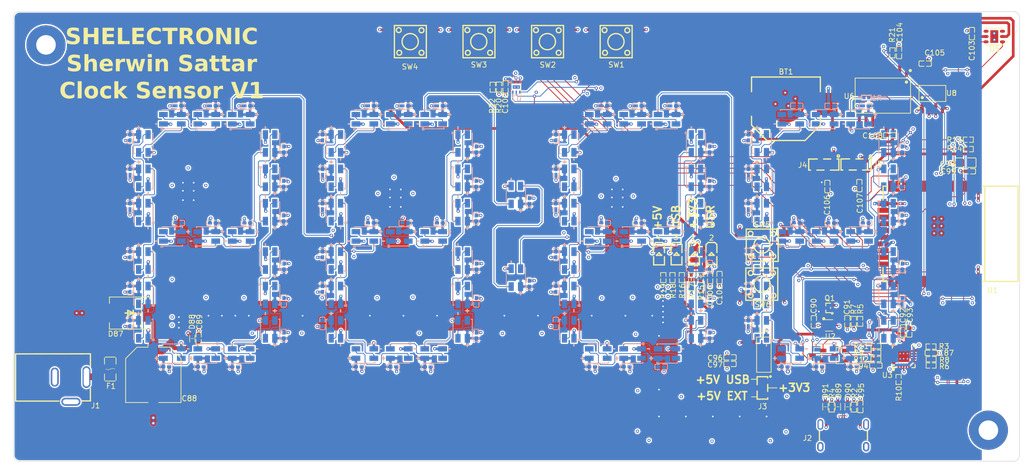
<source format=kicad_pcb>
(kicad_pcb (version 20221018) (generator pcbnew)
  (layers (0 "F.Cu" signal) (1 "In1.Cu" power) (2 "In2.Cu" power) (31 "B.Cu" signal) (34 "B.Paste" user) (35 "F.Paste" user) (36 "B.SilkS" user "B.Silkscreen") (37 "F.SilkS" user "F.Silkscreen") (38 "B.Mask" user) (39 "F.Mask" user) (44 "Edge.Cuts" user))
  (net 0 "")
  (net 1 "Net-(U6-VBAT)")
  (net 2 "GND")
  (net 3 "3V3 FTDI")
  (net 4 "5V_BUS")
  (net 5 "+5V LDO in")
  (net 6 "EN")
  (net 7 "IO0")
  (net 8 "Net-(D1-DOUT)")
  (net 9 "Net-(D1-DIN)")
  (net 10 "Net-(D2-DOUT)")
  (net 11 "Net-(D3-DOUT)")
  (net 12 "Net-(D4-DOUT)")
  (net 13 "Net-(D5-DOUT)")
  (net 14 "Net-(D6-DOUT)")
  (net 15 "Net-(D7-DOUT)")
  (net 16 "Net-(D8-DOUT)")
  (net 17 "Net-(D10-DIN)")
  (net 18 "Net-(D10-DOUT)")
  (net 19 "Net-(D11-DOUT)")
  (net 20 "Net-(D12-DOUT)")
  (net 21 "Net-(D13-DOUT)")
  (net 22 "Net-(D14-DOUT)")
  (net 23 "row1")
  (net 24 "Net-(D16-DOUT)")
  (net 25 "Net-(D17-DOUT)")
  (net 26 "Net-(D18-DOUT)")
  (net 27 "Net-(D19-DOUT)")
  (net 28 "Net-(D20-DOUT)")
  (net 29 "row2")
  (net 30 "Net-(D22-DOUT)")
  (net 31 "Net-(D23-DOUT)")
  (net 32 "Net-(D24-DOUT)")
  (net 33 "Net-(D25-DOUT)")
  (net 34 "Net-(D26-DOUT)")
  (net 35 "Net-(D27-DOUT)")
  (net 36 "Net-(D28-DOUT)")
  (net 37 "Net-(D29-DOUT)")
  (net 38 "Net-(D30-DOUT)")
  (net 39 "Net-(D31-DOUT)")
  (net 40 "Net-(D32-DOUT)")
  (net 41 "Net-(D33-DOUT)")
  (net 42 "Net-(D34-DOUT)")
  (net 43 "Net-(D35-DOUT)")
  (net 44 "row3")
  (net 45 "Net-(D37-DOUT)")
  (net 46 "Net-(D38-DOUT)")
  (net 47 "Net-(D39-DOUT)")
  (net 48 "Net-(D40-DOUT)")
  (net 49 "Net-(D41-DOUT)")
  (net 50 "row4")
  (net 51 "Net-(D43-DOUT)")
  (net 52 "row5")
  (net 53 "Net-(D45-DOUT)")
  (net 54 "Net-(D46-DOUT)")
  (net 55 "Net-(D47-DOUT)")
  (net 56 "Net-(D48-DOUT)")
  (net 57 "Net-(D49-DOUT)")
  (net 58 "Net-(D50-DOUT)")
  (net 59 "Net-(D51-DOUT)")
  (net 60 "Net-(D52-DOUT)")
  (net 61 "Net-(D53-DOUT)")
  (net 62 "Net-(D54-DOUT)")
  (net 63 "Net-(D55-DOUT)")
  (net 64 "Net-(D56-DOUT)")
  (net 65 "Net-(D57-DOUT)")
  (net 66 "Net-(D58-DOUT)")
  (net 67 "row6")
  (net 68 "Net-(D60-DOUT)")
  (net 69 "Net-(D61-DOUT)")
  (net 70 "Net-(D62-DOUT)")
  (net 71 "Net-(D63-DOUT)")
  (net 72 "Net-(D64-DOUT)")
  (net 73 "row7")
  (net 74 "Net-(D66-DOUT)")
  (net 75 "Net-(D67-DOUT)")
  (net 76 "Net-(D68-DOUT)")
  (net 77 "Net-(D69-DOUT)")
  (net 78 "Net-(D70-DOUT)")
  (net 79 "Net-(D71-DOUT)")
  (net 80 "Net-(D72-DOUT)")
  (net 81 "Net-(D73-DOUT)")
  (net 82 "Net-(D74-DOUT)")
  (net 83 "Net-(D75-DOUT)")
  (net 84 "Net-(D76-DOUT)")
  (net 85 "Net-(D77-DOUT)")
  (net 86 "Net-(D78-DOUT)")
  (net 87 "Net-(D79-DOUT)")
  (net 88 "row8")
  (net 89 "Net-(D81-DOUT)")
  (net 90 "Net-(D82-DOUT)")
  (net 91 "Net-(D83-DOUT)")
  (net 92 "Net-(D84-DOUT)")
  (net 93 "Net-(D85-DOUT)")
  (net 95 "D+")
  (net 96 "D-")
  (net 97 "Net-(F1-Pad1)")
  (net 100 "Net-(J2-CC1)")
  (net 102 "Net-(J2-CC2)")
  (net 103 "Net-(LED1-A)")
  (net 104 "IO18")
  (net 105 "Net-(LED2-+)")
  (net 106 "Net-(LED3-A)")
  (net 107 "Net-(LED4-A)")
  (net 108 "Net-(Q1-G)")
  (net 109 "Net-(Q2-B)")
  (net 110 "RTS")
  (net 111 "Net-(Q3-B)")
  (net 112 "DTR")
  (net 113 "DIN")
  (net 114 "Net-(U3-~{RESET})")
  (net 115 "Net-(U3-USBDP)")
  (net 116 "Net-(U3-USBDM)")
  (net 117 "RXD")
  (net 118 "TXD0")
  (net 119 "TXD")
  (net 120 "RXD0")
  (net 121 "SCL")
  (net 122 "SDA")
  (net 123 "Net-(U7-ADDR)")
  (net 124 "Net-(U6-RST)")
  (net 144 "IO23")
  (net 155 "unconnected-(U5-EP-Pad7)")
  (net 158 "+5V")
  (net 159 "+3V3")
  (net 160 "IO2")
  (net 161 "IO4")
  (net 162 "IO17")
  (net 163 "IO19")
  (net 164 "IO15")
  (net 165 "IO12")
  (net 166 "IO14")
  (footprint "easyeda2kicad:KEY-SMD_4P-L6.0-W6.0-P4.50-LS9.0" (layer "F.Cu") (at 125.73 66.294 180)
    (fp_text reference "SW4")
    (fp_text value "PTS645SH50SMTR92LFS")
  )
  (footprint "easyeda2kicad:R0402" (layer "F.Cu") (at 210.7032 119.1768 90)
    (fp_text reference "R5")
    (fp_text value "1k")
  )
  (footprint "easyeda2kicad:C0402" (layer "F.Cu") (at 222.9889 70.4486 180)
    (fp_text reference "C105")
    (fp_text value "100nF")
  )
  (footprint "easyeda2kicad:HDR-SMD_3P-P1.27-V-M-LS4.2_X1311WVS-03J-C40D42R2" (layer "F.Cu") (at 192.2526 131.7586 -90)
    (fp_text reference "J3")
    (fp_text value "X1311WVS-03J-C40D42R2")
  )
  (footprint "easyeda2kicad:F1206" (layer "F.Cu") (at 69.088 128.196 90)
    (fp_text reference "F1")
    (fp_text value "SMD1206-600-6V")
  )
  (footprint "easyeda2kicad:R0402" (layer "F.Cu") (at 216.8144 68.4022 90)
    (fp_text reference "R21")
    (fp_text value "0")
  )
  (footprint "easyeda2kicad:DC-IN-TH_G-SWITCH_DC-005H-D025" (layer "F.Cu") (at 61.468 132.1178 -90)
    (fp_text reference "J1")
    (fp_text value "DC-005H-D025")
  )
  (footprint "easyeda2kicad:C0402" (layer "F.Cu") (at 186.1312 127.2286)
    (fp_text reference "C97")
    (fp_text value "10uF")
  )
  (footprint "easyeda2kicad:LED0805-R-RD" (layer "F.Cu") (at 176.032 106.4852 -90)
    (fp_text reference "3")
    (fp_text value "0805G (Green)")
  )
  (footprint "easyeda2kicad:R0402" (layer "F.Cu") (at 173.5328 110.8964 -90)
    (fp_text reference "R19")
    (fp_text value "10k")
  )
  (footprint "easyeda2kicad:KEY-SMD_4P-L6.0-W6.0-P4.50-LS9.0" (layer "F.Cu") (at 164.592 66.294 180)
    (fp_text reference "SW1")
    (fp_text value "PTS645SH50SMTR92LFS")
  )
  (footprint "easyeda2kicad:USB-C-SMD_TYPE-C-6PIN-2MD-073" (layer "F.Cu") (at 207.52 140.495)
    (fp_text reference "J2")
    (fp_text value "TYPE-C 16PIN 2MD(073)")
  )
  (footprint "easyeda2kicad:R0402" (layer "F.Cu") (at 231.14 86.614 180)
    (fp_text reference "R14")
    (fp_text value "2.2k")
  )
  (footprint "easyeda2kicad:SC-70-6_L2.2-W1.3-P0.65-LS2.2-BR" (layer "F.Cu") (at 204.8408 119.9388 180)
    (fp_text reference "U2")
    (fp_text value "SN74LVC1T45DCKR")
  )
  (footprint "easyeda2kicad:WIFI-SMD_ESP32-WROOM-32E" (layer "F.Cu") (at 224.0525 102.627 180)
    (fp_text reference "U1")
    (fp_text value "ESP32-WROOM-32E(8MB)")
  )
  (footprint "easyeda2kicad:C0402" (layer "F.Cu") (at 231.3432 90.805)
    (fp_text reference "C99")
    (fp_text value "100nF")
  )
  (footprint "easyeda2kicad:KEY-SMD_4P-L6.0-W6.0-P4.50-LS9.0" (layer "F.Cu") (at 138.684 66.294 180)
    (fp_text reference "SW3")
    (fp_text value "PTS645SH50SMTR92LFS")
  )
  (footprint "easyeda2kicad:C0402" (layer "F.Cu") (at 201.9706 119.2784 -90)
    (fp_text reference "C90")
    (fp_text value "100nF")
  )
  (footprint "easyeda2kicad:LED0805-R-RD" (layer "F.Cu") (at 182.636 106.4852 -90)
    (fp_text reference "2")
    (fp_text value "FC-2012HRK (RED)")
  )
  (footprint "easyeda2kicad:R0402" (layer "F.Cu") (at 178.816 110.8898 -90)
    (fp_text reference "R17")
    (fp_text value "560")
  )
  (footprint "easyeda2kicad:SOT-23-3_L2.9-W1.3-P1.90-LS2.4-BR" (layer "F.Cu") (at 207.0153 125.7212)
    (fp_text reference "Q2" hide)
    (fp_text value "SS8050-G" hide)
  )
  (footprint "easyeda2kicad:KEY-SMD_4P-L6.0-W6.0-P4.50-LS9.0" (layer "F.Cu") (at 151.638 66.294 180)
    (fp_text reference "SW2")
    (fp_text value "PTS645SH50SMTR92LFS")
  )
  (footprint "easyeda2kicad:R0402" (layer "F.Cu") (at 209.5246 135.382 -90)
    (fp_text reference "R2")
    (fp_text value "5.1k")
  )
  (footprint "easyeda2kicad:SOD-523_L1.2-W0.8-LS1.6-BI" (layer "F.Cu") (at 84.582 122.428 -90)
    (fp_text reference "D88")
    (fp_text value "LESD")
  )
  (footprint "easyeda2kicad:SOD-523_L1.2-W0.8-LS1.6-BI" (layer "F.Cu") (at 206.502 135.3312 -90)
    (fp_text reference "D89")
    (fp_text value "~")
  )
  (footprint "easyeda2kicad:R0402" (layer "F.Cu") (at 180.594 110.8964 -90)
    (fp_text reference "R15")
    (fp_text value "10k")
  )
  (footprint "MountingHole:MountingHole_3.7mm_Pad_TopBottom" (layer "F.Cu") (at 56.9468 66.9036)
    (fp_text reference "H1" hide)
    (fp_text value "MountingHole")
  )
  (footprint "easyeda2kicad:C0402" (layer "F.Cu") (at 85.7758 122.3772 90)
    (fp_text reference "C89")
    (fp_text value "100nF")
  )
  (footprint "easyeda2kicad:C0402" (layer "F.Cu") (at 143.7386 74.8538 90)
    (fp_text reference "C102")
    (fp_text value "100nF")
  )
  (footprint "MountingHole:MountingHole_3.7mm_Pad_TopBottom" (layer "F.Cu") (at 234.9246 139.7508)
    (fp_text reference "H2" hide)
    (fp_text value "MountingHole")
  )
  (footprint "easyeda2kicad:C0402" (layer "F.Cu") (at 231.8193 64.77 -90)
    (fp_text reference "C103")
    (fp_text value "100nF")
  )
  (footprint "easyeda2kicad:C0402" (layer "F.Cu") (at 210.566 93.5228 90)
    (fp_text reference "C107")
    (fp_text value "100nF")
  )
  (footprint "easyeda2kicad:R0402" (layer "F.Cu") (at 213.678 126.3024 180)
    (fp_text reference "R12")
    (fp_text value "10k")
  )
  (footprint "easyeda2kicad:SOIC-16_L10.3-W7.5-P1.27-LS10.3-BL" (layer "F.Cu") (at 214.9997 76.5048 180)
    (fp_text reference "U6")
    (fp_text value "DS3231SN#")
  )
  (footprint "easyeda2kicad:C0402" (layer "F.Cu") (at 216.3064 83.9978)
    (fp_text reference "C108")
    (fp_text value "100nF")
  )
  (footprint "easyeda2kicad:C0402" (layer "F.Cu") (at 184.15 110.8964 90)
    (fp_text reference "C101")
    (fp_text value "100nF")
  )
  (footprint "easyeda2kicad:C0402" (layer "F.Cu") (at 218.059 68.3514 90)
    (fp_text reference "C104")
    (fp_text value "100nF")
  )
  (footprint "easyeda2kicad:HDR-SMD_4P-P1.27-V-F-LS4.5_R2" (layer "F.Cu") (at 209.936 89.5142 180)
    (fp_text reference "J5")
    (fp_text value "X1311FVS-04-C43D35R2")
  )
  (footprint "easyeda2kicad:CAP-SMD_BD10.0-L10.3-W10.3-LS11.3-FD" (layer "F.Cu") (at 77.216 129.286 -90)
    (fp_text reference "C88")
    (fp_text value "1000uF")
  )
  (footprint "easyeda2kicad:SENSOR-SMD_HDC1080DMBR" (layer "F.Cu") (at 236.0422 65.3288 180)
    (fp_text reference "U5")
    (fp_text value "HDC1080DMBR")
  )
  (footprint "easyeda2kicad:HDR-SMD_4P-P1.27-V-F-LS4.5_R2" (layer "F.Cu") (at 203.84 89.5304 180)
    (fp_text reference "J4")
    (fp_text value "X1311FVS-04-C43D35R2")
  )
  (footprint "easyeda2kicad:BAT-SMD_MY-1220-03" (layer "F.Cu") (at 196.6976 78.0796)
    (fp_text reference "BT1")
    (fp_text value "MY-1220-03")
  )
  (footprint "easyeda2kicad:SOIC-8_L4.9-W3.9-P1.27-LS6.0-BL" (layer "F.Cu") (at 224.3529 76.0984)
    (fp_text reference "U8")
    (fp_text value "24LC256T-I/SN SOP-8")
  )
  (footprint "easyeda2kicad:C0402" (layer "F.Cu") (at 218.8224 120.9886 -90)
    (fp_text reference "C92")
    (fp_text value "4.7uF")
  )
  (footprint "easyeda2kicad:C0805" (layer "F.Cu") (at 230.632 89.1794 180)
    (fp_text reference "C98")
    (fp_text value "22uF")
  )
  (footprint "easyeda2kicad:LED0805-R-RD" (layer "F.Cu") (at 179.334 106.502 -90)
    (fp_text reference "1")
    (fp_text value "0805G (Green)")
  )
  (footprint "easyeda2kicad:C0402" (layer "F.Cu") (at 210.7438 135.2804 -90)
    (fp_text reference "C95")
    (fp_text value "100n")
  )
  (footprint "easyeda2kicad:R0402" (layer "F.Cu") (at 142.494 74.8792 90)
    (fp_text reference "R20")
    (fp_text value "0")
  )
  (footprint "easyeda2kicad:C0402" (layer "F.Cu") (at 213.6762 127.5216)
    (fp_text reference "C94")
    (fp_text value "100nF")
  )
  (footprint "easyeda2kicad:R0402" (layer "F.Cu") (at 177.038 110.8964 -90)
    (fp_text reference "R16")
    (fp_text value "5.1k")
  )
  (footprint "easyeda2kicad:R0402" (layer "F.Cu") (at 205.3336 135.382 -90)
    (fp_text reference "R4")
    (fp_text value "5.1k")
  )
  (footprint "easyeda2kicad:R0402" (layer "F.Cu") (at 141.3256 74.9046 90)
    (fp_text reference "R22")
    (fp_text value "10k")
  )
  (footprint "easyeda2kicad:QFN-20_L4.0-W4.0-P0.50-BL-EP2.2" (layer "F.Cu") (at 218.94 125.785)
    (fp_text reference "U3")
    (fp_text value "FT231XQ-R")
  )
  (footprint "easyeda2kicad:R0402" (layer "F.Cu") (at 224.0938 123.9402 180)
    (fp_text reference "R3")
    (fp_text value "0")
  )
  (footprint "easyeda2kicad:C0402" (layer "F.Cu") (at 186.1312 125.984)
    (fp_text reference "C96")
    (fp_text value "10uF")
  )
  (footprint "easyeda2kicad:R0402" (layer "F.Cu") (at 209.4992 119.1768 90)
    (fp_text reference "R7")
    (fp_text value "10k")
  )
  (footprint "easyeda2kicad:C0402" (layer "F.Cu") (at 224.1428 125.134 180)
    (fp_text reference "C87")
    (fp_text value "100nF")
  )
  (footprint "easyeda2kicad:KEY-SMD_4P-L6.0-W6.0-P4.50-LS9.0" (layer "F.Cu") (at 192.1764 112.1356)
    (fp_text reference "SW6")
    (fp_text value "PTS645SH50SMTR92LFS")
  )
  (footprint "easyeda2kicad:C0402" (layer "F.Cu") (at 204.5208 93.6752 90)
    (fp_text reference "C106")
    (fp_text value "100nF")
  )
  (footprint "easyeda2kicad:SOD-523_L1.2-W0.8-LS1.6-BI" (layer "F.Cu") (at 204.1398 135.3312 -90)
    (fp_text reference "D91")
    (fp_text value "~")
  )
  (footprint "easyeda2kicad:SMC_L6.9-W5.9-LS7.9-RD" (layer "F.Cu") (at 72.898 117.602 180)
    (fp_text reference "D87")
    (fp_text value "SS84")
  )
  (footprint "easyeda2kicad:SOT-523-3_L1.6-W0.8-P1.00-LS1.6-BR" (layer "F.Cu") (at 204.6732 116.6368)
    (fp_text reference "Q1")
    (fp_text value "2N7002T-7-F")
  )
  (footprint "easyeda2kicad:SOD-523_L1.2-W0.8-LS1.6-BI" (layer "F.Cu") (at 208.3308 135.3312 -90)
    (fp_text reference "D90")
    (fp_text value "~")
  )
  (footprint "easyeda2kicad:C0402" (layer "F.Cu") (at 219.9908 120.9886 -90)
    (fp_text reference "C93")
    (fp_text value "100nF")
  )
  (footprint "easyeda2kicad:R0402" (layer "F.Cu") (at 224.1174 127.5216 180)
    (fp_text reference "R6")
    (fp_text value "27R")
  )
  (footprint "easyeda2kicad:R0402" (layer "F.Cu") (at 213.678 125.0832 180)
    (fp_text reference "R9")
    (fp_text value "10k")
  )
  (footprint "easyeda2kicad:KEY-SMD_4P-L6.0-W6.0-P4.50-LS9.0" (layer "F.Cu") (at 192.1764 104.7856 180)
    (fp_text reference "SW5")
    (fp_text value "PTS645SH50SMTR92LFS")
  )
  (footprint "easyeda2kicad:C0402" (layer "F.Cu") (at 208.2952 119.2276 -90)
    (fp_text reference "C91")
    (fp_text value "100nF")
  )
  (footprint "easyeda2kicad:R0402" (layer "F.Cu") (at 175.26 110.8964 -90)
    (fp_text reference "R18")
    (fp_text value "10k")
  )
  (footprint "easyeda2kicad:LED0805-R-RD" (layer "F.Cu") (at 172.73 106.4936 -90)
    (fp_text reference "4")
    (fp_text value "0805G (Green)")
  )
  (footprint "easyeda2kicad:R0402" (layer "F.Cu") (at 224.1174 126.3278 180)
    (fp_text reference "R8")
    (fp_text value "27R")
  )
  (footprint "easyeda2kicad:C0402" (layer "F.Cu") (at 182.372 110.8964 90)
    (fp_text reference "C100")
    (fp_text value "100nF")
  )
  (footprint "easyeda2kicad:R0402" (layer "F.Cu") (at 213.7034 123.864)
    (fp_text reference "R11")
    (fp_text value "0")
  )
  (footprint "easyeda2kicad:SOT-223-4_L6.5-W3.5-P2.30-LS7.0-BR" (layer "F.Cu") (at 192.532 125.476 180)
    (fp_text reference "U4")
    (fp_text value "AMS1117-3.3_C347222")
  )
  (footprint "easyeda2kicad:SOT-23-3_L2.9-W1.3-P1.90-LS2.4-BR" (layer "F.Cu") (at 202.8068 125.7182)
    (fp_text reference "Q3" hide)
    (fp_text value "SS8050-G" hide)
  )
  (footprint "easyeda2kicad:R0402" (layer "F.Cu") (at 217.9706 130.1614 90)
    (fp_text reference "R10")
    (fp_text value "0")
  )
  (footprint "easyeda2kicad:R0402" (layer "F.Cu") (at 231.14 84.836 180)
    (fp_text reference "R13")
    (fp_text value "2.2k")
  )
  (footprint "easyeda2kicad:LED-SMD_4P-L3.5-W3.5-TL_WS2812B" (layer "B.Cu") (at 75.3362 107.6856 -90)
    (fp_text reference "D72" hide)
    (fp_text value "WS2812B-MINI")
  )
  (footprint "easyeda2kicad:LED-SMD_4P-L3.5-W3.5-TL_WS2812B" (layer "B.Cu") (at 179.7062 107.6856 90)
    (fp_text reference "D36" hide)
    (fp_text value "WS2812B-MINI")
  )
  (footprint "easyeda2kicad:C0402" (layer "B.Cu") (at 138.2402 108.8136 -90)
    (fp_text reference "C59" hide)
    (fp_text value "100nF")
  )
  (footprint "easyeda2kicad:LED-SMD_4P-L3.5-W3.5-TL_WS2812B" (layer "B.Cu") (at 192.1266 92.0358 -90)
    (fp_text reference "D5" hide)
    (fp_text value "WS2812B-MINI")
  )
  (footprint "easyeda2kicad:LED-SMD_4P-L3.5-W3.5-TL_WS2812B" (layer "B.Cu") (at 167.7408 125.2622)
    (fp_text reference "D32" hide)
    (fp_text value "WS2812B-MINI")
  )
  (footprint "easyeda2kicad:C0402" (layer "B.Cu") (at 209.475 127.7874 180)
    (fp_text reference "C12" hide)
    (fp_text value "100nF")
  )
  (footprint "easyeda2kicad:LED-SMD_4P-L3.5-W3.5-TL_WS2812B" (layer "B.Cu") (at 93.8108 125.2622)
    (fp_text reference "D77" hide)
    (fp_text value "WS2812B-MINI")
  )
  (footprint "clipboard:1bd652db-e87c-416d-af00-912e698bc628" (layer "B.Cu") (at 144.5768 73.9648 180)
    (fp_text reference "")
    (fp_text value "")
  )
  (footprint "easyeda2kicad:R0402" (layer "B.Cu") (at 211.8762 76.9 180)
    (fp_text reference "R1")
    (fp_text value "0402WGF4700TCE")
  )
  (footprint "easyeda2kicad:C0402" (layer "B.Cu") (at 218.6102 99.695 -90)
    (fp_text reference "C16" hide)
    (fp_text value "100nF")
  )
  (footprint "easyeda2kicad:C0402" (layer "B.Cu") (at 88.4428 78.4352)
    (fp_text reference "C67" hide)
    (fp_text value "100nF")
  )
  (footprint "easyeda2kicad:C0402" (layer "B.Cu") (at 109.1826 84.4042 90)
    (fp_text reference "C48" hide)
    (fp_text value "100nF")
  )
  (footprint "easyeda2kicad:C0402" (layer "B.Cu") (at 79.6544 127.762 180)
    (fp_text reference "C75" hide)
    (fp_text value "100nF")
  )
  (footprint "easyeda2kicad:C0402" (layer "B.Cu") (at 148.2262 112.05 -90)
    (fp_text reference "C43" hide)
    (fp_text value "100nF")
  )
  (footprint "easyeda2kicad:C0402" (layer "B.Cu") (at 173.1146 127.7874 180)
    (fp_text reference "C33" hide)
    (fp_text value "100nF")
  )
  (footprint "easyeda2kicad:C0402" (layer "B.Cu") (at 138.1806 93.1672 -90)
    (fp_text reference "C61" hide)
    (fp_text value "100nF")
  )
  (footprint "easyeda2kicad:LED-SMD_4P-L3.5-W3.5-TL_WS2812B" (layer "B.Cu") (at 192.1266 120.6856 -90)
    (fp_text reference "D9" hide)
    (fp_text value "WS2812B-MINI")
  )
  (footprint "easyeda2kicad:LED-SMD_4P-L3.5-W3.5-TL_WS2812B" (layer "B.Cu") (at 99.2762 92.0358 90)
    (fp_text reference "D82" hide)
    (fp_text value "WS2812B-MINI")
  )
  (footprint "easyeda2kicad:C0402" (layer "B.Cu") (at 168.8728 100.5928)
    (fp_text reference "C41" hide)
    (fp_text value "100nF")
  )
  (footprint "easyeda2kicad:C0402" (layer "B.Cu") (at 182.2498 93.1672 -90)
    (fp_text reference "C38" hide)
    (fp_text value "100nF")
  )
  (footprint "easyeda2kicad:LED-SMD_4P-L3.5-W3.5-TL_WS2812B" (layer "B.Cu") (at 123.6716 125.2622)
    (fp_text reference "D55" hide)
    (fp_text value "WS2812B-MINI")
  )
  (footprint "easyeda2kicad:LED-SMD_4P-L3.5-W3.5-TL_WS2812B" (layer "B.Cu") (at 155.7662 92.0358 -90)
    (fp_text reference "D26" hide)
    (fp_text value "WS2812B-MINI")
  )
  (footprint "easyeda2kicad:C0402" (layer "B.Cu") (at 101.854 115.316 -90)
    (fp_text reference "C79" hide)
    (fp_text value "100nF")
  )
  (footprint "easyeda2kicad:LED-SMD_4P-L3.5-W3.5-TL_WS2812B" (layer "B.Cu") (at 111.697 114.1856 -90)
    (fp_text reference "D52" hide)
    (fp_text value "WS2812B-MINI")
  )
  (footprint "easyeda2kicad:C0402" (layer "B.Cu") (at 124.8036 78.4352)
    (fp_text reference "C46" hide)
    (fp_text value "100nF")
  )
  (footprint "easyeda2kicad:LED-SMD_4P-L3.5-W3.5-TL_WS2812B" (layer "B.Cu") (at 111.697 120.6856 -90)
    (fp_text reference "D53" hide)
    (fp_text value "WS2812B-MINI")
  )
  (footprint "easyeda2kicad:LED-SMD_4P-L3.5-W3.5-TL_WS2812B" (layer "B.Cu") (at 93.8108 103.1124 180)
    (fp_text reference "D84" hide)
    (fp_text value "WS2812B-MINI")
  )
  (footprint "easyeda2kicad:C0402" (layer "B.Cu") (at 118.3012 100.5674)
    (fp_text reference "C65" hide)
    (fp_text value "100nF")
  )
  (footprint "easyeda2kicad:USON6_L2.1-W2.1-P0.65-BL-EP" (layer "B.Cu") (at 145.7706 74.869)
    (fp_text reference "U7")
    (fp_text value "OPT3001DNPR")
  )
  (footprint "easyeda2kicad:C0402" (layer "B.Cu") (at 160.0844 127.762 180)
    (fp_text reference "C31" hide)
    (fp_text value "100nF")
  )
  (footprint "easyeda2kicad:C0402" (layer "B.Cu") (at 202.9726 127.762 180)
    (fp_text reference "C11" hide)
    (fp_text value "100nF")
  )
  (footprint "easyeda2kicad:LED-SMD_4P-L3.5-W3.5-TL_WS2812B" (layer "B.Cu") (at 210.6012 103.1124 180)
    (fp_text reference "D19" hide)
    (fp_text value "WS2812B-MINI")
  )
  (footprint "easyeda2kicad:LED-SMD_4P-L3.5-W3.5-TL_WS2812B" (layer "B.Cu") (at 204.1012 80.9626 180)
    (fp_text reference "D2" hide)
    (fp_text value "WS2812B-MINI")
  )
  (footprint "easyeda2kicad:C0402" (layer "B.Cu") (at 92.6846 127.7874 180)
    (fp_text reference "C77" hide)
    (fp_text value "100nF")
  )
  (footprint "easyeda2kicad:C0402" (layer "B.Cu") (at 189.5868 97.4344 90)
    (fp_text reference "C6" hide)
    (fp_text value "100nF")
  )
  (footprint "easyeda2kicad:C0402" (layer "B.Cu") (at 109.1826 113.0554 90)
    (fp_text reference "C52" hide)
    (fp_text value "100nF")
  )
  (footprint "easyeda2kicad:LED-SMD_4P-L3.5-W3.5-TL_WS2812B" (layer "B.Cu") (at 179.7062 92.0358 90)
    (fp_text reference "D38" hide)
    (fp_text value "WS2812B-MINI")
  )
  (footprint "easyeda2kicad:C0402" (layer "B.Cu") (at 189.6122 113.0554 90)
    (fp_text reference "C8" hide)
    (fp_text value "100nF")
  )
  (footprint "easyeda2kicad:LED-SMD_4P-L3.5-W3.5-TL_WS2812B" (layer "B.Cu") (at 204.1012 103.1124 180)
    (fp_text reference "D20" hide)
    (fp_text value "WS2812B-MINI")
  )
  (footprint "easyeda2kicad:C0402" (layer "B.Cu") (at 218.6698 108.8136 -90)
    (fp_text reference "C15" hide)
    (fp_text value "100nF")
  )
  (footprint "easyeda2kicad:LED-SMD_4P-L3.5-W3.5-TL_WS2812B" (layer "B.Cu") (at 192.1266 114.1856 -90)
    (fp_text reference "D8" hide)
    (fp_text value "WS2812B-MINI")
  )
  (footprint "easyeda2kicad:C0402" (layer "B.Cu") (at 72.8218 84.4042 90)
    (fp_text reference "C69" hide)
    (fp_text value "100nF")
  )
  (footprint "easyeda2kicad:LED-SMD_4P-L3.5-W3.5-TL_WS2812B" (layer "B.Cu") (at 161.2408 125.2622)
    (fp_text reference "D31" hide)
    (fp_text value "WS2812B-MINI")
  )
  (footprint "easyeda2kicad:LED-SMD_4P-L3.5-W3.5-TL_WS2812B" (layer "B.Cu") (at 204.1012 125.2622)
    (fp_text reference "D11" hide)
    (fp_text value "WS2812B-MINI")
  )
  (footprint "easyeda2kicad:LED-SMD_4P-L3.5-W3.5-TL_WS2812B" (layer "B.Cu") (at 99.2762 120.6856 90)
    (fp_text reference "D78" hide)
    (fp_text value "WS2812B-MINI")
  )
  (footprint "easyeda2kicad:LED-SMD_4P-L3.5-W3.5-TL_WS2812B" (layer "B.Cu") (at 216.0666 92.0358 90)
    (fp_text reference "D17" hide)
    (fp_text value "WS2812B-MINI")
  )
  (footprint "easyeda2kicad:LED-SMD_4P-L3.5-W3.5-TL_WS2812B" (layer "B.Cu") (at 192.1266 107.6856 -90)
    (fp_text reference "D7" hide)
    (fp_text value "WS2812B-MINI")
  )
  (footprint "easyeda2kicad:C0402" (layer "B.Cu") (at 168.8728 78.4352)
    (fp_text reference "C23" hide)
    (fp_text value "100nF")
  )
  (footprint "easyeda2kicad:LED-SMD_4P-L3.5-W3.5-TL_WS2812B" (layer "B.Cu") (at 75.3362 98.5358 -90)
    (fp_text reference "D71" hide)
    (fp_text value "WS2812B-MINI")
  )
  (footprint "easyeda2kicad:LED-SMD_4P-L3.5-W3.5-TL_WS2812B" (layer "B.Cu") (at 87.3108 125.2622)
    (fp_text reference "D76" hide)
    (fp_text value "WS2812B-MINI")
  )
  (footprint "easyeda2kicad:LED-SMD_4P-L3.5-W3.5-TL_WS2812B" (layer "B.Cu") (at 80.8108 125.2622)
    (fp_text reference "D75" hide)
    (fp_text value "WS2812B-MINI")
  )
  (footprint "easyeda2kicad:C0402" (layer "B.Cu") (at 211.761 78.4352)
    (fp_text reference "C1" hide)
    (fp_text value "100nF")
  )
  (footprint "easyeda2kicad:C0402" (layer "B.Cu") (at 72.7964 97.4344 90)
    (fp_text reference "C71" hide)
    (fp_text value "100nF")
  )
  (footprint "easyeda2kicad:LED-SMD_4P-L3.5-W3.5-TL_WS2812B" (layer "B.Cu") (at 161.2408 103.1124 180)
    (fp_text reference "D42" hide)
    (fp_text value "WS2812B-MINI")
  )
  (footprint "easyeda2kicad:LED-SMD_4P-L3.5-W3.5-TL_WS2812B" (layer "B.Cu") (at 135.637 120.6856 90)
    (fp_text reference "D57" hide)
    (fp_text value "WS2812B-MINI")
  )
  (footprint "easyeda2kicad:C0402" (layer "B.Cu") (at 218.6356 86.6648 -90)
    (fp_text reference "C18" hide)
    (fp_text value "100nF")
  )
  (footprint "easyeda2kicad:LED-SMD_4P-L3.5-W3.5-TL_WS2812B" (layer "B.Cu") (at 99.2762 114.1856 90)
    (fp_text reference "D79" hide)
    (fp_text value "WS2812B-MINI")
  )
  (footprint "easyeda2kicad:LED-SMD_4P-L3.5-W3.5-TL_WS2812B" (layer "B.Cu") (at 111.697 92.0358 -90)
    (fp_text reference "D49" hide)
    (fp_text value "WS2812B-MINI")
  )
  (footprint "easyeda2kicad:C0402" (layer "B.Cu") (at 138.206 86.6648 -90)
    (fp_text reference "C62" hide)
    (fp_text value "100nF")
  )
  (footprint "easyeda2kicad:LED-SMD_4P-L3.5-W3.5-TL_WS2812B" (layer "B.Cu") (at 135.637 114.1856 90)
    (fp_text reference "D58" hide)
    (fp_text value "WS2812B-MINI")
  )
  (footprint "easyeda2kicad:LED-SMD_4P-L3.5-W3.5-TL_WS2812B" (layer "B.Cu") (at 111.697 85.5358 -90)
    (fp_text reference "D48" hide)
    (fp_text value "WS2812B-MINI")
  )
  (footprint "easyeda2kicad:LED-SMD_4P-L3.5-W3.5-TL_WS2812B" (layer "B.Cu") (at 87.3108 80.9626 180)
    (fp_text reference "D67" hide)
    (fp_text value "WS2812B-MINI")
  )
  (footprint "easyeda2kicad:C0402" (layer "B.Cu") (at 153.2518 113.0554 90)
    (fp_text reference "C29" hide)
    (fp_text value "100nF")
  )
  (footprint "easyeda2kicad:C0402" (layer "B.Cu") (at 189.6122 106.5276 90)
    (fp_text reference "C7" hide)
    (fp_text value "100nF")
  )
  (footprint "easyeda2kicad:C0402" (layer "B.Cu") (at 118.3012 78.4098)
    (fp_text reference "C47" hide)
    (fp_text value "100nF")
  )
  (footprint "easyeda2kicad:LED-SMD_4P-L3.5-W3.5-TL_WS2812B" (layer "B.Cu") (at 179.7062 114.1856 90)
    (fp_text reference "D35" hide)
    (fp_text value "WS2812B-MINI")
  )
  (footprint "easyeda2kicad:LED-SMD_4P-L3.5-W3.5-TL_WS2812B" (layer "B.Cu") (at 174.2408 103.1124 180)
    (fp_text reference "D40" hide)
    (fp_text value "WS2812B-MINI")
  )
  (footprint "easyeda2kicad:C0402" (layer "B.Cu") (at 94.9706 78.4352)
    (fp_text reference "C66" hide)
    (fp_text value "100nF")
  )
  (footprint "easyeda2kicad:LED-SMD_4P-L3.5-W3.5-TL_WS2812B" (layer "B.Cu") (at 117.1716 125.2622)
    (fp_text reference "D54" hide)
    (fp_text value "WS2812B-MINI")
  )
  (footprint "easyeda2kicad:LED-SMD_4P-L3.5-W3.5-TL_WS2812B" (layer "B.Cu") (at 216.0666 107.6856 90)
    (fp_text reference "D15" hide)
    (fp_text value "WS2812B-MINI")
  )
  (footprint "easyeda2kicad:C0402" (layer "B.Cu") (at 101.8794 108.8136 -90)
    (fp_text reference "C80" hide)
    (fp_text value "100nF")
  )
  (footprint "easyeda2kicad:LED-SMD_4P-L3.5-W3.5-TL_WS2812B" (layer "B.Cu") (at 99.2762 85.5358 90)
    (fp_text reference "D83" hide)
    (fp_text value "WS2812B-MINI")
  )
  (footprint "easyeda2kicad:C0402" (layer "B.Cu") (at 109.1572 97.4344 90)
    (fp_text reference "C50" hide)
    (fp_text value "100nF")
  )
  (footprint "easyeda2kicad:C0402" (layer "B.Cu") (at 189.5868 119.5578 90)
    (fp_text reference "C9" hide)
    (fp_text value "100nF")
  )
  (footprint "easyeda2kicad:C0402" (layer "B.Cu") (at 101.8198 93.1672 -90)
    (fp_text reference "C82" hide)
    (fp_text value "100nF")
  )
  (footprint "easyeda2kicad:C0402" (layer "B.Cu") (at 72.8218 90.932 90)
    (fp_text reference "C70" hide)
    (fp_text value "100nF")
  )
  (footprint "easyeda2kicad:LED-SMD_4P-L3.5-W3.5-TL_WS2812B" (layer "B.Cu") (at 192.1266 98.5358 -90)
    (fp_text reference "D6" hide)
    (fp_text value "WS2812B-MINI")
  )
  (footprint "easyeda2kicad:LED-SMD_4P-L3.5-W3.5-TL_WS2812B" (layer "B.Cu") (at 99.2762 98.5358 90)
    (fp_text reference "D81" hide)
    (fp_text value "WS2812B-MINI")
  )
  (footprint "easyeda2kicad:LED-SMD_4P-L3.5-W3.5-TL_WS2812B" (layer "B.Cu") (at 167.7408 80.9626 180)
    (fp_text reference "D23" hide)
    (fp_text value "WS2812B-MINI")
  )
  (footprint "easyeda2kicad:C0402" (layer "B.Cu") (at 189.6122 90.932 90)
    (fp_text reference "C5" hide)
    (fp_text value "100nF")
  )
  (footprint "easyeda2kicad:LED-SMD_4P-L3.5-W3.5-TL_WS2812B" (layer "B.Cu") (at 192.1266 85.5358 -90)
    (fp_text reference "D4" hide)
    (fp_text value "WS2812B-MINI")
  )
  (footprint "easyeda2kicad:C0402" (layer "B.Cu") (at 211.761 100.5928)
    (fp_text reference "C19" hide)
    (fp_text value "100nF")
  )
  (footprint "easyeda2kicad:LED-SMD_4P-L3.5-W3.5-TL_WS2812B" (layer "B.Cu") (at 75.3362 92.0358 -90)
    (fp_text reference "D70" hide)
    (fp_text value "WS2812B-MINI")
  )
  (footprint "easyeda2kicad:LED-SMD_4P-L3.5-W3.5-TL_WS2812B" (layer "B.Cu") (at 210.6012 125.2622)
    (fp_text reference "D12" hide)
    (fp_text value "WS2812B-MINI")
  )
  (footprint "easyeda2kicad:C0402" (layer "B.Cu") (at 101.8198 99.695 -90)
    (fp_text reference "C81" hide)
    (fp_text value "100nF")
  )
  (footprint "easyeda2kicad:LED-SMD_4P-L3.5-W3.5-TL_WS2812B" (layer "B.Cu") (at 111.697 107.6856 -90)
    (fp_text reference "D51" hide)
    (fp_text value "WS2812B-MINI")
  )
  (footprint "easyeda2kicad:LED-SMD_4P-L3.5-W3.5-TL_WS2812B" (layer "B.Cu") (at 80.8108 80.9626 180)
    (fp_text reference "D68" hide)
    (fp_text value "WS2812B-MINI")
  )
  (footprint "easyeda2kicad:LED-SMD_4P-L3.5-W3.5-TL_WS2812B" (layer "B.Cu") (at 155.7662 85.5358 -90)
    (fp_text reference "D25" hide)
    (fp_text value "WS2812B-MINI")
  )
  (footprint "easyeda2kicad:C0402" (layer "B.Cu") (at 162.3704 100.5674)
    (fp_text reference "C42" hide)
    (fp_text value "100nF")
  )
  (footprint "easyeda2kicad:LED-SMD_4P-L3.5-W3.5-TL_WS2812B" (layer "B.Cu") (at 216.0666 98.5358 90)
    (fp_text reference "D16" hide)
    (fp_text value "WS2812B-MINI")
  )
  (footprint "easyeda2kicad:C0402" (layer "B.Cu") (at 166.6122 127.762 180)
    (fp_text reference "C32" hide)
    (fp_text value "100nF")
  )
  (footprint "easyeda2kicad:C0402" (layer "B.Cu") (at 182.284 121.8438 -90)
    (fp_text reference "C34" hide)
    (fp_text value "100nF")
  )
  (footprint "easyeda2kicad:LED-SMD_4P-L3.5-W3.5-TL_WS2812B" (layer "B.Cu") (at 179.7062 85.5358 90)
    (fp_text reference "D39" hide)
    (fp_text value "WS2812B-MINI")
  )
  (footprint "easyeda2kicad:LED-SMD_4P-L3.5-W3.5-TL_WS2812B" (layer "B.Cu") (at 135.637 85.5358 90)
    (fp_text reference "D62" hide)
    (fp_text value "WS2812B-MINI")
  )
  (footprint "easyeda2kicad:LED-SMD_4P-L3.5-W3.5-TL_WS2812B" (layer "B.Cu") (at 155.7662 107.6856 -90)
    (fp_text reference "D28" hide)
    (fp_text value "WS2812B-MINI")
  )
  (footprint "easyeda2kicad:LED-SMD_4P-L3.5-W3.5-TL_WS2812B" (layer "B.Cu") (at 161.2408 80.9626 180)
    (fp_text reference "D24" hide)
    (fp_text value "WS2812B-MINI")
  )
  (footprint "easyeda2kicad:C0402" (layer "B.Cu") (at 153.2264 97.4344 90)
    (fp_text reference "C27" hide)
    (fp_text value "100nF")
  )
  (footprint "easyeda2kicad:LED-SMD_4P-L3.5-W3.5-TL_WS2812B" (layer "B.Cu") (at 135.637 92.0358 90)
    (fp_text reference "D61" hide)
    (fp_text value "WS2812B-MINI")
  )
  (footprint "easyeda2kicad:LED-SMD_4P-L3.5-W3.5-TL_WS2812B" (layer "B.Cu") (at 130.1716 103.1124 180)
    (fp_text reference "D63" hide)
    (fp_text value "WS2812B-MINI")
  )
  (footprint "easyeda2kicad:C0402" (layer "B.Cu") (at 94.9706 100.5928)
    (fp_text reference "C84" hide)
    (fp_text value "100nF")
  )
  (footprint "easyeda2kicad:C0402" (layer "B.Cu") (at 182.3094 108.8136 -90)
    (fp_text reference "C36" hide)
    (fp_text value "100nF")
  )
  (footprint "easyeda2kicad:C0402" (layer "B.Cu") (at 182.2498 99.695 -90)
    (fp_text reference "C37" hide)
    (fp_text value "100nF")
  )
  (footprint "easyeda2kicad:C0402" (layer "B.Cu") (at 124.8036 100.5928)
    (fp_text reference "C64" hide)
    (fp_text value "100nF")
  )
  (footprint "easyeda2kicad:C0402" (layer "B.Cu") (at 109.1826 106.5276 90)
    (fp_text reference "C51" hide)
    (fp_text value "100nF")
  )
  (footprint "easyeda2kicad:LED-SMD_4P-L3.5-W3.5-TL_WS2812B" (layer "B.Cu") (at 210.6012 80.9626 180)
    (fp_text reference "D1" hide)
    (fp_text value "WS2812B-MINI")
  )
  (footprint "easyeda2kicad:LED-SMD_4P-L3.5-W3.5-TL_WS2812B" (layer "B.Cu") (at 145.6862 110.91 90)
    (fp_text reference "D43" hide)
    (fp_text value "WS2812B-MINI")
  )
  (footprint "easyeda2kicad:LED-SMD_4P-L3.5-W3.5-TL_WS2812B" (layer "B.Cu") (at 117.1716 80.9626 180)
    (fp_text reference "D47" hide)
    (fp_text value "WS2812B-MINI")
  )
  (footprint "easyeda2kicad:LED-SMD_4P-L3.5-W3.5-TL_WS2812B" (layer "B.Cu") (at 197.6012 80.9626 180)
    (fp_text reference "D3" hide)
    (fp_text value "WS2812B-MINI")
  )
  (footprint "easyeda2kicad:LED-SMD_4P-L3.5-W3.5-TL_WS2812B" (layer "B.Cu") (at 145.6862 95.2853 90)
    (fp_text reference "D44" hide)
    (fp_text value "WS2812B-MINI")
  )
  (footprint "easyeda2kicad:LED-SMD_4P-L3.5-W3.5-TL_WS2812B" (layer "B.Cu") (at 111.697 98.5358 -90)
    (fp_text reference "D50" hide)
    (fp_text value "WS2812B-MINI")
  )
  (footprint "easyeda2kicad:C0402" (layer "B.Cu") (at 122.543 127.762 180)
    (fp_text reference "C55" hide)
    (fp_text value "100nF")
  )
  (footprint "easyeda2kicad:C0402" (layer "B.Cu") (at 101.854 121.8438 -90)
    (fp_text reference "C78" hide)
    (fp_text value "100nF")
  )
  (footprint "easyeda2kicad:C0402" (layer "B.Cu") (at 175.4006 100.5928)
    (fp_text reference "C40" hide)
    (fp_text value "100nF")
  )
  (footprint "easyeda2kicad:LED-SMD_4P-L3.5-W3.5-TL_WS2812B" (layer "B.Cu") (at 117.1716 103.1124 180)
    (fp_text reference "D65" hide)
    (fp_text value "WS2812B-MINI")
  )
  (footprint "easyeda2kicad:LED-SMD_4P-L3.5-W3.5-TL_WS2812B" (layer "B.Cu") (at 179.7062 98.5358 90)
    (fp_text reference "D37" hide)
    (fp_text value "WS2812B-MINI")
  )
  (footprint "easyeda2kicad:C0402" (layer "B.Cu") (at 198.7308 100.5674)
    (fp_text reference "C21" hide)
    (fp_text value "100nF")
  )
  (footprint "easyeda2kicad:LED-SMD_4P-L3.5-W3.5-TL_WS2812B" (layer "B.Cu") (at 99.2762 107.6856 90)
    (fp_text reference "D80" hide)
    (fp_text value "WS2812B-MINI")
  )
  (footprint "easyeda2kicad:LED-SMD_4P-L3.5-W3.5-TL_WS2812B" (layer "B.Cu") (at 197.6012 103.1124 180)
    (fp_text reference "D21" hide)
    (fp_text value "WS2812B-MINI")
  )
  (footprint "easyeda2kicad:C0402" (layer "B.Cu") (at 148.2262 96.42 -90)
    (fp_text reference "C44" hide)
    (fp_text value "100nF")
  )
  (footprint "easyeda2kicad:C0402" (layer "B.Cu") (at 72.8218 106.5276 90)
    (fp_text reference "C72" hide)
    (fp_text value "100nF")
  )
  (footprint "easyeda2kicad:LED-SMD_4P-L3.5-W3.5-TL_WS2812B" (layer "B.Cu") (at 87.3108 103.1124 180)
    (fp_text reference "D85" hide)
    (fp_text value "WS2812B-MINI")
  )
  (footprint "easyeda2kicad:C0402" (layer "B.Cu") (at 205.2332 78.4352)
    (fp_text reference "C2" hide)
    (fp_text value "100nF")
  )
  (footprint "easyeda2kicad:C0402" (layer "B.Cu") (at 116.0152 127.762 180)
    (fp_text reference "C54" hide)
    (fp_text value "100nF")
  )
  (footprint "easyeda2kicad:C0402" (layer "B.Cu") (at 138.2148 121.8438 -90)
    (fp_text reference "C57" hide)
    (fp_text value "100nF")
  )
  (footprint "easyeda2kicad:C0402" (layer "B.Cu") (at 138.1806 99.695 -90)
    (fp_text reference "C60" hide)
    (fp_text value "100nF")
  )
  (footprint "easyeda2kicad:C0402" (layer "B.Cu") (at 153.2264 119.5578 90)
    (fp_text reference "C30" hide)
    (fp_text value "100nF")
  )
  (footprint "easyeda2kicad:LED-SMD_4P-L3.5-W3.5-TL_WS2812B" (layer "B.Cu") (at 135.637 107.6856 90)
    (fp_text reference "D59" hide)
    (fp_text value "WS2812B-MINI")
  )
  (footprint "easyeda2kicad:LED-SMD_4P-L3.5-W3.5-TL_WS2812B" (layer "B.Cu") (at 179.7062 120.6856 90)
    (fp_text reference "D34" hide)
    (fp_text value "WS2812B-MINI")
  )
  (footprint "easyeda2kicad:C0402" (layer "B.Cu") (at 198.7308 78.4098)
    (fp_text reference "C3" hide)
    (fp_text value "100nF")
  )
  (footprint "easyeda2kicad:C0402" (layer "B.Cu") (at 218.6178 121.4882 -90)
    (fp_text reference "C13" hide)
    (fp_text value "100nF")
  )
  (footprint "easyeda2kicad:C0402" (layer "B.Cu") (at 153.2518 90.932 90)
    (fp_text reference "C26" hide)
    (fp_text value "100nF")
  )
  (footprint "easyeda2kicad:C0402" (layer "B.Cu") (at 182.284 115.316 -90)
    (fp_text reference "C35" hide)
    (fp_text value "100nF")
  )
  (footprint "easyeda2kicad:LED-SMD_4P-L3.5-W3.5-TL_WS2812B" (layer "B.Cu") (at 93.8108 80.9626 180)
    (fp_text reference "D66" hide)
    (fp_text value "WS2812B-MINI")
  )
  (footprint "easyeda2kicad:C0402" (layer "B.Cu") (at 72.7964 119.5578 90)
    (fp_text reference "C74" hide)
    (fp_text value "100nF")
  )
  (footprint "easyeda2kicad:C0402" (layer "B.Cu") (at 153.2518 84.4042 90)
    (fp_text reference "C25" hide)
    (fp_text value "100nF")
  )
  (footprint "easyeda2kicad:C0402" (layer "B.Cu") (at 153.2518 106.5276 90)
    (fp_text reference "C28" hide)
    (fp_text value "100nF")
  )
  (footprint "easyeda2kicad:LED-SMD_4P-L3.5-W3.5-TL_WS2812B" (layer "B.Cu") (at 197.6012 125.2622)
    (fp_text reference "D10" hide)
    (fp_text value "WS2812B-MINI")
  )
  (footprint "easyeda2kicad:C0402" (layer "B.Cu") (at 86.1822 127.762 180)
    (fp_text reference "C76" hide)
    (fp_text value "100nF")
  )
  (footprint "easyeda2kicad:LED-SMD_4P-L3.5-W3.5-TL_WS2812B" (layer "B.Cu") (at 216.0666 85.5358 90)
    (fp_text reference "D18" hide)
    (fp_text value "WS2812B-MINI")
  )
  (footprint "easyeda2kicad:LED-SMD_4P-L3.5-W3.5-TL_WS2812B" (layer "B.Cu") (at 155.7662 98.5358 -90)
    (fp_text reference "D27" hide)
    (fp_text value "WS2812B-MINI")
  )
  (footprint "easyeda2kicad:LED-SMD_4P-L3.5-W3.5-TL_WS2812B" (layer "B.Cu") (at 216.0666 120.6856 90)
    (fp_text reference "D13" hide)
    (fp_text value "WS2812B-MINI")
  )
  (footprint "easyeda2kicad:LED-SMD_4P-L3.5-W3.5-TL_WS2812B" (layer "B.Cu") (at 167.7408 103.1124 180)
    (fp_text reference "D41" hide)
    (fp_text value "WS2812B-MINI")
  )
  (footprint "easyeda2kicad:LED-SMD_4P-L3.5-W3.5-TL_WS2812B" (layer "B.Cu") (at 174.2408 80.9626 180)
    (fp_text reference "D22" hide)
    (fp_text value "WS2812B-MINI")
  )
  (footprint "easyeda2kicad:C0402" (layer "B.Cu") (at 162.3704 78.4098)
    (fp_text reference "C24" hide)
    (fp_text value "100nF")
  )
  (footprint "easyeda2kicad:C0402" (layer "B.Cu") (at 205.2332 100.5928)
    (fp_text reference "C20" hide)
    (fp_text value "100nF")
  )
  (footprint "easyeda2kicad:C0402" (layer "B.Cu") (at 101.8452 86.6648 -90)
    (fp_text reference "C83" hide)
    (fp_text value "100nF")
  )
  (footprint "easyeda2kicad:C0402" (layer "B.Cu") (at 88.4428 100.5928)
    (fp_text reference "C85" hide)
    (fp_text value "100nF")
  )
  (footprint "easyeda2kicad:C0402" (layer "B.Cu") (at 72.8218 113.0554 90)
    (fp_text reference "C73" hide)
    (fp_text value "100nF")
  )
  (footprint "easyeda2kicad:LED-SMD_4P-L3.5-W3.5-TL_WS2812B" (layer "B.Cu") (at 123.6716 103.1124 180)
    (fp_text reference "D64" hide)
    (fp_text value "WS2812B-MINI")
  )
  (footprint "easyeda2kicad:C0402" (layer "B.Cu") (at 175.4006 78.4352)
    (fp_text reference "C22" hide)
    (fp_text value "100nF")
  )
  (footprint "easyeda2kicad:C0402" (layer "B.Cu") (at 81.9404 100.5674)
    (fp_text reference "C86" hide)
    (fp_text value "100nF")
  )
  (footprint "easyeda2kicad:LED-SMD_4P-L3.5-W3.5-TL_WS2812B" (layer "B.Cu") (at 80.8108 103.1124 180)
    (fp_text reference "D86" hide)
    (fp_text value "WS2812B-MINI")
  )
  (footprint "easyeda2kicad:LED-SMD_4P-L3.5-W3.5-TL_WS2812B" (layer "B.Cu") (at 123.6716 80.9626 180)
    (fp_text reference "D46" hide)
    (fp_text value "WS2812B-MINI")
  )
  (footprint "easyeda2kicad:LED-SMD_4P-L3.5-W3.5-TL_WS2812B" (layer "B.Cu") (at 216.0666 114.1856 90)
    (fp_text reference "D14" hide)
    (fp_text value "WS2812B-MINI")
  )
  (footprint "easyeda2kicad:C0402" (layer "B.Cu") (at 138.2148 115.316 -90)
    (fp_text reference "C58" hide)
    (fp_text value "100nF")
  )
  (footprint "easyeda2kicad:LED-SMD_4P-L3.5-W3.5-TL_WS2812B" (layer "B.Cu") (at 155.7662 120.6856 -90)
    (fp_text reference "D30" hide)
    (fp_text value "WS2812B-MINI")
  )
  (footprint "easyeda2kicad:C0402" (layer "B.Cu") (at 189.6122 84.4042 90)
    (fp_text reference "C4" hide)
    (fp_text value "100nF")
  )
  (footprint "easyeda2kicad:LED-SMD_4P-L3.5-W3.5-TL_WS2812B" (layer "B.Cu") (at 75.3362 85.5358 -90)
    (fp_text reference "D69" hide)
    (fp_text value "WS2812B-MINI")
  )
  (footprint "easyeda2kicad:LED-SMD_4P-L3.5-W3.5-TL_WS2812B" (layer "B.Cu") (at 155.7662 114.1856 -90)
    (fp_text reference "D29" hide)
    (fp_text value "WS2812B-MINI")
  )
  (footprint "easyeda2kicad:C0402" (layer "B.Cu") (at 218.6102 93.1672 -90)
    (fp_text reference "C17" hide)
    (fp_text value "100nF")
  )
  (footprint "easyeda2kicad:LED-SMD_4P-L3.5-W3.5-TL_WS2812B" (layer "B.Cu") (at 75.3362 114.1856 -90)
    (fp_text reference "D73" hide)
    (fp_text value "WS2812B-MINI")
  )
  (footprint "easyeda2kicad:LED-SMD_4P-L3.5-W3.5-TL_WS2812B" (layer "B.Cu") (at 135.637 98.5358 90)
    (fp_text reference "D60" hide)
    (fp_text value "WS2812B-MINI")
  )
  (footprint "easyeda2kicad:C0402" (layer "B.Cu") (at 182.2752 86.6648 -90)
    (fp_text reference "C39" hide)
    (fp_text value "100nF")
  )
  (footprint "easyeda2kicad:C0402" (layer "B.Cu") (at 131.3314 100.5928)
    (fp_text reference "C63" hide)
    (fp_text value "100nF")
  )
  (footprint "easyeda2kicad:LED-SMD_4P-L3.5-W3.5-TL_WS2812B" (layer "B.Cu") (at 174.2408 125.2622)
    (fp_text reference "D33" hide)
    (fp_text value "WS2812B-MINI")
  )
  (footprint "easyeda2kicad:LED-SMD_4P-L3.5-W3.5-TL_WS2812B" (layer "B.Cu") (at 130.1716 80.9626 180)
    (fp_text reference "D45" hide)
    (fp_text value "WS2812B-MINI")
  )
  (footprint "easyeda2kicad:C0402" (layer "B.Cu") (at 109.1826 90.932 90)
    (fp_text reference "C49" hide)
    (fp_text value "100nF")
  )
  (footprint "easyeda2kicad:C0402" (layer "B.Cu") (at 81.9404 78.4098)
    (fp_text reference "C68" hide)
    (fp_text value "100nF")
  )
  (footprint "easyeda2kicad:LED-SMD_4P-L3.5-W3.5-TL_WS2812B" (layer "B.Cu") (at 130.1716 125.2622)
    (fp_text reference "D56" hide)
    (fp_text value "WS2812B-MINI")
  )
  (footprint "easyeda2kicad:C0402" (layer "B.Cu") (at 129.0454 127.7874 180)
    (fp_text reference "C56" hide)
    (fp_text value "100nF")
  )
  (footprint "easyeda2kicad:C0402" (layer "B.Cu") (at 218.6444 115.316 -90)
    (fp_text reference "C14" hide)
    (fp_text value "100nF")
  )
  (footprint "easyeda2kicad:C0402" (layer "B.Cu") (at 196.4448 127.762 180)
    (fp_text reference "C10" hide)
    (fp_text value "100nF")
  )
  (footprint "easyeda2kicad:C0402" (layer "B.Cu") (at 131.3314 78.4352)
    (fp_text reference "C45" hide)
    (fp_text value "100nF")
  )
  (footprint "easyeda2kicad:LED-SMD_4P-L3.5-W3.5-TL_WS2812B" (layer "B.Cu") (at 75.3362 120.6856 -90)
    (fp_text reference "D74" hide)
    (fp_text value "WS2812B-MINI")
  )
  (footprint "easyeda2kicad:C0402" (layer "B.Cu") (at 109.1572 119.5578 90)
    (fp_text reference "C53" hide)
    (fp_text value "100nF")
  )
  (gr_line (start 190.1444 130.1242) (end 191.2112 130.1242) (stroke (width 0.15)) (layer "F.SilkS"))
  (gr_line (start 193.2526 131.7586) (end 194.9958 131.7498) (stroke (width 0.15)) (layer "F.SilkS"))
  (gr_line (start 191.2366 133.4516) (end 190.1952 133.4516) (stroke (width 0.15)) (layer "F.SilkS"))
  (gr_arc (start 239.649 60.617784) (mid 240.475184 60.96) (end 240.8174 61.786184) (stroke (width 0.1016)) (layer "Edge.Cuts"))
  (gr_line (start 50.813384 144.4498) (end 50.813384 61.786184) (stroke (width 0.1016)) (layer "Edge.Cuts"))
  (gr_line (start 240.8174 61.786184) (end 240.8174 144.4498) (stroke (width 0.1)) (layer "Edge.Cuts"))
  (gr_line (start 239.649 145.6182) (end 51.981784 145.6182) (stroke (width 0.1)) (layer "Edge.Cuts"))
  (gr_arc (start 51.981784 145.6182) (mid 51.1556 145.275984) (end 50.813384 144.4498) (stroke (width 0.1016)) (layer "Edge.Cuts"))
  (gr_arc (start 50.813384 61.786184) (mid 51.1556 60.96) (end 51.981784 60.617784) (stroke (width 0.1016)) (layer "Edge.Cuts"))
  (gr_arc (start 240.8174 144.4498) (mid 240.475184 145.275984) (end 239.649 145.6182) (stroke (width 0.1016)) (layer "Edge.Cuts"))
  (gr_line (start 51.981784 60.617784) (end 239.649 60.617784) (stroke (width 0.1)) (layer "Edge.Cuts"))
  (gr_text "+3V3\n" (at 180.0352 101.981 90) (layer "F.SilkS") (effects (font (size 1.5 1.5) (thickness 0.3) bold) (justify left bottom)))
  (gr_text "SHELECTRONIC\nSherwin Sattar\nClock Sensor V1" (at 78.8 77.53) (layer "F.SilkS") (effects (font (size 3.048 3.048) (thickness 0.3) bold) (justify bottom)))
  (gr_text "+3V3" (at 195.072 132.588) (layer "F.SilkS") (effects (font (size 1.5 1.5) (thickness 0.3) bold) (justify left bottom)))
  (gr_text "USR" (at 183.3118 101.8794 90) (layer "F.SilkS") (effects (font (size 1.5 1.5) (thickness 0.3) bold) (justify left bottom)))
  (gr_text "USB" (at 176.8094 101.8794 90) (layer "F.SilkS") (effects (font (size 1.5 1.5) (thickness 0.3) bold) (justify left bottom)))
  (gr_text "+5V EXT\n" (at 179.6034 134.1628) (layer "F.SilkS") (effects (font (size 1.5 1.5) (thickness 0.3) bold) (justify left bottom)))
  (gr_text "+5V USB" (at 179.451 131.064) (layer "F.SilkS") (effects (font (size 1.5 1.5) (thickness 0.3) bold) (justify left bottom)))
  (gr_text "+5V" (at 173.3042 102.108 90) (layer "F.SilkS") (effects (font (size 1.5 1.5) (thickness 0.3) bold) (justify left bottom)))
  (segment (start 203.7588 84.7344) (end 205.486 83.0072) (width 0.508) (layer "F.Cu") (net 1))
  (segment (start 204.4976 78.0796) (end 205.2828 78.8648) (width 0.508) (layer "F.Cu") (net 1))
  (segment (start 205.486 79.068) (end 204.4976 78.0796) (width 0.508) (layer "F.Cu") (net 1))
  (segment (start 188.8976 82.3192) (end 191.3128 84.7344) (width 0.508) (layer "F.Cu") (net 1))
  (segment (start 216.8564 84.7758) (end 216.4152 85.217) (width 0.508) (layer "F.Cu") (net 1))
  (segment (start 216.9097 83.9445) (end 216.8564 83.9978) (width 0.508) (layer "F.Cu") (net 1))
  (segment (start 188.8976 78.0796) (end 188.8976 82.3192) (width 0.508) (layer "F.Cu") (net 1))
  (segment (start 207.6958 85.217) (end 205.486 83.0072) (width 0.508) (layer "F.Cu") (net 1))
  (segment (start 216.9097 81.2548) (end 216.9097 83.9445) (width 0.508) (layer "F.Cu") (net 1))
  (segment (start 216.4152 85.217) (end 207.6958 85.217) (width 0.508) (layer "F.Cu") (net 1))
  (segment (start 216.8564 83.9978) (end 216.8564 84.7758) (width 0.508) (layer "F.Cu") (net 1))
  (segment (start 191.3128 84.7344) (end 203.7588 84.7344) (width 0.508) (layer "F.Cu") (net 1))
  (segment (start 205.486 83.0072) (end 205.486 79.068) (width 0.508) (layer "F.Cu") (net 1))
  (segment (start 209.7112 94.0728) (end 209.677 94.107) (width 0.508) (layer "F.Cu") (net 2))
  (segment (start 226.2529 78.8684) (end 227.1028 78.8684) (width 0.508) (layer "F.Cu") (net 2))
  (segment (start 204.5208 94.2252) (end 204.5208 94.4118) (width 0.508) (layer "F.Cu") (net 2))
  (segment (start 219.9908 120.4386) (end 220.787 120.4386) (width 0.508) (layer "F.Cu") (net 2))
  (segment (start 168.792 64.044) (end 170.2964 64.044) (width 0.508) (layer "F.Cu") (net 2))
  (segment (start 129.93 64.044) (end 131.4556 64.044) (width 0.508) (layer "F.Cu") (net 2))
  (segment (start 218.220005 122.924348) (end 218.591482 122.924348) (width 0.254) (layer "F.Cu") (net 2))
  (segment (start 85.7758 120.9802) (end 85.8012 120.9548) (width 0.508) (layer "F.Cu") (net 2))
  (segment (start 184.15 111.4464) (end 184.15 112.522) (width 0.508) (layer "F.Cu") (net 2))
  (segment (start 147.438 64.044) (end 145.8616 64.044) (width 0.508) (layer "F.Cu") (net 2))
  (segment (start 180.086 104.7) (end 180.086 104.14) (width 0.508) (layer "F.Cu") (net 2))
  (segment (start 142.884 64.044) (end 144.4604 64.044) (width 0.508) (layer "F.Cu") (net 2))
  (segment (start 231.8193 64.22) (end 230.8707 64.22) (width 0.508) (layer "F.Cu") (net 2))
  (segment (start 205.74 86.6902) (end 205.7146 86.6648) (width 0.508) (layer "F.Cu") (net 2))
  (segment (start 224.9829 80.4061) (end 224.9932 80.4164) (width 0.508) (layer "F.Cu") (net 2))
  (segment (start 220.787 120.4386) (end 220.8036 120.4552) (width 0.508) (layer "F.Cu") (net 2))
  (segment (start 238.8043 64.9224) (end 238.3979 65.3288) (width 0.508) (layer "F.Cu") (net 2))
  (segment (start 176.032 105.4352) (end 175.4888 105.4352) (width 0.508) (layer "F.Cu") (net 2))
  (segment (start 187.9764 102.5356) (end 187.9764 101.2788) (width 0.508) (layer "F.Cu") (net 2))
  (segment (start 84.582 121.678) (end 84.086 121.678) (width 0.762) (layer "F.Cu") (net 2))
  (segment (start 231.8193 63.0174) (end 232.1241 62.7126) (width 0.508) (layer "F.Cu") (net 2))
  (segment (start 233.0525 109.8117) (end 233.0196 109.7788) (width 0.508) (layer "F.Cu") (net 2))
  (segment (start 202.819 119.9388) (end 202.081 119.9388) (width 0.254) (layer "F.Cu") (net 2))
  (segment (start 170.2964 64.044) (end 170.3324 64.008) (width 0.508) (layer "F.Cu") (net 2))
  (segment (start 218.591482 122.924348) (end 218.94 123.272866) (width 0.254) (layer "F.Cu") (net 2))
  (segment (start 223.7229 78.8684) (end 223.7229 80.4161) (width 0.508) (layer "F.Cu") (net 2))
  (segment (start 219.9908 120.4386) (end 218.8224 120.4386) (width 0.508) (layer "F.Cu") (net 2))
  (segment (start 188.0248 123.176) (end 187.96 123.2408) (width 0.508) (layer "F.Cu") (net 2))
  (segment (start 208.3308 133.8834) (end 208.3308 134.5812) (width 0.508) (layer "F.Cu") (net 2))
  (segment (start 229.8446 90.805) (end 229.6922 90.6526) (width 0.508) (layer "F.Cu") (net 2))
  (segment (start 222.4429 78.8684) (end 221.9692 78.8684) (width 0.508) (layer "F.Cu") (net 2))
  (segment (start 208.3054 133.858) (end 208.3308 133.8834) (width 0.508) (layer "F.Cu") (net 2))
  (segment (start 155.838 64.044) (end 157.3424 64.044) (width 0.508) (layer "F.Cu") (net 2))
  (segment (start 215.6297 83.8711) (end 215.7564 83.9978) (width 0.508) (layer "F.Cu") (net 2))
  (segment (start 233.0525 93.627) (end 233.0525 95.4353) (width 0.508) (layer "F.Cu") (net 2))
  (segment (start 233.0525 95.4711) (end 233.0525 96.3347) (width 0.508) (layer "F.Cu") (net 2))
  (segment (start 229.5812 89.154) (end 227.8888 89.154) (width 0.508) (layer "F.Cu") (net 2))
  (segment (start 213.1262 127.5216) (end 213.1262 128.3918) (width 0.508) (layer "F.Cu") (net 2))
  (segment (start 210.72 138.115) (end 210.72 139.1174) (width 0.508) (layer "F.Cu") (net 2))
  (segment (start 210.7438 133.8072) (end 210.7438 134.7304) (width 0.508) (layer "F.Cu") (net 2))
  (segment (start 223.5389 69.7041) (end 223.7486 69.4944) (width 0.508) (layer "F.Cu") (net 2))
  (segment (start 196.3764 101.5836) (end 195.6816 100.8888) (width 0.508) (layer "F.Cu") (net 2))
  (segment (start 84.086 121.678) (end 83.82 121.412) (width 0.762) (layer "F.Cu") (net 2))
  (segment (start 204.1398 133.7818) (end 204.1398 134.5812) (width 0.508) (layer "F.Cu") (net 2))
  (segment (start 205.3336 134.952) (end 205.3336 133.9596) (width 0.508) (layer "F.Cu") (net 2))
  (segment (start 209.4992 119.6068) (end 209.4992 120.4976) (width 0.508) (layer "F.Cu") (net 2))
  (segment (start 233.0525 96.3347) (end 233.0196 96.3676) (width 0.508) (layer "F.Cu") (net 2))
  (segment (start 143.7386 76.3524) (end 143.7386 75.4038) (width 0.508) (layer "F.Cu") (net 2))
  (segment (start 218.059 67.8014) (end 218.059 66.802) (width 0.508) (layer "F.Cu") (net 2))
  (segment (start 230.8707 64.22) (end 230.8541 64.2366) (width 0.508) (layer "F.Cu") (net 2))
  (segment (start 203.8908 119.9388) (end 202.819 119.9388) (width 0.254) (layer "F.Cu") (net 2))
  (segment (start 196.3764 115.5282) (end 196.4944 115.6462) (width 0.508) (layer "F.Cu") (net 2))
  (segment (start 238.4995 62.7126) (end 238.8043 63.0174) (width 0.508) (layer "F.Cu") (net 2))
  (segment (start 121.53 64.044) (end 120.0256 64.044) (width 0.508) (layer "F.Cu") (net 2))
  (segment (start 238.3979 65.3288) (end 237.5922 65.3288) (width 0.508) (layer "F.Cu") (net 2))
  (segment (start 233.0196 109.7788) (end 233.0196 108.9152) (width 0.508) (layer "F.Cu") (net 2))
  (segment (start 204.5208 94.4118) (end 205.1558 95.0468) (width 0.508) (layer "F.Cu") (net 2))
  (segment (start 230.7932 90.805) (end 229.8446 90.805) (width 0.508) (layer "F.Cu") (net 2))
  (segment (start 210.7184 133.7818) (end 210.7438 133.8072) (width 0.508) (layer "F.Cu") (net 2))
  (segment (start 85.7758 121.8272) (end 85.7758 120.9802) (width 0.508) (layer "F.Cu") (net 2))
  (segment (start 206.1798 116.1368) (end 206.1972 116.1542) (width 0.508) (layer "F.Cu") (net 2))
  (segment (start 223.7229 80.4161) (end 223.7232 80.4164) (width 0.508) (layer "F.Cu") (net 2))
  (segment (start 238.8043 63.0174) (end 238.8043 64.9224) (width 0.508) (layer "F.Cu") (net 2))
  (segment (start 134.484 64.044) (end 133.0092 64.044) (width 0.508) (layer "F.Cu") (net 2))
  (segment (start 157.3424 64.044) (end 157.3784 64.008) (width 0.508) (layer "F.Cu") (net 2))
  (segment (start 179.334 105.452) (end 180.086 104.7) (width 0.508) (layer "F.Cu") (net 2))
  (segment (start 233.0704 95.4532) (end 233.0525 95.4711) (width 0.508) (layer "F.Cu") (net 2))
  (segment (start 223.7229 70.6326) (end 223.5389 70.4486) (width 0.508) (layer "F.Cu") (net 2))
  (segment (start 205.3232 116.1368) (end 206.1798 116.1368) (width 0.508) (layer "F.Cu") (net 2))
  (segment (start 133.0092 64.044) (end 132.9944 64.0588) (width 0.508) (layer "F.Cu") (net 2))
  (segment (start 204.32 138.115) (end 204.32 139.1388) (width 0.508) (layer "F.Cu") (net 2))
  (segment (start 131.4556 64.044) (end 131.4704 64.0588) (width 0.508) (layer "F.Cu") (net 2))
  (segment (start 185.5812 125.984) (end 185.5812 125.2308) (width 0.508) (layer "F.Cu") (net 2))
  (segment (start 210.72 139.1174) (end 210.7692 139.1666) (width 0.508) (layer "F.Cu") (net 2))
  (segment (start 187.9764 114.3856) (end 187.9764 115.6806) (width 0.508) (layer "F.Cu") (net 2))
  (segment (start 205.74 88.2304) (end 205.74 86.6902) (width 0.508) (layer "F.Cu") (net 2))
  (segment (start 214.7062 84.2264) (end 214.9348 83.9978) (width 0.508) (layer "F.Cu") (net 2))
  (segment (start 145.8616 64.044) (end 145.8468 64.0588) (width 0.508) (layer "F.Cu") (net 2))
  (segment (start 206.502 133.7818) (end 206.4766 133.7564) (width 0.508) (layer "F.Cu") (net 2))
  (segment (start 218.94 123.272866) (end 218.94 123.935) (width 0.254) (layer "F.Cu") (net 2))
  (segment (start 210.9978 88.2142) (end 210.7692 87.9856) (width 0.508) (layer "F.Cu") (net 2))
  (segment (start 221.9692 78.8684) (end 221.3864 79.4512) (width 0.508) (layer "F.Cu") (net 2))
  (segment (start 187.9764 101.2788) (end 187.9854 101.2698) (width 0.508) (layer "F.Cu") (net 2))
  (segment (start 227.1028 78.8684) (end 227.1776 78.9432) (width 0.508) (layer "F.Cu") (net 2))
  (segment (start 172.1784 105.4436) (end 171.45 106.172) (width 0.508) (layer "F.Cu") (net 2))
  (segment (start 206.5279 119.9388) (end 206.7057 120.1166) (width 0.254) (layer "F.Cu") (net 2))
  (segment (start 185.5812 125.2308) (end 185.5216 125.1712) (width 0.508) (layer "F.Cu") (net 2))
  (segment (start 208.2952 119.7776) (end 208.2952 120.716) (width 0.508) (layer "F.Cu") (net 2))
  (segment (start 196.3764 114.3856) (end 196.3764 115.5282) (width 0.508) (layer "F.Cu") (net 2))
  (segment (start 172.73 105.4436) (end 172.1784 105.4436) (width 0.508) (layer "F.Cu") (net 2))
  (segment (start 182.372 111.4464) (end 182.372 112.522) (width 0.508) (layer "F.Cu") (net 2))
  (segment (start 158.968 64.044) (end 158.9024 64.1096) (width 0.508) (layer "F.Cu") (net 2))
  (segment (start 69.208 117.602) (end 62.738 117.602) (width 1.27) (layer "F.Cu") (net 2))
  (segment (start 189.702 123.176) (end 188.0248 123.176) (width 0.508) (layer "F.Cu") (net 2))
  (segment (start 219.1258 96.917) (end 215.0525 96.917) (width 0.508) (layer "F.Cu") (net 2))
  (segment (start 211.836 88.2142) (end 210.9978 88.2142) (width 0.508) (layer "F.Cu") (net 2))
  (segment (start 225.6244 125.134) (end 225.6296 125.1288) (width 0.508) (layer "F.Cu") (net 2))
  (segment (start 223.5389 70.4486) (end 223.5389 69.7041) (width 0.508) (layer "F.Cu") (net 2))
  (segment (start 205.7908 119.9388) (end 206.5279 119.9388) (width 0.254) (layer "F.Cu") (net 2))
  (segment (start 233.0525 111.627) (end 233.0525 109.8117) (width 0.508) (layer "F.Cu") (net 2))
  (segment (start 185.5812 128.1088) (end 185.5724 128.1176) (width 0.508) (layer "F.Cu") (net 2))
  (segment (start 120.0256 64.044) (end 119.9896 64.008) (width 0.508) (layer "F.Cu") (net 2))
  (segment (start 224.9829 78.8684) (end 224.9829 80.4061) (width 0.508) (layer "F.Cu") (net 2))
  (segment (start 204.32 139.1388) (end 204.2668 139.192) (width 0.508) (layer "F.Cu") (net 2))
  (segment (start 218.94 128.6246) (end 218.94 127.635) (width 0.254) (layer "F.Cu") (net 2))
  (segment (start 210.566 94.0728) (end 209.7112 94.0728) (width 0.508) (layer "F.Cu") (net 2))
  (segment (start 224.6928 125.134) (end 225.6244 125.134) (width 0.508) (layer "F.Cu") (net 2))
  (segment (start 206.502 134.5812) (end 206.502 133.7818) (width 0.508) (layer "F.Cu") (net 2))
  (segment (start 219.012 128.6966) (end 218.94 128.6246) (width 0.254) (layer "F.Cu") (net 2))
  (segment (start 227.8888 89.154) (end 227.8126 89.2302) (width 0.508) (layer "F.Cu") (net 2))
  (segment (start 213.1262 128.3918) (end 213.1568 128.4224) (width 0.508) (layer "F.Cu") (net 2))
  (segment (start 232.1241 62.7126) (end 238.4995 62.7126) (width 0.508) (layer "F.Cu") (net 2))
  (segment (start 231.8193 64.22) (end 231.8193 63.0174) (width 0.508) (layer "F.Cu") (net 2))
  (segment (start 212.9536 84.2264) (end 214.7062 84.2264) (width 0.508) (layer "F.Cu") (net 2))
  (segment (start 214.9348 83.9978) (end 215.7564 83.9978) (width 0.508) (layer "F.Cu") (net 2))
  (segment (start 160.392 64.044) (end 158.968 64.044) (width 0.508) (layer "F.Cu") (net 2))
  (segment (start 209.5246 134.952) (end 209.5246 133.9088) (width 0.508) (layer "F.Cu") (net 2))
  (segment (start 233.0525 95.4353) (end 233.0704 95.4532) (width 0.508) (layer "F.Cu") (net 2))
  (segment (start 215.6297 81.2548) (end 215.6297 83.8711) (width 0.508) (layer "F.Cu") (net 2))
  (segment (start 144.4604 64.044) (end 144.4752 64.0588) (width 0.508) (layer "F.Cu") (net 2))
  (segment (start 185.5812 127.2286) (end 185.5812 128.1088) (width 0.508) (layer "F.Cu") (net 2))
  (segment (start 196.3764 102.5356) (end 196.3764 101.5836) (width 0.508) (layer "F.Cu") (net 2))
  (segment (start 202.081 119.9388) (end 201.9706 119.8284) (width 0.254) (layer "F.Cu") (net 2))
  (segment (start 77.216 133.786) (end 77.216 138.43) (width 1.27) (layer "F.Cu") (net 2))
  (segment (start 142.494 75.3092) (end 142.494 76.2254) (width 0.508) (layer "F.Cu") (net 2))
  (segment (start 187.9764 115.6806) (end 187.96 115.697) (width 0.508) (layer "F.Cu") (net 2))
  (segment (start 223.7229 73.3284) (end 223.7229 70.6326) (width 0.508) (layer "F.Cu") (net 2))
  (segment (start 175.4888 105.4352) (end 174.752 106.172) (width 0.508) (layer "F.Cu") (net 2))
  (via (at 160.9226 81.915) (size 0.6096) (drill 0.3048) (layers "F.Cu" "B.Cu") (net 2))
  (via (at 219.012 128.6966) (size 0.6096) (drill 0.3048) (layers "F.Cu" "B.Cu") (net 2))
  (via (at 224.6884 102.5144) (size 0.6096) (drill 0.3048) (layers "F.Cu" "B.Cu") (net 2))
  (via (at 174.445387 114.485195) (size 0.6096) (drill 0.3048) (layers "F.Cu" "B.Cu") (net 2))
  (via (at 170.8404 141.6812) (size 0.6096) (drill 0.3048) (layers "F.Cu" "B.Cu") (net 2))
  (via (at 210.7692 87.9856) (size 0.6096) (drill 0.3048) (layers "F.Cu" "B.Cu") (net 2))
  (via (at 216.9668 104.2416) (size 0.6096) (drill 0.3048) (layers "F.Cu" "B.Cu") (net 2))
  (via (at 183.224885 108.836993) (size 0.6096) (drill 0.3048) (layers "F.Cu" "B.Cu") (net 2))
  (via (at 131.4704 64.0588) (size 0.6096) (drill 0.3048) (layers "F.Cu" "B.Cu") (net 2))
  (via (at 205.3336 133.9596) (size 0.6096) (drill 0.3048) (layers "F.Cu" "B.Cu") (net 2))
  (via (at 72.8218 99.0346) (size 0.6096) (drill 0.3048) (layers "F.Cu" "B.Cu") (net 2))
  (via (at 194.1588 87.249) (size 0.6096) (drill 0.3048) (layers "F.Cu" "B.Cu") (net 2))
  (via (at 174.8418 99.7292) (size 0.6096) (drill 0.3048) (layers "F.Cu" "B.Cu") (net 2))
  (via (at 123.1526 128.6764) (size 0.6096) (drill 0.3048) (layers "F.Cu" "B.Cu") (net 2))
  (via (at 209.55 120.6246) (size 0.6096) (drill 0.3048) (layers "F.Cu" "B.Cu") (net 2))
  (via (at 167.4504 81.8642) (size 0.6096) (drill 0.3048) (layers "F.Cu" "B.Cu") (net 2))
  (via (at 116.701 78.4352) (size 0.6096) (drill 0.3048) (layers "F.Cu" "B.Cu") (net 2))
  (via (at 146.5326 73.1774) (size 0.6096) (drill 0.3048) (layers "F.Cu" "B.Cu") (net 2))
  (via (at 219.3544 91.8972) (size 0.6096) (drill 0.3048) (layers "F.Cu" "B.Cu") (net 2))
  (via (at 119.4816 114.7064) (size 0.6096) (drill 0.3048) (layers "F.Cu" "B.Cu") (net 2))
  (via (at 226.314 115.671103) (size 0.6096) (drill 0.3048) (layers "F.Cu" "B.Cu") (net 2))
  (via (at 218.924 126.2464) (size 0.381) (drill 0.2032) (layers "F.Cu" "B.Cu") (net 2))
  (via (at 71.8566 113.6396) (size 0.6096) (drill 0.3048) (layers "F.Cu" "B.Cu") (net 2))
  (via (at 102.6834 99.1362) (size 0.6096) (drill 0.3048) (layers "F.Cu" "B.Cu") (net 2))
  (via (at 168.3004 121.6152) (size 0.6096) (drill 0.3048) (layers "F.Cu" "B.Cu") (net 2))
  (via (at 231.394 96.8248) (size 0.6096) (drill 0.3048) (layers "F.Cu" "B.Cu") (net 2))
  (via (at 102.8104 86.106) (size 0.6096) (drill 0.3048) (layers "F.Cu" "B.Cu") (net 2))
  (via (at 167.4758 104.013) (size 0.6096) (drill 0.3048) (layers "F.Cu" "B.Cu") (net 2))
  (via (at 224.6884 101.1428) (size 0.6096) (drill 0.3048) (layers "F.Cu" "B.Cu") (net 2))
  (via (at 173.9782 81.9404) (size 0.6096) (drill 0.3048) (layers "F.Cu" "B.Cu") (net 2))
  (via (at 198.4756 123.3424) (size 0.6096) (drill 0.3048) (layers "F.Cu" "B.Cu") (net 2))
  (via (at 193.092 98.8314) (size 0.6096) (drill 0.3048) (layers "F.Cu" "B.Cu") (net 2))
  (via (at 98.425 107.4674) (size 0.6096) (drill 0.3048) (layers "F.Cu" "B.Cu") (net 2))
  (via (at 127.4572 121.412) (size 0.6096) (drill 0.3048) (layers "F.Cu" "B.Cu") (net 2))
  (via (at 126.238 114.6048) (size 0.6096) (drill 0.3048) (layers "F.Cu" "B.Cu") (net 2))
  (via (at 152.2612 120.142) (size 0.6096) (drill 0.3048) (layers "F.Cu" "B.Cu") (net 2))
  (via (at 87.5538 124.3838) (size 0.6096) (drill 0.3048) (layers "F.Cu" "B.Cu") (net 2))
  (via (at 203.8108 81.8642) (size 0.6096) (drill 0.3048) (layers "F.Cu" "B.Cu") (net 2))
  (via (at 143.5862 93.66) (size 0.6096) (drill 0.3048) (layers "F.Cu" "B.Cu") (net 2))
  (via (at 189.6122 99.0346) (size 0.6096) (drill 0.3048) (layers "F.Cu" "B.Cu") (net 2))
  (via (at 87.0204 81.8642) (size 0.6096) (drill 0.3048) (layers "F.Cu" "B.Cu") (net 2))
  (via (at 97.282 119.0244) (size 0.6096) (drill 0.3048) (layers "F.Cu" "B.Cu") (net 2))
  (via (at 185.5724 128.1176) (size 0.6096) (drill 0.3048) (layers "F.Cu" "B.Cu") (net 2))
  (via (at 139.0784 121.285) (size 0.6096) (drill 0.3048) (layers "F.Cu" "B.Cu") (net 2))
  (via (at 116.955 104.0384) (size 0.6096) (drill 0.3048) (layers "F.Cu" "B.Cu") (net 2))
  (via (at 143.6062 109.24) (size 0.6096) (drill 0.3048) (layers "F.Cu" "B.Cu") (net 2))
  (via (at 72.8472 92.4814) (size 0.6096) (drill 0.3048) (layers "F.Cu" "B.Cu") (net 2))
  (via (at 219.1258 96.917) (size 0.6096) (drill 0.3048) (layers "F.Cu" "B.Cu") (net 2))
  (via (at 205.1558 95.0468) (size 0.6096) (drill 0.3048) (layers "F.Cu" "B.Cu") (net 2))
  (via (at 130.3662 124.3584) (size 0.6096) (drill 0.3048) (layers "F.Cu" "B.Cu") (net 2))
  (via (at 80.5942 104.0384) (size 0.6096) (drill 0.3048) (layers "F.Cu" "B.Cu") (net 2))
  (via (at 178.8296 85.3186) (size 0.6096) (drill 0.3048) (layers "F.Cu" "B.Cu") (net 2))
  (via (at 172.466 114.554) (size 0.6096) (drill 0.3048) (layers "F.Cu" "B.Cu") (net 2))
  (via (at 149.0862 95.92) (size 0.6096) (drill 0.3048) (layers "F.Cu" "B.Cu") (net 2))
  (via (at 98.4504 98.3488) (size 0.6096) (drill 0.3048) (layers "F.Cu" "B.Cu") (net 2))
  (via (at 161.8996 114.7572) (size 0.6096) (drill 0.3048) (layers "F.Cu" "B.Cu") (net 2))
  (via (at 156.7062 120.8786) (size 0.6096) (drill 0.3048) (layers "F.Cu" "B.Cu") (net 2))
  (via (at 87.0458 104.013) (size 0.6096) (drill 0.3048) (layers "F.Cu" "B.Cu") (net 2))
  (via (at 149.1662 111.48) (size 0.6096) (drill 0.3048) (layers "F.Cu" "B.Cu") (net 2))
  (via (at 123.3812 81.8642) (size 0.6096) (drill 0.3048) (layers "F.Cu" "B.Cu") (net 2))
  (via (at 71.8312 120.142) (size 0.6096) (drill 0.3048) (layers "F.Cu" "B.Cu") (net 2))
  (via (at 194.7164 78.0796) (size 0.6096) (drill 0.3048) (layers "F.Cu" "B.Cu") (net 2))
  (via (at 126.238 94.996) (size 0.6096) (drill 0.3048) (layers "F.Cu" "B.Cu") (net 2))
  (via (at 203.5556 128.6002) (size 0.6096) (drill 0.3048) (layers "F.Cu" "B.Cu") (net 2))
  (via (at 160.7702 78.4352) (size 0.6096) (drill 0.3048) (layers "F.Cu" "B.Cu") (net 2))
  (via (at 197.358 103.9876) (size 0.6096) (drill 0.3048) (layers "F.Cu" "B.Cu") (net 2))
  (via (at 145.4912 74.8792) (size 0.381) (drill 0.2032) (layers "F.Cu" "B.Cu") (net 2))
  (via (at 200.637493 122.752266) (size 0.6096) (drill 0.3048) (layers "F.Cu" "B.Cu") (net 2))
  (via (at 220.2434 115.8997) (size 0.6096) (drill 0.3048) (layers "F.Cu" "B.Cu") (net 2))
  (via (at 209.5246 133.9088) (size 0.6096) (drill 0.3048) (layers "F.Cu" "B.Cu") (net 2))
  (via (at 171.45 106.172) (size 0.6096) (drill 0.3048) (layers "F.Cu" "B.Cu") (net 2))
  (via (at 210.3386 104.0384) (size 0.6096) (drill 0.3048) (layers "F.Cu" "B.Cu") (net 2))
  (via (at 83.82 121.412) (size 0.6096) (drill 0.3048) (layers "F.Cu" "B.Cu") (net 2))
  (via (at 122.682 91.948) (size 0.6096) (drill 0.3048) (layers "F.Cu" "B.Cu") (net 2))
  (via (at 206.4766 133.7564) (size 0.6096) (drill 0.3048) (layers "F.Cu" "B.Cu") (net 2))
  (via (at 158.9024 64.1096) (size 0.6096) (drill 0.3048) (layers "F.Cu" "B.Cu") (net 2))
  (via (at 134.7858 107.4674) (size 0.6096) (drill 0.3048) (layers "F.Cu" "B.Cu") (net 2))
  (via (at 168.656 139.954) (size 0.6096) (drill 0.3048) (layers "F.Cu" "B.Cu") (net 2))
  (via (at 220.8036 120.4552) (size 0.6096) (drill 0.3048) (layers "F.Cu" "B.Cu") (net 2))
  (via (at 168.4918 99.6784) (size 0.6096) (drill 0.3048) (layers "F.Cu" "B.Cu") (net 2))
  (via (at 205.7146 86.6648) (size 0.6096) (drill 0.3048) (layers "F.Cu" "B.Cu") (net 2))
  (via (at 142.494 76.2254) (size 0.6096) (drill 0.3048) (layers "F.Cu" "B.Cu") (net 2))
  (via (at 196.6976 140.0556) (size 0.6096) (drill 0.3048) (layers "F.Cu" "B.Cu") (net 2))
  (via (at 80.772 93.472) (size 0.6096) (drill 0.3048) (layers "F.Cu" "B.Cu") (net 2))
  (via (at 149.540002 75.868862) (size 0.6096) (drill 0.3048) (layers "F.Cu" "B.Cu") (net 2))
  (via (at 168.7068 132.2832) (size 0.6096) (drill 0.3048) (layers "F.Cu" "B.Cu") (net 2))
  (via (at 226.06 101.1428) (size 0.6096) (drill 0.3048) (layers "F.Cu" "B.Cu") (net 2))
  (via (at 76.2762 114.427) (size 0.6096) (drill 0.3048) (layers "F.Cu" "B.Cu") (net 2))
  (via (at 227.1776 78.9432) (size 0.6096) (drill 0.3048) (layers "F.Cu" "B.Cu") (net 2))
  (via (at 145.8468 64.0588) (size 0.6096) (drill 0.3048) (layers "F.Cu" "B.Cu") (net 2))
  (via (at 231.004258 72.386696) (size 0.6096) (drill 0.3048) (layers "F.Cu" "B.Cu") (net 2))
  (via (at 76.3016 98.8314) (size 0.6096) (drill 0.3048) (layers "F.Cu" "B.Cu") (net 2))
  (via (at 119.634 94.996) (size 0.6096) (drill 0.3048) (layers "F.Cu" "B.Cu") (net 2))
  (via (at 81.3816 99.6022) (size 0.6096) (drill 0.3048) (layers "F.Cu" "B.Cu") (net 2))
  (via (at 156.7062 107.9246) (size 0.6096) (drill 0.3048) (layers "F.Cu" "B.Cu") (net 2))
  (via (at 173.9782 104.0384) (size 0.6096) (drill 0.3048) (layers "F.Cu" "B.Cu") (net 2))
  (via (at 223.6216 113.9444) (size 0.6096) (drill 0.3048) (layers "F.Cu" "B.Cu") (net 2))
  (via (at 134.7604 85.3186) (size 0.6096) (drill 0.3048) (layers "F.Cu" "B.Cu") (net 2))
  (via (at 183.134 114.808) (size 0.6096) (drill 0.3048) (layers "F.Cu" "B.Cu") (net 2))
  (via (at 210.8454 124.206) (size 0.6096) (drill 0.3048) (layers "F.Cu" "B.Cu") (net 2))
  (via (at 156.832801 73.105041) (size 0.6096) (drill 0.3048) (layers "F.Cu" "B.Cu") (net 2))
  (via (at 193.0654 108.0516) (size 0.6096) (drill 0.3048) (layers "F.Cu" "B.Cu") (net 2))
  (via (at 198.4756 77.0636) (size 0.6096) (drill 0.3048) (layers "F.Cu" "B.Cu") (net 2))
  (via (at 82.4738 123.2408) (size 0.6096) (drill 0.3048) (layers "F.Cu" "B.Cu") (net 2))
  (via (at 134.8112 98.3488) (size 0.6096) (drill 0.3048) (layers "F.Cu" "B.Cu") (net 2))
  (via (at 183.1642 92.7862) (size 0.6096) (drill 0.3048) (layers "F.Cu" "B.Cu") (net 2))
  (via (at 123.9146 124.3838) (size 0.6096) (drill 0.3048) (layers "F.Cu" "B.Cu") (net 2))
  (via (at 179.07 104.394) (size 0.6096) (drill 0.3048) (layers "F.Cu" "B.Cu") (net 2))
  (via (at 134.735 113.919) (size 0.6096) (drill 0.3048) (layers "F.Cu" "B.Cu") (net 2))
  (via (at 224.6884 99.7712) (size 0.6096) (drill 0.3048) (layers "F.Cu" "B.Cu") (net 2))
  (via (at 98.3742 113.919) (size 0.6096) (drill 0.3048) (layers "F.Cu" "B.Cu") (net 2))
  (via (at 208.3054 120.7262) (size 0.6096) (drill 0.3048) (layers "F.Cu" "B.Cu") (net 2))
  (via (at 211.3026 108.6104) (size 0.6096) (drill 0.3048) (layers "F.Cu" "B.Cu") (net 2))
  (via (at 218.313 96.901) (size 0.6096) (drill 0.3048) (layers "F.Cu" "B.Cu") (net 2))
  (via (at 219.8116 119.5324) (size 0.6096) (drill 0.3048) (layers "F.Cu" "B.Cu") (net 2))
  (via (at 109.1184 114.7064) (size 0.6096) (drill 0.3048) (layers "F.Cu" "B.Cu") (net 2))
  (via (at 93.5482 104.0384) (size 0.6096) (drill 0.3048) (layers "F.Cu" "B.Cu") (net 2))
  (via (at 189.5602 121.0564) (size 0.6096) (drill 0.3048) (layers "F.Cu" "B.Cu") (net 2))
  (via (at 212.9536 84.2264) (size 0.6096) (drill 0.3048) (layers "F.Cu" "B.Cu") (net 2))
  (via (at 221.3864 79.4512) (size 0.6096) (drill 0.3048) (layers "F.Cu" "B.Cu") (net 2))
  (via (at 213.4362 96.9264) (size 0.6096) (drill 0.3048) (layers "F.Cu" "B.Cu") (net 2))
  (via (at 206.1972 116.1542) (size 0.6096) (drill 0.3048) (layers "F.Cu" "B.Cu") (net 2))
  (via (at 227.8126 89.2302) (size 0.6096) (drill 0.3048) (layers "F.Cu" "B.Cu") (net 2))
  (via (at 210.0326 128.6764) (size 0.6096) (drill 0.3048) (layers "F.Cu" "B.Cu") (net 2))
  (via (at 98.3996 85.3186) (size 0.6096) (drill 0.3048) (layers "F.Cu" "B.Cu") (net 2))
  (via (at 183.0158 121.2938) (size 0.6096) (drill 0.3048) (layers "F.Cu" "B.Cu") (net 2))
  (via (at 86.868 78.4606) (size 0.6096) (drill 0.3048) (layers "F.Cu" "B.Cu") (net 2))
  (via (at 93.2434 128.6764) (size 0.6096) (drill 0.3048) (layers "F.Cu" "B.Cu") (net 2))
  (via (at 229.203219 84.715312) (size 0.6096) (drill 0.3048) (layers "F.Cu" "B.Cu") (net 2))
  (via (at 139.2054 108.2548) (size 0.6096) (drill 0.3048) (layers "F.Cu" "B.Cu") (net 2))
  (via (at 219.6352 126.2464) (size 0.381) (drill 0.2032) (layers "F.Cu" "B.Cu") (net 2))
  (via (at 116.8534 81.915) (size 0.6096) (drill 0.3048) (layers "F.Cu" "B.Cu") (net 2))
  (via (at 111.179626 101.965477) (size 0.6096) (drill 0.3048) (layers "F.Cu" "B.Cu") (net 2))
  (via (at 112.637 107.9246) (size 0.6096) (drill 0.3048) (layers "F.Cu" "B.Cu") (net 2))
  (via (at 80.772 118.364) (size 0.6096) (drill 0.3048) (layers "F.Cu" "B.Cu") (net 2))
  (via (at 98.3996 91.8464) (size 0.6096) (drill 0.3048) (layers "F.Cu" "B.Cu") (net 2))
  (via (at 159.187804 76.117726) (size 0.6096) (drill 0.3048) (layers "F.Cu" "B.Cu") (net 2))
  (via (at 157.3784 64.008) (size 0.6096) (drill 0.3048) (layers "F.Cu" "B.Cu") (net 2))
  (via (at 193.04 120.8786) (size 0.6096) (drill 0.3048) (layers "F.Cu" "B.Cu") (net 2))
  (via (at 233.0196 96.3676) (size 0.6096) (drill 0.3048) (layers "F.Cu" "B.Cu") (net 2))
  (via (at 225.104743 91.258716) (size 0.6096) (drill 0.3048) (layers "F.Cu" "B.Cu") (net 2))
  (via (at 112.637 120.8786) (size 0.6096) (drill 0.3048) (layers "F.Cu" "B.Cu") (net 2))
  (via (at 174.752 106.172) (size 0.6096) (drill 0.3048) (layers "F.Cu" "B.Cu") (net 2))
  (via (at 188.2648 113.157) (size 0.6096) (drill 0.3048) (layers "F.Cu" "B.Cu") (net 2))
  (via (at 221.8182 123.6726) (size 0.6096) (drill 0.3048) (layers "F.Cu" "B.Cu") (net 2))
  (via (at 123.4066 104.013) (size 0.6096) (drill 0.3048) (layers "F.Cu" "B.Cu") (net 2))
  (via (at 102.8446 108.2548) (size 0.6096) (drill 0.3048) (layers "F.Cu" "B.Cu") (net 2))
  (via (at 88.0618 99.6784) (size 0.6096) (drill 0.3048) (layers "F.Cu" "B.Cu") (net 2))
  (via (at 193.7512 141.732) (size 0.6096) (drill 0.3048) (layers "F.Cu" "B.Cu") (net 2))
  (via (at 108.2174 107.0864) (size 0.6096) (drill 0.3048) (layers "F.Cu" "B.Cu") (net 2))
  (via (at 77.216 138.43) (size 0.8) (drill 0.4) (layers "F.Cu" "B.Cu") (net 2))
  (via (at 182.7276 141.8336) (size 0.6096) (drill 0.3048) (layers "F.Cu" "B.Cu") (net 2))
  (via (at 180.086 104.14) (size 0.6096) (drill 0.3048) (layers "F.Cu" "B.Cu") (net 2))
  (via (at 219.4738 99.1362) (size 0.6096) (drill 0.3048) (layers "F.Cu" "B.Cu") (net 2))
  (via (at 80.3402 78.4352) (size 0.6096) (drill 0.3048) (layers "F.Cu" "B.Cu") (net 2))
  (via (at 193.0158 92.2274) (size 0.6096) (drill 0.3048) (layers "F.Cu" "B.Cu") (net 2))
  (via (at 83.82 90.17) (size 0.6096) (drill 0.3048) (layers "F.Cu" "B.Cu") (net 2))
  (via (at 76.2762 120.8786) (size 0.8) (drill 0.4) (layers "F.Cu" "B.Cu") (net 2))
  (via (at 210.7184 133.7818) (size 0.6096) (drill 0.3048) (layers "F.Cu" "B.Cu") (net 2))
  (via (at 210.7692 139.1666) (size 0.6096) (drill 0.3048) (layers "F.Cu" "B.Cu") (net 2))
  (via (at 178.816 114.046) (size 0.6096) (drill 0.3048) (layers "F.Cu" "B.Cu") (net 2))
  (via (at 185.5216 125.1712) (size 0.6096) (drill 0.3048) (layers "F.Cu" "B.Cu") (net 2))
  (via (at 187.9854 101.2698) (size 0.6096) (drill 0.3048) (layers "F.Cu" "B.Cu") (net 2))
  (via (at 223.7232 80.4164) (size 0.6096) (drill 0.3048) (layers "F.Cu" "B.Cu") (net 2))
  (via (at 167.9838 124.3838) (size 0.6096) (drill 0.3048) (layers "F.Cu" "B.Cu") (net 2))
  (via (at 159.412371 107.072572) (size 0.6096) (drill 0.3048) (layers "F.Cu" "B.Cu") (net 2))
  (via (at 224.9932 80.4164) (size 0.6096) (drill 0.3048) (layers "F.Cu" "B.Cu") (net 2))
  (via (at 154.760316 102.436272) (size 0.6096) (drill 0.3048) (layers "F.Cu" "B.Cu") (net 2))
  (via (at 213.868 84.2518) (size 0.6096) (drill 0.3048) (layers "F.Cu" "B.Cu") (net 2))
  (via (at 80.4926 81.915) (size 0.6096) (drill 0.3048) (layers "F.Cu" "B.Cu") (net 2))
  (via (at 152.3882 84.9884) (size 0.6096) (drill 0.3048) (layers "F.Cu" "B.Cu") (net 2))
  (via (at 198.172 99.6022) (size 0.6096) (drill 0.3048) (layers "F.Cu" "B.Cu") (net 2))
  (via (at 230.8541 64.2366) (size 0.6096) (drill 0.3048) (layers "F.Cu" "B.Cu") (net 2))
  (via (at 167.298 78.4606) (size 0.6096) (drill 0.3048) (layers "F.Cu" "B.Cu") (net 2))
  (via (at 146.100801 74.8792) (size 0.381) (drill 0.2032) (layers "F.Cu" "B.Cu") (net 2))
  (via (at 76.2762 107.9246) (size 0.6096) (drill 0.3048) (layers "F.Cu" "B.Cu") (net 2))
  (via (at 139.095 92.7862) (size 0.6096) (drill 0.3048) (layers "F.Cu" "B.Cu") (net 2))
  (via (at 124.4226 99.6784) (size 0.6096) (drill 0.3048) (layers "F.Cu" "B.Cu") (net 2))
  (via (at 219.635 108.2548) (size 0.6096) (drill 0.3048) (layers "F.Cu" "B.Cu") (net 2))
  (via (at 173.6734 128.6764) (size 0.6096) (drill 0.3048) (layers "F.Cu" "B.Cu") (net 2))
  (via (at 152.2866 113.6396) (size 0.6096) (drill 0.3048) (layers "F.Cu" "B.Cu") (net 2))
  (via (at 219.596218 85.300824) (size 0.6096) (drill 0.3048) (layers "F.Cu" "B.Cu") (net 2))
  (via (at 209.677 94.107) (size 0.6096) (drill 0.3048) (layers "F.Cu" "B.Cu") (net 2))
  (via (at 228.263258 85.81275) (size 0.6096) (drill 0.3048) (layers "F.Cu" "B.Cu") (net 2))
  (via (at 119.9896 64.008) (size 0.6096) (drill 0.3048) (layers "F.Cu" "B.Cu") (net 2))
  (via (at 144.4752 64.0588) (size 0.6096) (drill 0.3048) (layers "F.Cu" "B.Cu") (net 2))
  (via (at 214.122 90.5256) (size 0.6096) (drill 0.3048) (layers "F.Cu" "B.Cu") (net 2))
  (via (at 117.7424 99.6022) (size 0.6096) (drill 0.3048) (layers "F.Cu" "B.Cu") (net 2))
  (via (at 160.694 128.651) (size 0.6096) (drill 0.3048) (layers "F.Cu" "B.Cu") (net 2))
  (via (at 197.283 81.915) (size 0.6096) (drill 0.3048) (layers "F.Cu" "B.Cu") (net 2))
  (via (at 187.96 115.697) (size 0.6096) (drill 0.3048) (layers "F.Cu" "B.Cu") (net 2))
  (via (at 93.3958 78.4352) (size 0.6096) (drill 0.3048) (layers "F.Cu" "B.Cu") (net 2))
  (via (at 223.7486 69.4944) (size 0.6096) (drill 0.3048) (layers "F.Cu" "B.Cu") (net 2))
  (via (at 233.0196 108.9152) (size 0.6096) (drill 0.3048) (layers "F.Cu" "B.Cu") (net 2))
  (via (at 218.059 66.802) (size 0.6096) (drill 0.3048) (layers "F.Cu" "B.Cu") (net 2))
  (via (at 112.5862 92.2274) (size 0.6096) (drill 0.3048) (layers "F.Cu" "B.Cu") (net 2))
  (via (at 115.097996 106.902633) (size 0.6096) (drill 0.3048) (layers "F.Cu" "B.Cu") (net 2))
  (via (at 196.5452 75.946) (size 0.6096) (drill 0.3048) (layers "F.Cu" "B.Cu") (net 2))
  (via (at 87.1728 114.6556) (size 0.6096) (drill 0.3048) (layers "F.Cu" "B.Cu") (net 2))
  (via (at 108.192 120.142) (size 0.6096) (drill 0.3048) (layers "F.Cu" "B.Cu") (net 2))
  (via (at 189.6376 92.4814) (size 0.6096) (drill 0.3048) (layers "F.Cu" "B.Cu") (net 2))
  (via (at 129.6042 128.6764) (size 0.6096) (drill 0.3048) (layers "F.Cu" "B.Cu") (net 2))
  (via (at 87.122 93.472) (size 0.6096) (drill 0.3048) (layers "F.Cu" "B.Cu") (net 2))
  (via (at 205.7654 123.3678) (size 0.6096) (drill 0.3048) (layers "F.Cu" "B.Cu") (net 2))
  (via (at 129.909 104.0384) (size 0.6096) (drill 0.3048) (layers "F.Cu" "B.Cu") (net 2))
  (via (at 231.063303 130.556) (size 0.6096) (drill 0.3048) (layers "F.Cu" "B.Cu") (net 2))
  (via (at 215.130926 67.210961) (size 0.6096) (drill 0.3048) (layers "F.Cu" "B.Cu") (net 2))
  (via (at 211.2022 99.7292) (size 0.6096) (drill 0.3048) (layers "F.Cu" "B.Cu") (net 2))
  (via (at 219.6352 125.2558) (size 0.381) (drill 0.2032) (layers "F.Cu" "B.Cu") (net 2))
  (via (at 105.2576 121.412) (size 0.6096) (drill 0.3048) (layers "F.Cu" "B.Cu") (net 2))
  (via (at 218.2636 125.2812) (size 0.381) (drill 0.2032) (layers "F.Cu" "B.Cu") (net 2))
  (via (at 189.5856 108.077) (size 0.6096) (drill 0.3048) (layers "F.Cu" "B.Cu") (net 2))
  (via (at 156.7316 98.8314) (size 0.6096) (drill 0.3048) (layers "F.Cu" "B.Cu") (net 2))
  (via (at 123.2288 78.4606) (size 0.6096) (drill 0.3048) (layers "F.Cu" "B.Cu") (net 2))
  (via (at 197.1306 78.4352) (size 0.6096) (drill 0.3048) (layers "F.Cu" "B.Cu") (net 2))
  (via (at 202.819 119.9388) (size 0.6096) (drill 0.3048) (layers "F.Cu" "B.Cu") (net 2))
  (via (at 174.4472 112.6744) (size 0.6096) (drill 0.3048) (layers "F.Cu" "B.Cu") (net 2))
  (via (at 161.7472 75.0824) (size 0.6096) (drill 0.3048) (layers "F.Cu" "B.Cu") (net 2))
  (via (at 218.924 125.2558) (size 0.381) (drill 0.2032) (layers "F.Cu" "B.Cu") (net 2))
  (via (at 71.8566 107.0864) (size 0.6096) (drill 0.3048) (layers "F.Cu" "B.Cu") (net 2))
  (via (at 145.6436 72.263) (size 0.6096) (drill 0.3048) (layers "F.Cu" "B.Cu") (net 2))
  (via (at 227.247726 72.319804) (size 0.6096) (drill 0.3048) (layers "F.Cu" "B.Cu") (net 2))
  (via (at 161.0242 104.0384) (size 0.6096) (drill 0.3048) (layers "F.Cu" "B.Cu") (net 2))
  (via (at 129.909 81.9404) (size 0.6096) (drill 0.3048) (layers "F.Cu" "B.Cu") (net 2))
  (via (at 213.1568 128.4224) (size 0.6096) (drill 0.3048) (layers "F.Cu" "B.Cu") (net 2))
  (via (at 178.8296 91.8464) (size 0.6096) (drill 0.3048) (layers "F.Cu" "B.Cu") (net 2))
  (via (at 102.7342 92.7862) (size 0.6096) (drill 0.3048) (layers "F.Cu" "B.Cu") (net 2))
  (via (at 113.7292 87.249) (size 0.6096) (drill 0.3048) (layers "F.Cu" "B.Cu") (net 2))
  (via (at 94.4118 99.7292) (size 0.6096) (drill 0.3048) (layers "F.Cu" "B.Cu") (net 2))
  (via (at 226.06 102.5144) (size 0.6096) (drill 0.3048) (layers "F.Cu" "B.Cu") (net 2))
  (via (at 71.9582 84.9884) (size 0.6096) (drill 0.3048) (layers "F.Cu" "B.Cu") (net 2))
  (via (at 218.220005 122.924348) (size 0.6096) (drill 0.3048) (layers "F.Cu" "B.Cu") (net 2))
  (via (at 76.2254 92.2274) (size 0.6096) (drill 0.3048) (layers "F.Cu" "B.Cu") (net 2))
  (via (at 204.724 75.1332) (size 0.6096) (drill 0.3048) (layers "F.Cu" "B.Cu") (net 2))
  (via (at 134.7604 91.8464) (size 0.6096) (drill 0.3048) (layers "F.Cu" "B.Cu") (net 2))
  (via (at 176.9364 133.4008) (size 0.6096) (drill 0.3048) (layers "F.Cu" "B.Cu") (net 2))
  (via (at 233.0704 95.4532) (size 0.6096) (drill 0.3048) (layers "F.Cu" "B.Cu") (net 2))
  (via (at 139.0442 99.1362) (size 0.6096) (drill 0.3048) (layers "F.Cu" "B.Cu") (net 2))
  (via (at 182.372 112.522) (size 0.6096) (drill 0.3048) (layers "F.Cu" "B.Cu") (net 2))
  (via (at 129.7566 78.4352) (size 0.6096) (drill 0.3048) (layers "F.Cu" "B.Cu") (net 2))
  (via (at 152.2866 107.0864) (size 0.6096) (drill 0.3048) (layers "F.Cu" "B.Cu") (net 2))
  (via (at 139.1292 114.935) (size 0.6096) (drill 0.3048) (layers "F.Cu" "B.Cu") (net 2))
  (via (at 208.3054 133.858) (size 0.6096) (drill 0.3048) (layers "F.Cu" "B.Cu") (net 2))
  (via (at 204.8522 99.6784) (size 0.6096) (drill 0.3048) (layers "F.Cu" "B.Cu") (net 2))
  (via (at 77.216 137.414) (size 0.8) (drill 0.4) (layers "F.Cu" "B.Cu") (net 2))
  (via (at 156.7062 114.427) (size 0.6096) (drill 0.3048) (layers "F.Cu" "B.Cu") (net 2))
  (via (at 206.7057 120.1166) (size 0.6096) (drill 0.3048) (layers "F.Cu" "B.Cu") (net 2))
  (via (at 202.569101 122.600946) (size 0.6096) (drill 0.3048) (layers "F.Cu" "B.Cu") (net 2))
  (via (at 139.1712 86.106) (size 0.6096) (drill 0.3048) (layers "F.Cu" "B.Cu") (net 2))
  (via (at 220.716705 82.823207) (size 0.6096) (drill 0.3048) (layers "F.Cu" "B.Cu") (net 2))
  (via (at 210.268758 112.199571) (size 0.6096) (drill 0.3048) (layers "F.Cu" "B.Cu") (net 2))
  (via (at 173.8258 78.4352) (size 0.6096) (drill 0.3048) (layers "F.Cu" "B.Cu") (net 2))
  (via (at 214.2998 117.729) (size 0.6096) (drill 0.3048) (layers "F.Cu" "B.Cu") (net 2))
  (via (at 102.7684 114.935) (size 0.6096) (drill 0.3048) (layers "F.Cu" "B.Cu") (net 2))
  (via (at 233.0196 109.7788) (size 0.6096) (drill 0.3048) (layers "F.Cu" "B.Cu") (net 2))
  (via (at 161.8116 99.6022) (size 0.6096) (drill 0.3048) (layers "F.Cu" "B.Cu") (net 2))
  (via (at 130.7726 99.7292) (size 0.6096) (drill 0.3048) (layers "F.Cu" "B.Cu") (net 2))
  (via (at 156.6554 92.2274) (size 0.6096) (drill 0.3048) (layers "F.Cu" "B.Cu") (net 2))
  (via (at 167.2218 128.6764) (size 0.6096) (drill 0.3048) (layers "F.Cu" "B.Cu") (net 2))
  (via (at 225.3234 129.794) (size 0.6096) (drill 0.3048) (layers "F.Cu" "B.Cu") (net 2))
  (via (at 225.6296 125.1288) (size 0.6096) (drill 0.3048) (layers "F.Cu" "B.Cu") (net 2))
  (via (at 109.208 92.4814) (size 0.6096) (drill 0.3048) (layers "F.Cu" "B.Cu") (net 2))
  (via (at 86.7918 128.6764) (size 0.6096) (drill 0.3048) (layers "F.Cu" "B.Cu") (net 2))
  (via (at 143.7386 76.3524) (size 0.6096) (drill 0.3048) (layers "F.Cu" "B.Cu") (net 2))
  (via (at 93.5482 81.9404) (size 0.6096) (drill 0.3048) (layers "F.Cu" "B.Cu") (net 2))
  (via (at 153.2772 92.4814) (size 0.6096) (drill 0.3048) (layers "F.Cu" "B.Cu") (net 2))
  (via (at 218.2636 126.2718) (size 0.381) (drill 0.2032) (layers "F.Cu" "B.Cu") (net 2))
  (via (at 197.0544 128.651) (size 0.8) (drill 0.4) (layers "F.Cu" "B.Cu") (net 2))
  (via (at 108.2174 113.6396) (size 0.6096) (drill 0.3048) (layers "F.Cu" "B.Cu") (net 2))
  (via (at 170.3324 64.008) (size 0.6096) (drill 0.3048) (layers "F.Cu" "B.Cu") (net 2))
  (via (at 204.2668 139.192) (size 0.6096) (drill 0.3048) (layers "F.Cu" "B.Cu") (net 2))
  (via (at 116.6248 128.651) (size 0.6096) (drill 0.3048) (layers "F.Cu" "B.Cu") (net 2))
  (via (at 112.6624 98.8314) (size 0.6096) (drill 0.3048) (layers "F.Cu" "B.Cu") (net 2))
  (via (at 183.2404 86.106) (size 0.6096) (drill 0.3048) (layers "F.Cu" "B.Cu") (net 2))
  (via (at 94.0054 124.3584) (size 0.6096) (drill 0.3048) (layers "F.Cu" "B.Cu") (net 2))
  (via (at 161.798 95.504) (size 0.6096) (drill 0.3048) (layers "F.Cu" "B.Cu") (net 2))
  (via (at 229.6922 90.6526) (size 0.6096) (drill 0.3048) (layers "F.Cu" "B.Cu") (net 2))
  (via (at 80.264 128.651) (size 0.6096) (drill 0.3048) (layers "F.Cu" "B.Cu") (net 2))
  (via (at 85.8012 120.9548) (size 0.6096) (drill 0.3048) (layers "F.Cu" "B.Cu") (net 2))
  (via (at 157.7984 87.249) (size 0.6096) (drill 0.3048) (layers "F.Cu" "B.Cu") (net 2))
  (via (at 188.7486 84.9884) (size 0.6096) (drill 0.3048) (layers "F.Cu" "B.Cu") (net 2))
  (via (at 184.15 112.522) (size 0.6096) (drill 0.3048) (layers "F.Cu" "B.Cu") (net 2))
  (via (at 214.0712 112.4458) (size 0.6096) (drill 0.3048) (layers "F.Cu" "B.Cu") (net 2))
  (via (at 195.6816 100.8888) (size 0.6096) (drill 0.3048) (layers "F.Cu" "B.Cu") (net 2))
  (via (at 196.4944 115.6462) (size 0.6096) (drill 0.3048) (layers "F.Cu" "B.Cu") (net 2))
  (via (at 109.1826 99.0346) (size 0.6096) (drill 0.3048) (layers "F.Cu" "B.Cu") (net 2))
  (via (at 183.1134 99.1362) (size 0.6096) (drill 0.3048) (layers "F.Cu" "B.Cu") (net 2))
  (via (at 132.9944 64.0588) (size 0.6096) (drill 0.3048) (layers "F.Cu" "B.Cu") (net 2))
  (via (at 193.0654 114.427) (size 0.6096) (drill 0.3048) (layers "F.Cu" "B.Cu") (net 2))
  (via (at 200.8891 108.653388) (size 0.6096) (drill 0.3048) (layers "F.Cu" "B.Cu") (net 2))
  (via (at 227.6348 96.9772) (size 0.6096) (drill 0.3048) (layers "F.Cu" "B.Cu") (net 2))
  (via (at 95.9104 121.412) (size 0.6096) (drill 0.3048) (layers "F.Cu" "B.Cu") (net 2))
  (via (at 204.1398 133.7818) (size 0.6096) (drill 0.3048) (layers "F.Cu" "B.Cu") (net 2))
  (via (at 167.894 95.504) (size 0.6096) (drill 0.3048) (layers "F.Cu" "B.Cu") (net 2))
  (via (at 108.319 84.9884) (size 0.6096) (drill 0.3048) (layers "F.Cu" "B.Cu") (net 2))
  (via (at 209.1436 83.1596) (size 0.6096) (drill 0.3048) (layers "F.Cu" "B.Cu") (net 2))
  (via (at 187.96 123.2408) (size 0.6096) (drill 0.3048) (layers "F.Cu" "B.Cu") (net 2))
  (via (at 210.1862 78.4352) (size 0.6096) (drill 0.3048) (layers "F.Cu" "B.Cu") (net 2))
  (via (at 62.738 117.602) (size 0.6096) (drill 0.3048) (layers "F.Cu" "B.Cu") (net 2))
  (via (at 203.8362 104.013) (size 0.6096) (drill 0.3048) (layers "F.Cu" "B.Cu") (net 2))
  (via (at 172.466 112.6744) (size 0.6096) (drill 0.3048) (layers "F.Cu" "B.Cu") (net 2))
  (via (at 63.754 117.602) (size 0.6096) (drill 0.3048) (layers "F.Cu" "B.Cu") (net 2))
  (via (at 162.9038 123.2408) (size 0.6096) (drill 0.3048) (layers "F.Cu" "B.Cu") (net 2))
  (via (at 153.2518 99.0346) (size 0.6096) (drill 0.3048) (layers "F.Cu" "B.Cu") (net 2))
  (via (at 77.3684 87.249) (size 0.6096) (drill 0.3048) (layers "F.Cu" "B.Cu") (net 2))
  (via (at 94.3356 114.7064) (size 0.6096) (drill 0.3048) (layers "F.Cu" "B.Cu") (net 2))
  (via (at 167.7416 114.6556) (size 0.6096) (drill 0.3048) (layers "F.Cu" "B.Cu") (net 2))
  (via (at 199.107707 111.435734) (size 0.6096) (drill 0.3048) (layers "F.Cu" "B.Cu") (net 2))
  (via (at 219.5576 86.4108) (size 0.6096) (drill 0.3048) (layers "F.Cu" "B.Cu") (net 2))
  (via (at 102.7176 121.285) (size 0.6096) (drill 0.3048) (layers "F.Cu" "B.Cu") (net 2))
  (via (at 118.8346 123.2408) (size 0.6096) (drill 0.3048) (layers "F.Cu" "B.Cu") (net 2))
  (via (at 178.8804 98.3488) (size 0.6096) (drill 0.3048) (layers "F.Cu" "B.Cu") (net 2))
  (via (at 80.772 119.888) (size 0.6096) (drill 0.3048) (layers "F.Cu" "B.Cu") (net 2))
  (via (at 174.4354 124.3584) (size 0.6096) (drill 0.3048) (layers "F.Cu" "B.Cu") (net 2))
  (via (at 196.85 133.35) (size 0.6096) (drill 0.3048) (layers "F.Cu" "B.Cu") (net 2))
  (via (at 112.637 114.427) (size 0.6096) (drill 0.3048) (layers "F.Cu" "B.Cu") (net 2))
  (via (at 150.622 121.4628) (size 0.6096) (drill 0.3048) (layers "F.Cu" "B.Cu") (net 2))
  (via (at 216.3332 128.2022) (size 0.6096) (drill 0.3048) (layers "F.Cu" "B.Cu") (net 2))
  (via (at 177.7492 118.9958) (size 0.6096) (drill 0.3048) (layers "F.Cu" "B.Cu") (net 2))
  (via (at 164.592 92.202) (size 0.6096) (drill 0.3048) (layers "F.Cu" "B.Cu") (net 2))
  (via (at 143.1544 121.4628) (size 0.6096) (drill 0.3048) (layers "F.Cu" "B.Cu") (net 2))
  (via (at 231.913501 115.66871) (size 0.6096) (drill 0.3048) (layers "F.Cu" "B.Cu") (net 2))
  (via (at 133.6428 119.0244) (size 0.6096) (drill 0.3048) (layers "F.Cu" "B.Cu") (net 2))
  (via (at 226.06 99.7712) (size 0.6096) (drill 0.3048) (layers "F.Cu" "B.Cu") (net 2))
  (via (at 80.772 111.252) (size 0.6096) (drill 0.3048) (layers "F.Cu" "B.Cu") (net 2))
  (segment (start 139.1292 114.935) (end 138.9602 114.766) (width 0.508) (layer "B.Cu") (net 2))
  (segment (start 188.7486 84.9884) (end 189.578 84.9884) (width 0.508) (layer "B.Cu") (net 2))
  (segment (start 134.747 118.9958) (end 133.6714 118.9958) (width 0.508) (layer "B.Cu") (net 2))
  (segment (start 116.5652 127.762) (end 116.5652 128.5914) (width 0.508) (layer "B.Cu") (net 2))
  (segment (start 156.6562 87.2256) (end 157.775 87.2256) (width 0.508) (layer "B.Cu") (net 2))
  (segment (start 160.6344 127.762) (end 160.6344 128.5914) (width 0.508) (layer "B.Cu") (net 2))
  (segment (start 80.5582 104.0024) (end 80.5942 104.0384) (width 0.508) (layer "B.Cu") (net 2))
  (segment (start 85.621 81.8526) (end 87.0088 81.8526) (width 0.508) (layer "B.Cu") (net 2))
  (segment (start 156.6562 98.9068) (end 156.7316 98.8314) (width 0.508) (layer "B.Cu") (net 2))
  (segment (start 205.791 124.3722) (end 205.791 123.3934) (width 0.508) (layer "B.Cu") (net 2))
  (segment (start 195.9114 81.8526) (end 197.2206 81.8526) (width 0.508) (layer "B.Cu") (net 2))
  (segment (start 124.2536 99.8474) (end 124.2536 100.5928) (width 0.508) (layer "B.Cu") (net 2))
  (segment (start 88.0618 99.6784) (end 87.8928 99.8474) (width 0.508) (layer "B.Cu") (net 2))
  (segment (start 160.7956 78.4098) (end 160.7702 78.4352) (width 0.508) (layer "B.Cu") (net 2))
  (segment (start 215.1766 112.4958) (end 214.1212 112.4958) (width 0.508) (layer "B.Cu") (net 2))
  (segment (start 134.747 112.4958) (end 134.747 113.907) (width 0.508) (layer "B.Cu") (net 2))
  (segment (start 143.6507 93.5955) (end 143.5862 93.66) (width 0.508) (layer "B.Cu") (net 2))
  (segment (start 152.2954 107.0776) (end 152.2866 107.0864) (width 0.508) (layer "B.Cu") (net 2))
  (segment (start 193.0166 122.3754) (end 193.0166 120.902) (width 0.508) (layer "B.Cu") (net 2))
  (segment (start 109.1826 91.482) (end 109.1826 92.456) (width 0.508) (layer "B.Cu") (net 2))
  (segment (start 188.7132 113.6054) (end 188.2648 113.157) (width 0.508) (layer "B.Cu") (net 2))
  (segment (start 182.9952 92.6172) (end 182.2498 92.6172) (width 0.508) (layer "B.Cu") (net 2))
  (segment (start 101.854 86.106) (end 101.8452 86.1148) (width 0.508) (layer "B.Cu") (net 2))
  (segment (start 167.4652 104.0024) (end 167.4758 104.013) (width 0.508) (layer "B.Cu") (net 2))
  (segment (start 211.211 100.5928) (end 211.211 99.738) (width 0.508) (layer "B.Cu") (net 2))
  (segment (start 72.7876 84.9884) (end 72.8218 84.9542) (width 0.508) (layer "B.Cu") (net 2))
  (segment (start 216.606 104.2416) (end 216.9668 104.2416) (width 0.508) (layer "B.Cu") (net 2))
  (segment (start 208.9114 104.0024) (end 210.3026 104.0024) (width 0.508) (layer "B.Cu") (net 2))
  (segment (start 172.551 104.0024) (end 173.9422 104.0024) (width 0.508) (layer "B.Cu") (net 2))
  (segment (start 97.3106 118.9958) (end 97.282 119.0244) (width 0.508) (layer "B.Cu") (net 2))
  (segment (start 98.3862 96.846) (end 98.3862 98.2846) (width 0.508) (layer "B.Cu") (net 2))
  (segment (start 109.1572 97.9844) (end 109.1572 99.0092) (width 0.508) (layer "B.Cu") (net 2))
  (segment (start 218.6444 114.766) (end 219.1097 114.766) (width 0.508) (layer "B.Cu") (net 2))
  (segment (start 92.121 81.8526) (end 93.4604 81.8526) (width 0.508) (layer "B.Cu") (net 2))
  (segment (start 156.6562 92.2282) (end 156.6554 92.2274) (width 0.508) (layer "B.Cu") (net 2))
  (segment (start 219.1097 114.766) (end 220.2434 115.8997) (width 0.508) (layer "B.Cu") (net 2))
  (segment (start 102.8104 86.106) (end 101.854 86.106) (width 0.508) (layer "B.Cu") (net 2))
  (segment (start 219.635 108.2548) (end 218.6786 108.2548) (width 0.508) (layer "B.Cu") (net 2))
  (segment (start 112.587 92.2282) (end 112.5862 92.2274) (width 0.508) (layer "B.Cu") (net 2))
  (segment (start 128.4818 104.0024) (end 129.873 104.0024) (width 0.508) (layer "B.Cu") (net 2))
  (segment (start 71.8566 113.6396) (end 72.7876 113.6396) (width 0.508) (layer "B.Cu") (net 2))
  (segment (start 76.2262 115.8754) (end 76.2262 114.477) (width 0.508) (layer "B.Cu") (net 2))
  (segment (start 87.0352 104.0024) (end 87.0458 104.013) (width 0.508) (layer "B.Cu") (net 2))
  (segment (start 214.2738 83.846) (end 215.1766 83.846) (width 0.508) (layer "B.Cu") (net 2))
  (segment (start 112.587 107.9746) (end 112.637 107.9246) (width 0.508) (layer "B.Cu") (net 2))
  (segment (start 169.4306 124.3722) (end 167.9954 124.3722) (width 0.508) (layer "B.Cu") (net 2))
  (segment (start 76.2262 92.2282) (end 76.2254 92.2274) (width 0.508) (layer "B.Cu") (net 2))
  (segment (start 173.6734 128.6764) (end 173.6734 127.7962) (width 0.508) (layer "B.Cu") (net 2))
  (segment (start 98.3862 90.346) (end 98.3862 91.833) (width 0.508) (layer "B.Cu") (net 2))
  (segment (start 72.7876 113.6396) (end 72.8218 113.6054) (width 0.508) (layer "B.Cu") (net 2))
  (segment (start 195.9114 104.0024) (end 197.3432 104.0024) (width 0.508) (layer "B.Cu") (net 2))
  (segment (start 167.9954 124.3722) (end 167.9838 124.3838) (width 0.508) (layer "B.Cu") (net 2))
  (segment (start 182.3094 108.2636) (end 182.651492 108.2636) (width 0.508) (layer "B.Cu") (net 2))
  (segment (start 76.2262 93.7256) (end 76.2262 92.2282) (width 0.508) (layer "B.Cu") (net 2))
  (segment (start 161.8116 100.5586) (end 161.8204 100.5674) (width 0.508) (layer "B.Cu") (net 2))
  (segment (start 123.1526 127.8216) (end 123.093 127.762) (width 0.508) (layer "B.Cu") (net 2))
  (segment (start 102.7088 121.2938) (end 102.7176 121.285) (width 0.508) (layer "B.Cu") (net 2))
  (segment (start 153.1922 120.142) (end 153.2264 120.1078) (width 0.508) (layer "B.Cu") (net 2))
  (segment (start 115.4818 81.8526) (end 116.791 81.8526) (width 0.508) (layer "B.Cu") (net 2))
  (segment (start 218.6786 108.2548) (end 218.6698 108.2636) (width 0.508) (layer "B.Cu") (net 2))
  (segment (start 149.1462 111.5) (end 149.1662 111.48) (width 0.508) (layer "B.Cu") (net 2))
  (segment (start 156.6562 93.7256) (end 156.6562 92.2282) (width 0.508) (layer "B.Cu") (net 2))
  (segment (start 167.4388 81.8526) (end 167.4504 81.8642) (width 0.508) (layer "B.Cu") (net 2))
  (segment (start 115.4818 104.0024) (end 116.919 104.0024) (width 0.508) (layer "B.Cu") (net 2))
  (segment (start 117.7512 78.4098) (end 116.7264 78.4098) (width 0.508) (layer "B.Cu") (net 2))
  (segment (start 72.8218 91.482) (end 72.8218 92.456) (width 0.508) (layer "B.Cu") (net 2))
  (segment (start 178.8162 105.9958) (end 178.8162 104.6478) (width 0.508) (layer "B.Cu") (net 2))
  (segment (start 98.3862 113.907) (end 98.3742 113.919) (width 0.508) (layer "B.Cu") (net 2))
  (segment (start 178.8162 85.3052) (end 178.8296 85.3186) (width 0.508) (layer "B.Cu") (net 2))
  (segment (start 211.0116 124.3722) (end 210.8454 124.206) (width 0.508) (layer "B.Cu") (net 2))
  (segment (start 121.9818 104.0024) (end 123.396 104.0024) (width 0.508) (layer "B.Cu") (net 2))
  (segment (start 197.2206 81.8526) (end 197.283 81.915) (width 0.508) (layer "B.Cu") (net 2))
  (segment (start 109.1572 99.0092) (end 109.1826 99.0346) (width 0.508) (layer "B.Cu") (net 2))
  (segment (start 215.1766 105.9958) (end 215.1766 105.671) (width 0.508) (layer "B.Cu") (net 2))
  (segment (start 197.156 78.4098) (end 197.1306 78.4352) (width 0.508) (layer "B.Cu") (net 2))
  (segment (start 189.578 84.9884) (end 189.6122 84.9542) (width 0.508) (layer "B.Cu") (net 2))
  (segment (start 139.1712 86.106) (end 138.2148 86.106) (width 0.508) (layer "B.Cu") (net 2))
  (segment (start 162.9306 124.3722) (end 162.9306 123.2676) (width 0.508) (layer "B.Cu") (net 2))
  (segment (start 178.8162 104.6478) (end 179.07 104.394) (width 0.508) (layer "B.Cu") (net 2))
  (segment (start 101.8882 108.2548) (end 101.8794 108.2636) (width 0.508) (layer "B.Cu") (net 2))
  (segment (start 159.551 81.8526) (end 160.8602 81.8526) (width 0.508) (layer "B.Cu") (net 2))
  (segment (start 139.0696 121.2938) (end 139.0784 121.285) (width 0.508) (layer "B.Cu") (net 2))
  (segment (start 211.211 99.738) (end 211.2022 99.7292) (width 0.508) (layer "B.Cu") (net 2))
  (segment (start 125.3614 124.3722) (end 123.9262 124.3722) (width 0.508) (layer "B.Cu") (net 2))
  (segment (start 193.0166 98.9068) (end 193.092 98.8314) (width 0.508) (layer "B.Cu") (net 2))
  (segment (start 79.121 104.0024) (end 80.5582 104.0024) (width 0.508) (layer "B.Cu") (net 2))
  (segment (start 102.5994 114.766) (end 101.854 114.766) (width 0.508) (layer "B.Cu") (net 2))
  (segment (start 178.8162 98.2846) (end 178.8804 98.3488) (width 0.508) (layer "B.Cu") (net 2))
  (segment (start 85.621 104.0024) (end 87.0352 104.0024) (width 0.508) (layer "B.Cu") (net 2))
  (segment (start 208.9114 82.9274) (end 209.1436 83.1596) (width 0.508) (layer "B.Cu") (net 2))
  (segment (start 138.2148 86.106) (end 138.206 86.1148) (width 0.508) (layer "B.Cu") (net 2))
  (segment (start 215.1766 105.671) (end 216.606 104.2416) (width 0.508) (layer "B.Cu") (net 2))
  (segment (start 182.651492 108.2636) (end 183.224885 108.836993) (width 0.508) (layer "B.Cu") (net 2))
  (segment (start 196.9948 127.762) (end 196.9948 128.5914) (width 0.508) (layer "B.Cu") (net 2))
  (segment (start 189.5868 120.1078) (end 189.5868 121.0298) (width 0.508) (layer "B.Cu") (net 2))
  (segment (start 113.7058 87.2256) (end 113.7292 87.249) (width 0.508) (layer "B.Cu") (net 2))
  (segment (start 134.747 83.846) (end 134.747 85.3052) (width 0.508) (layer "B.Cu") (net 2))
  (segment (start 215.1766 118.6058) (end 214.2998 117.729) (width 0.508) (layer "B.Cu") (net 2))
  (segment (start 178.8162 112.4958) (end 178.8162 114.0458) (width 0.508) (layer "B.Cu") (net 2))
  (segment (start 168.3228 78.4352) (end 167.3234 78.4352) (width 0.508) (layer "B.Cu") (net 2))
  (segment (start 101.854 121.2938) (end 102.7088 121.2938) (width 0.508) (layer "B.Cu") (net 2))
  (segment (start 77.345 87.2256) (end 77.3684 87.249) (width 0.508) (layer "B.Cu") (net 2))
  (segment (start 146.4206 73.2894) (end 146.4206 73.919) (width 0.3048) (layer "B.Cu") (net 2))
  (segment (start 213.5166 96.846) (end 213.4362 96.9264) (width 0.508) (layer "B.Cu") (net 2))
  (segment (start 87.5654 124.3722) (end 87.5538 124.3838) (width 0.508) (layer "B.Cu") (net 2))
  (segment (start 76.2262 122.3754) (end 76.2262 120.9286) (width 0.508) (layer "B.Cu") (net 2))
  (segment (start 178.8162 90.346) (end 178.8162 91.833) (width 0.508) (layer "B.Cu") (net 2))
  (segment (start 144.7962 109.2202) (end 143.626 109.2202) (width 0.508) (layer "B.Cu") (net 2))
  (segment (start 112.587 122.3754) (end 112.587 120.9286) (width 0.508) (layer "B.Cu") (net 2))
  (segment (start 193.0166 92.2282) (end 193.0158 92.2274) (width 0.508) (layer "B.Cu") (net 2))
  (segment (start 183.2404 86.106) (end 182.284 86.106) (width 0.508) (layer "B.Cu") (net 2))
  (segment (start 80.2044 128.5914) (end 80.264 128.651) (width 0.508) (layer "B.Cu") (net 2))
  (segment (start 98.3862 118.9958) (end 97.3106 118.9958) (width 0.508) (layer "B.Cu") (net 2))
  (segment (start 213.868 84.2518) (end 214.2738 83.846) (width 0.508) (layer "B.Cu") (net 2))
  (segment (start 138.9602 114.766) (end 138.2148 114.766) (width 0.508) (layer "B.Cu") (net 2))
  (segment (start 167.2218 128.6764) (end 167.2218 127.8216) (width 0.508) (layer "B.Cu") (net 2))
  (segment (start 117.7424 100.5586) (end 117.7512 100.5674) (width 0.508) (layer "B.Cu") (net 2))
  (segment (start 152.3882 84.9884) (end 153.2176 84.9884) (width 0.508) (layer "B.Cu") (net 2))
  (segment (start 102.7342 92.7862) (end 102.5652 92.6172) (width 0.508) (layer "B.Cu") (net 2))
  (segment (start 174.8506 99.738) (end 174.8418 99.7292) (width 0.508) (layer "B.Cu") (net 2))
  (segment (start 112.587 93.7256) (end 112.587 92.2282) (width 0.508) (layer "B.Cu") (net 2))
  (segment (start 174.4492 124.3722) (end 174.4354 124.3584) (width 0.508) (layer "B.Cu") (net 2))
  (segment (start 193.0166 93.7256) (end 193.0166 92.2282) (width 0.508) (layer "B.Cu") (net 2))
  (segment (start 76.2262 87.2256) (end 77.345 87.2256) (width 0.508) (layer "B.Cu") (net 2))
  (segment (start 156.6562 109.3754) (end 156.6562 107.9746) (width 0.508) (layer "B.Cu") (net 2))
  (segment (start 80.3656 78.4098) (end 80.3402 78.4352) (width 0.508) (layer "B.Cu") (net 2))
  (segment (start 79.121 81.8526) (end 80.4302 81.8526) (width 0.508) (layer "B.Cu") (net 2))
  (segment (start 93.4604 81.8526) (end 93.5482 81.9404) (width 0.508) (layer "B.Cu") (net 2))
  (segment (start 218.6178 120.9382) (end 219.1932 120.9382) (width 0.508) (layer "B.Cu") (net 2))
  (segment (start 129.873 104.0024) (end 129.909 104.0384) (width 0.508) (layer "B.Cu") (net 2))
  (segment (start 219.8116 120.3198) (end 219.8116 119.5324) (width 0.508) (layer "B.Cu") (net 2))
  (segment (start 138.1806 99.145) (end 139.0354 99.145) (width 0.508) (layer "B.Cu") (net 2))
  (segment (start 189.6122 113.6054) (end 188.7132 113.6054) (width 0.508) (layer "B.Cu") (net 2))
  (segment (start 160.6344 128.5914) (end 160.694 128.651) (width 0.508) (layer "B.Cu") (net 2))
  (segment (start 101.8198 99.145) (end 102.6746 99.145) (width 0.508) (layer "B.Cu") (net 2))
  (segment (start 134.747 96.846) (end 134.747 98.2846) (width 0.508) (layer "B.Cu") (net 2))
  (segment (start 76.2262 107.9746) (end 76.2762 107.9246) (width 0.508) (layer "B.Cu") (net 2))
  (segment (start 153.2518 92.456) (end 153.2772 92.4814) (width 0.508) (layer "B.Cu") (net 2))
  (segment (start 157.775 87.2256) (end 157.7984 87.249) (width 0.508) (layer "B.Cu") (net 2))
  (segment (start 116.7264 78.4098) (end 116.701 78.4352) (width 0.508) (layer "B.Cu") (net 2))
  (segment (start 130.7814 78.4352) (end 129.7566 78.4352) (width 0.508) (layer "B.Cu") (net 2))
  (segment (start 93.5122 104.0024) (end 93.5482 104.0384) (width 0.508) (layer "B.Cu") (net 2))
  (segment (start 193.0166 87.2256) (end 194.1354 87.2256) (width 0.508) (layer "B.Cu") (net 2))
  (segment (start 76.2262 109.3754) (end 76.2262 107.9746) (width 0.508) (layer "B.Cu") (net 2))
  (segment (start 98.3862 91.833) (end 98.3996 91.8464) (width 0.508) (layer "B.Cu") (net 2))
  (segment (start 215.1766 96.846) (end 213.5166 96.846) (width 0.508) (layer "B.Cu") (net 2))
  (segment (start 178.8162 91.833) (end 178.8296 91.8464) (width 0.508) (layer "B.Cu") (net 2))
  (segment (start 138.926 92.6172) (end 138.1806 92.6172) (width 0.508) (layer "B.Cu") (net 2))
  (segment (start 112.587 120.9286) (end 112.637 120.8786) (width 0.508) (layer "B.Cu") (net 2))
  (segment (start 173.9422 104.0024) (end 173.9782 104.0384) (width 0.508) (layer "B.Cu") (net 2))
  (segment (start 218.6102 92.6172) (end 218.6344 92.6172) (width 0.508) (layer "B.Cu") (net 2))
  (segment (start 98.3862 98.2846) (end 98.4504 98.3488) (width 0.508) (layer "B.Cu") (net 2))
  (segment (start 198.4756 123.3424) (end 199.291 124.1578) (width 0.508) (layer "B.Cu") (net 2))
  (segment (start 175.9306 124.3722) (end 174.4492 124.3722) (width 0.508) (layer "B.Cu") (net 2))
  (segment (start 93.2434 128.6764) (end 93.2434 127.7962) (width 0.508) (layer "B.Cu") (net 2))
  (segment (start 80.2044 127.762) (end 80.2044 128.5914) (width 0.508) (layer "B.Cu") (net 2))
  (segment (start 118.8614 123.2676) (end 118.8346 123.2408) (width 0.508) (layer "B.Cu") (net 2))
  (segment (start 89.0006 124.3722) (end 87.5654 124.3722) (width 0.508) (layer "B.Cu") (net 2))
  (segment (start 123.396 104.0024) (end 123.4066 104.013) (width 0.508) (layer "B.Cu") (net 2))
  (segment (start 130.7814 99.738) (end 130.7726 99.7292) (width 0.508) (layer "B.Cu") (net 2))
  (segment (start 76.2262 98.9068) (end 76.3016 98.8314) (width 0.508) (layer "B.Cu") (net 2))
  (segment (start 197.3432 104.0024) (end 197.358 103.9876) (width 0.508) (layer "B.Cu") (net 2))
  (segment (start 118.8614 124.3722) (end 118.8614 123.2676) (width 0.508) (layer "B.Cu") (net 2))
  (segment (start 134.747 107.4286) (end 134.7858 107.4674) (width 0.508) (layer "B.Cu") (net 2))
  (segment (start 204.8522 99.6784) (end 204.6832 99.8474) (width 0.508) (layer "B.Cu") (net 2))
  (segment (start 210.3026 104.0024) (end 210.3386 104.0384) (width 0.508) (layer "B.Cu") (net 2))
  (segment (start 198.172 100.5586) (end 198.1808 100.5674) (width 0.508) (layer "B.Cu") (net 2))
  (segment (start 112.587 87.2256) (end 113.7058 87.2256) (width 0.508) (layer "B.Cu") (net 2))
  (segment (start 94.4206 99.738) (end 94.4118 99.7292) (width 0.508) (layer "B.Cu") (net 2))
  (segment (start 182.2498 99.145) (end 183.1046 99.145) (width 0.508) (layer "B.Cu") (net 2))
  (segment (start 203.7992 81.8526) (end 203.8108 81.8642) (width 0.508) (layer "B.Cu") (net 2))
  (segment (start 168.4918 99.6784) (end 168.3228 99.8474) (width 0.508) (layer "B.Cu") (net 2))
  (segment (start 193.0166 108.1004) (end 193.0654 108.0516) (width 0.508) (layer "B.Cu") (net 2))
  (segment (start 189.5868 99.0092) (end 189.6122 99.0346) (width 0.508) (layer "B.Cu") (net 2))
  (segment (start 205.791 123.3934) (end 205.7654 123.3678) (width 0.508) (layer "B.Cu") (net 2))
  (segment (start 156.6562 100.2256) (end 156.6562 98.9068) (width 0.508) (layer "B.Cu") (net 2))
  (segment (start 112.587 109.3754) (end 112.587 107.9746) (width 0.508) (layer "B.Cu") (net 2))
  (segment (start 81.3816 100.5586) (end 81.3904 100.5674) (width 0.508) (layer "B.Cu") (net 2))
  (segment (start 112.587 115.8754) (end 112.587 114.477) (width 0.508) (layer "B.Cu") (net 2))
  (segment (start 82.5006 123.2676) (end 82.4738 123.2408) (width 0.508) (layer "B.Cu") (net 2))
  (segment (start 76.2262 114.477) (end 76.2762 114.427) (width 0.508) (layer "B.Cu") (net 2))
  (segment (start 219.2528 86.106) (end 218.6444 86.106) (width 0.508) (layer "B.Cu") (net 2))
  (segment (start 108.2262 107.0776) (end 108.2174 107.0864) (width 0.508) (layer "B.Cu") (net 2))
  (segment (start 94.0192 124.3722) (end 94.0054 124.3584) (width 0.508) (layer "B.Cu") (net 2))
  (segment (start 202.4114 104.0024) (end 203.8256 104.0024) (width 0.508) (layer "B.Cu") (net 2))
  (segment (start 72.8218 92.456) (end 72.8472 92.4814) (width 0.508) (layer "B.Cu") (net 2))
  (segment (start 102.5652 92.6172) (end 101.8198 92.6172) (width 0.508) (layer "B.Cu") (net 2))
  (segment (start 134.747 105.9958) (end 134.747 107.4286) (width 0.508) (layer "B.Cu") (net 2))
  (segment (start 153.2264 97.9844) (end 153.2264 99.0092) (width 0.508) (layer "B.Cu") (net 2))
  (segment (start 98.3862 83.846) (end 98.3862 85.3052) (width 0.508) (layer "B.Cu") (net 2))
  (segment (start 189.6122 91.482) (end 189.6122 92.456) (width 0.508) (layer "B.Cu") (net 2))
  (segment (start 156.6562 120.9286) (end 156.7062 120.8786) (width 0.508) (layer "B.Cu") (net 2))
  (segment (start 174.8506 78.4352) (end 173.8258 78.4352) (width 0.508) (layer "B.Cu") (net 2))
  (segment (start 98.3862 105.9958) (end 98.3862 107.4286) (width 0.508) (layer "B.Cu") (net 2))
  (segment (start 178.8162 96.846) (end 178.8162 98.2846) (width 0.508) (layer "B.Cu") (net 2))
  (segment (start 134.747 91.833) (end 134.7604 91.8464) (width 0.508) (layer "B.Cu") (net 2))
  (segment (start 128.4818 81.8526) (end 129.8212 81.8526) (width 0.508) (layer "B.Cu") (net 2))
  (segment (start 196.9948 128.5914) (end 197.0544 128.651) (width 0.508) (layer "B.Cu") (net 2))
  (segment (start 218.6444 86.106) (end 218.6356 86.1148) (width 0.508) (layer "B.Cu") (net 2))
  (segment (start 82.5006 124.3722) (end 82.5006 123.2676) (width 0.508) (layer "B.Cu") (net 2))
  (segment (start 198.172 99.6022) (end 198.172 100.5586) (width 0.508) (layer "B.Cu") (net 2))
  (segment (start 94.4206 100.5928) (end 94.4206 99.738) (width 0.508) (layer "B.Cu") (net 2))
  (segment (start 199.291 124.1578) (end 199.291 124.3722) (width 0.508) (layer "B.Cu") (net 2))
  (segment (start 138.2148 121.2938) (end 139.0696 121.2938) (width 0.508) (layer "B.Cu") (net 2))
  (segment (start 203.8256 104.0024) (end 203.8362 104.013) (width 0.508) (layer "B.Cu") (net 2))
  (segment (start 193.0166 115.8754) (end 193.0166 114.4758) (width 0.508) (layer "B.Cu") (net 2))
  (segment (start 156.6562 122.3754) (end 156.6562 120.9286) (width 0.508) (layer "B.Cu") (net 2))
  (segment (start 123.3696 81.8526) (end 123.3812 81.8642) (width 0.508) (layer "B.Cu") (net 2))
  (segment (start 87.8928 78.4352) (end 86.8934 78.4352) (width 0.508) (layer "B.Cu") (net 2))
  (segment (start 109.123 120.142) (end 109.1572 120.1078) (width 0.508) (layer "B.Cu") (net 2))
  (segment (start 112.587 114.477) (end 112.637 114.427) (width 0.508) (layer "B.Cu") (net 2))
  (segment (start 203.5226 128.5672) (end 203.5556 128.6002) (width 0.508) (layer "B.Cu") (net 2))
  (segment (start 93.2434 127.7962) (end 93.2346 127.7874) (width 0.508) (layer "B.Cu") (net 2))
  (segment (start 204.724 78.3944) (end 204.6832 78.4352) (width 0.508) (layer "B.Cu") (net 2))
  (segment (start 81.3816 99.6022) (end 81.3816 100.5586) (width 0.508) (layer "B.Cu") (net 2))
  (segment (start 208.9114 81.8526) (end 208.9114 82.9274) (width 0.508) (layer "B.Cu") (net 2))
  (segment (start 72.8218 107.0776) (end 71.8654 107.0776) (width 0.508) (layer "B.Cu") (net 2))
  (segment (start 156.6562 107.9746) (end 156.7062 107.9246) (width 0.508) (layer "B.Cu") (net 2))
  (segment (start 214.1212 112.4958) (end 214.0712 112.4458) (width 0.508) (layer "B.Cu") (net 2))
  (segment (start 129.6042 128.6764) (end 129.6042 127.7962) (width 0.508) (layer "B.Cu") (net 2))
  (segment (start 134.747 85.3052) (end 134.7604 85.3186) (width 0.508) (layer "B.Cu") (net 2))
  (segment (start 109.1826 92.456) (end 109.208 92.4814) (width 0.508) (layer "B.Cu") (net 2))
  (segment (start 124.4226 99.6784) (end 124.2536 99.8474) (width 0.508) (layer "B.Cu") (net 2))
  (segment (start 86.8934 78.4352) (end 86.868 78.4606) (width 0.508) (layer "B.Cu") (net 2))
  (segment (start 92.121 104.0024) (end 93.5122 104.0024) (width 0.508) (layer "B.Cu") (net 2))
  (segment (start 121.9818 81.8526) (end 123.3696 81.8526) (width 0.508) (layer "B.Cu") (net 2))
  (segment (start 204.6832 99.8474) (end 204.6832 100.5928) (width 0.508) (layer "B.Cu") (net 2))
  (segment (start 215.1766 118.9958) (end 215.1766 118.6058) (width 0.508) (layer "B.Cu") (net 2))
  (segment (start 153.2264 99.0092) (end 153.2518 99.0346) (width 0.508) (layer "B.Cu") (net 2))
  (segment (start 134.747 98.2846) (end 134.8112 98.3488) (width 0.508) (layer "B.Cu") (net 2))
  (segment (start 86.7918 127.8216) (end 86.7322 127.762) (width 0.508) (layer "B.Cu") (net 2))
  (segment (start 71.9582 84.9884) (end 72.7876 84.9884) (width 0.508) (layer "B.Cu") (net 2))
  (segment (start 116.791 81.8526) (end 116.8534 81.915) (width 0.508) (layer "B.Cu") (net 2))
  (segment (start 86.7918 128.6764) (end 86.7918 127.8216) (width 0.508) (layer "B.Cu") (net 2))
  (segment (start 153.2176 84.9884) (end 153.2518 84.9542) (width 0.508) (layer "B.Cu") (net 2))
  (segment (start 112.587 98.9068) (end 112.6624 98.8314) (width 0.508) (layer "B.Cu") (net 2))
  (segment (start 219.465 99.145) (end 219.4738 99.1362) (width 0.508) (layer "B.Cu") (net 2))
  (segment (start 72.7964 97.9844) (end 72.7964 99.0092) (width 0.508) (layer "B.Cu") (net 2))
  (segment (start 204.724 75.1332) (end 204.724 78.3944) (width 0.508) (layer "B.Cu") (net 2))
  (segment (start 148.2262 95.87) (end 149.0362 95.87) (width 0.508) (layer "B.Cu") (net 2))
  (segment (start 189.5868 121.0298) (end 189.5602 121.0564) (width 0.508) (layer "B.Cu") (net 2))
  (segment (start 193.0166 114.4758) (end 193.0654 114.427) (width 0.508) (layer "B.Cu") (net 2))
  (segment (start 76.2262 120.9286) (end 76.2762 120.8786) (width 0.508) (layer "B.Cu") (net 2))
  (segment (start 153.2518 91.482) (end 153.2518 92.456) (width 0.508) (layer "B.Cu") (net 2))
  (segment (start 102.8446 108.2548) (end 101.8882 108.2548) (width 0.508) (layer "B.Cu") (net 2))
  (segment (start 198.1808 78.4098) (end 197.156 78.4098) (width 0.508) (layer "B.Cu") (net 2))
  (segment (start 167.2218 127.8216) (end 167.1622 127.762) (width 0.508) (layer "B.Cu") (net 2))
  (segment (start 159.551 104.0024) (end 160.9882 104.0024) (width 0.508) (layer "B.Cu") (net 2))
  (segment (start 166.051 104.0024) (end 167.4652 104.0024) (width 0.508) (layer "B.Cu") (net 2))
  (segment (start 129.8212 81.8526) (end 129.909 81.9404) (width 0.508) (layer "B.Cu") (net 2))
  (segment (start 134.747 113.907) (end 134.735 113.919) (width 0.508) (layer "B.Cu") (net 2))
  (segment (start 123.2542 78.4352) (end 123.2288 78.4606) (width 0.508) (layer "B.Cu") (net 2))
  (segment (start 124.2536 78.4352) (end 123.2542 78.4352) (width 0.508) (layer "B.Cu") (net 2))
  (segment (start 178.8162 114.0458) (end 178.816 114.046) (width 0.508) (layer "B.Cu") (net 2))
  (segment (start 183.1642 92.7862) (end 182.9952 92.6172) (width 0.508) (layer "B.Cu") (net 2))
  (segment (start 173.8904 81.8526) (end 173.9782 81.9404) (width 0.508) (layer "B.Cu") (net 2))
  (segment (start 133.6714 118.9958) (end 133.6428 119.0244) (width 0.508) (layer "B.Cu") (net 2))
  (segment (start 214.3016 90.346) (end 214.122 90.5256) (width 0.508) (layer "B.Cu") (net 2))
  (segment (start 72.7964 99.0092) (end 72.8218 99.0346) (width 0.508) (layer "B.Cu") (net 2))
  (segment (start 98.3862 85.3052) (end 98.3996 85.3186) (width 0.508) (layer "B.Cu") (net 2))
  (segment (start 160.8602 81.8526) (end 160.9226 81.915) (width 0.508) (layer "B.Cu") (net 2))
  (segment (start 131.8614 124.3722) (end 130.38 124.3722) (width 0.508) (layer "B.Cu") (net 2))
  (segment (start 116.919 104.0024) (end 116.955 104.0384) (width 0.508) (layer "B.Cu") (net 2))
  (segment (start 112.587 100.2256) (end 112.587 98.9068) (width 0.508) (layer "B.Cu") (net 2))
  (segment (start 219.1932 120.9382) (end 219.8116 120.3198) (width 0.508) (layer "B.Cu") (net 2))
  (segment (start 194.1354 87.2256) (end 194.1588 87.249) (width 0.508) (layer "B.Cu") (net 2))
  (segment (start 202.4114 81.8526) (end 203.7992 81.8526) (width 0.508) (layer "B.Cu") (net 2))
  (segment (start 109.1826 107.0776) (end 108.2262 107.0776) (width 0.508) (layer "B.Cu") (net 2))
  (segment (start 177.7492 118.9958) (end 178.8162 118.9958) (width 0.508) (layer "B.Cu") (net 2))
  (segment (start 71.8654 107.0776) (end 71.8566 107.0864) (width 0.508) (layer "B.Cu") (net 2))
  (segment (start 178.8162 83.846) (end 178.8162 85.3052) (width 0.508) (layer "B.Cu") (net 2))
  (segment (start 156.6562 115.8754) (end 156.6562 114.477) (width 0.508) (layer "B.Cu") (net 2))
  (segment (start 108.319 84.9884) (end 109.1484 84.9884) (width 0.508) (layer "B.Cu") (net 2))
  (segment (start 153.2518 107.0776) (end 152.2954 107.0776) (width 0.508) (layer "B.Cu") (net 2))
  (segment (start 149.0362 95.87) (end 149.0862 95.92) (width 0.508) (layer "B.Cu") (net 2))
  (segment (start 211.211 78.4352) (end 210.1862 78.4352) (width 0.508) (layer "B.Cu") (net 2))
  (segment (start 162.9306 123.2676) (end 162.9038 123.2408) (width 0.508) (layer "B.Cu") (net 2))
  (segment (start 218.6344 92.6172) (end 219.3544 91.8972) (width 0.508) (layer "B.Cu") (net 2))
  (segment (start 152.2612 120.142) (end 153.1922 120.142) (width 0.508) (layer "B.Cu") (net 2))
  (segment (start 182.284 114.766) (end 183.092 114.766) (width 0.508) (layer "B.Cu") (net 2))
  (segment (start 98.3862 112.4958) (end 98.3862 113.907) (width 0.508) (layer "B.Cu") (net 2))
  (segment (start 219.5576 86.4108) (end 219.2528 86.106) (width 0.508) (layer "B.Cu") (net 2))
  (segment (start 153.2176 113.6396) (end 153.2518 113.6054) (width 0.508) (layer "B.Cu") (net 2))
  (segment (start 182.284 86.106) (end 182.2752 86.1148) (width 0.508) (layer "B.Cu") (net 2))
  (segment (start 189.6122 107.0776) (end 189.6122 108.0504) (width 0.508) (layer "B.Cu") (net 2))
  (segment (start 174.8506 100.5928) (end 174.8506 99.738) (width 0.508) (layer "B.Cu") (net 2))
  (segment (start 80.4302 81.8526) (end 80.4926 81.915) (width 0.508) (layer "B.Cu") (net 2))
  (segment (start 87.0088 81.8526) (end 87.0204 81.8642) (width 0.508) (layer "B.Cu") (net 2))
  (segment (start 193.0166 100.2256) (end 193.0166 98.9068) (width 0.508) (layer "B.Cu") (net 2))
  (segment (start 210.025 127.7874) (end 210.025 128.6688) (width 0.508) (layer "B.Cu") (net 2))
  (segment (start 173.6734 127.7962) (end 173.6646 127.7874) (width 0.508) (layer "B.Cu") (net 2))
  (segment (start 168.3228 99.8474) (end 168.3228 100.5928) (width 0.508) (layer "B.Cu") (net 2))
  (segment (start 193.0166 109.3754) (end 193.0166 108.1004) (width 0.508) (layer "B.Cu") (net 2))
  (segment (start 116.5652 128.5914) (end 116.6248 128.651) (width 0.508) (layer "B.Cu") (net 2))
  (segment (start 203.5226 127.762) (end 203.5226 128.5672) (width 0.508) (layer "B.Cu") (net 2))
  (segment (start 189.5868 97.9844) (end 189.5868 99.0092) (width 0.508) (layer "B.Cu") (net 2))
  (segment (start 81.3904 78.4098) (end 80.3656 78.4098) (width 0.508) (layer "B.Cu") (net 2))
  (segment (start 87.8928 99.8474) (end 87.8928 100.5928) (width 0.508) (layer "B.Cu") (net 2))
  (segment (start 130.7814 100.5928) (end 130.7814 99.738) (width 0.508) (layer "B.Cu") (net 2))
  (segment (start 94.4206 78.4352) (end 93.3958 78.4352) (width 0.508) (layer "B.Cu") (net 2))
  (segment (start 183.092 114.766) (end 183.134 114.808) (width 0.508) (layer "B.Cu") (net 2))
  (segment (start 193.0166 120.902) (end 193.04 120.8786) (width 0.508) (layer "B.Cu") (net 2))
  (segment (start 166.051 81.8526) (end 167.4388 81.8526) (width 0.508) (layer "B.Cu") (net 2))
  (segment (start 215.1766 90.346) (end 214.3016 90.346) (width 0.508) (layer "B.Cu") (net 2))
  (segment (start 156.6562 114.477) (end 156.7062 114.427) (width 0.508) (layer "B.Cu") (net 2))
  (segment (start 212.291 124.3722) (end 211.0116 124.3722) (width 0.508) (layer "B.Cu") (net 2))
  (segment (start 117.7424 99.6022) (end 117.7424 100.5586) (width 0.508) (layer "B.Cu") (net 2))
  (segment (start 144.7962 93.5955) (end 143.6507 93.5955) (width 0.508) (layer "B.Cu") (net 2))
  (segment (start 76.2262 100.2256) (end 76.2262 98.9068) (width 0.508) (layer "B.Cu") (net 2))
  (segment (start 172.551 81.8526) (end 173.8904 81.8526) (width 0.508) (layer "B.Cu") (net 2))
  (segment (start 109.1484 113.6396) (end 109.1826 113.6054) (width 0.508) (layer "B.Cu") (net 2))
  (segment (start 139.0354 99.145) (end 139.0442 99.1362) (width 0.508) (layer "B.Cu") (net 2))
  (segment (start 152.2866 113.6396) (end 153.2176 113.6396) (width 0.508) (layer "B.Cu") (net 2))
  (segment (start 139.095 92.7862) (end 138.926 92.6172) (width 0.508) (layer "B.Cu") (net 2))
  (segment (start 108.192 120.142) (end 109.123 120.142) (width 0.508) (layer "B.Cu") (net 2))
  (segment (start 161.8204 78.4098) (end 160.7956 78.4098) (width 0.508) (layer "B.Cu") (net 2))
  (segment (start 148.2262 111.5) (end 149.1462 111.5) (width 0.508) (layer "B.Cu") (net 2))
  (segment (start 146.5326 73.1774) (end 146.4206 73.2894) (width 0.3048) (layer "B.Cu") (net 2))
  (segment (start 143.626 109.2202) (end 143.6062 109.24) (width 0.508) (layer "B.Cu") (net 2))
  (segment (start 95.5006 124.3722) (end 94.0192 124.3722) (width 0.508) (layer "B.Cu") (net 2))
  (segment (start 123.1526 128.6764) (end 123.1526 127.8216) (width 0.508) (layer "B.Cu") (net 2))
  (segment (start 108.2174 113.6396) (end 109.1484 113.6396) (width 0.508) (layer "B.Cu") (net 2))
  (segment (start 98.3862 107.4286) (end 98.425 107.4674) (width 0.508) (layer "B.Cu") (net 2))
  (segment (start 167.3234 78.4352) (end 167.298 78.4606) (width 0.508) (layer "B.Cu") (net 2))
  (segment (start 139.2054 108.2548) (end 138.249 108.2548) (width 0.508) (layer "B.Cu") (net 2))
  (segment (start 160.9882 104.0024) (end 161.0242 104.0384) (width 0.508) (layer "B.Cu") (net 2))
  (segment (start 102.6746 99.145) (end 102.6834 99.1362) (width 0.508) (layer "B.Cu") (net 2))
  (segment (start 72.7622 120.142) (end 72.7964 120.1078) (width 0.508) (layer "B.Cu") (net 2))
  (segment (start 71.8312 120.142) (end 72.7622 120.142) (width 0.508) (layer "B.Cu") (net 2))
  (segment (start 161.8116 99.6022) (end 161.8116 100.5586) (width 0.508) (layer "B.Cu") (net 2))
  (segment (start 218.6102 99.145) (end 219.465 99.145) (width 0.508) (layer "B.Cu") (net 2))
  (segment (start 102.7684 114.935) (end 102.5994 114.766) (width 0.508) (layer "B.Cu") (net 2))
  (segment (start 129.6042 127.7962) (end 129.5954 127.7874) (width 0.508) (layer "B.Cu") (net 2))
  (segment (start 123.9262 124.3722) (end 123.9146 124.3838) (width 0.508) (layer "B.Cu") (net 2))
  (segment (start 210.025 128.6688) (end 210.0326 128.6764) (width 0.508) (layer "B.Cu") (net 2))
  (segment (start 134.747 90.346) (end 134.747 91.833) (width 0.508) (layer "B.Cu") (net 2))
  (segment (start 183.0158 121.2938) (end 182.284 121.2938) (width 0.508) (layer "B.Cu") (net 2))
  (segment (start 138.249 108.2548) (end 138.2402 108.2636) (width 0.508) (layer "B.Cu") (net 2))
  (segment (start 189.6122 92.456) (end 189.6376 92.4814) (width 0.508) (layer "B.Cu") (net 2))
  (segment (start 130.38 124.3722) (end 130.3662 124.3584) (width 0.508) (layer "B.Cu") (net 2))
  (segment (start 109.1484 84.9884) (end 109.1826 84.9542) (width 0.508) (layer "B.Cu") (net 2))
  (segment (start 183.1046 99.145) (end 183.1134 99.1362) (width 0.508) (layer "B.Cu") (net 2))
  (segment (start 189.6122 108.0504) (end 189.5856 108.077) (width 0.508) (layer "B.Cu") (net 2))
  (segment (start 214.2262 127.5216) (end 215.5406 127.5216) (width 0.508) (layer "F.Cu") (net 3))
  (segment (start 220.8544 124.6778) (end 221.4578 124.6778) (width 0.508) (layer "F.Cu") (net 3))
  (segment (start 220.8544 123.8588) (end 220.8544 124.6778) (width 0.508) (layer "F.Cu") (net 3))
  (segment (start 223.5928 125.134) (end 223.1366 124.6778) (width 0.508) (layer "F.Cu") (net 3))
  (segment (start 215.5406 127.5216) (end 216.17 126.8922) (width 0.508) (layer "F.Cu") (net 3))
  (segment (start 216.17 126.8922) (end 217.09 126.8922) (width 0.508) (layer "F.Cu") (net 3))
  (segment (start 217.09 126.8922) (end 217.09 127.435) (width 0.508) (layer "F.Cu") (net 3))
  (segment (start 222.9262 124.6778) (end 221.4578 124.6778) (width 0.508) (layer "F.Cu") (net 3))
  (segment (start 217.0952 127.4402) (end 217.09 127.435) (width 0.508) (layer "F.Cu") (net 3))
  (segment (start 223.1366 124.6778) (end 221.4578 124.6778) (width 0.508) (layer "F.Cu") (net 3))
  (segment (start 223.6638 123.9402) (end 222.9262 124.6778) (width 0.508) (layer "F.Cu") (net 3))
  (via (at 220.8544 123.8588) (size 0.6096) (drill 0.3048) (layers "F.Cu" "B.Cu") (net 3))
  (via (at 217.09 127.435) (size 0.6096) (drill 0.3048) (layers "F.Cu" "B.Cu") (net 3))
  (segment (start 219.7576 127.435) (end 220.8544 126.3382) (width 0.508) (layer "B.Cu") (net 3))
  (segment (start 217.09 127.435) (end 219.7576 127.435) (width 0.508) (layer "B.Cu") (net 3))
  (segment (start 220.8544 126.3382) (end 220.8544 123.8588) (width 0.508) (layer "B.Cu") (net 3))
  (segment (start 219.432 122.1482) (end 219.432 122.8936) (width 0.508) (layer "F.Cu") (net 4))
  (segment (start 219.44 122.9016) (end 219.432 122.8936) (width 0.254) (layer "F.Cu") (net 4))
  (segment (start 228.1516 135.8304) (end 228.981 135.001) (width 0.508) (layer "F.Cu") (net 4))
  (segment (start 211.1248 120.7516) (end 211.1756 120.8024) (width 0.508) (layer "F.Cu") (net 4))
  (segment (start 228.981 122.682) (end 227.8376 121.5386) (width 0.508) (layer "F.Cu") (net 4))
  (segment (start 209.92 138.115) (end 209.92 137.3742) (width 0.508) (layer "F.Cu") (net 4))
  (segment (start 205.5114 139.7762) (end 205.12 139.3848) (width 0.508) (layer "F.Cu") (net 4))
  (segment (start 179.8574 132.9182) (end 178.7652 131.826) (width 0.508) (layer "F.Cu") (net 4))
  (segment (start 227.8376 121.5386) (end 219.9908 121.5386) (width 0.508) (layer "F.Cu") (net 4))
  (segment (start 205.12 139.3848) (end 205.12 138.115) (width 0.508) (layer "F.Cu") (net 4))
  (segment (start 209.92 137.3742) (end 210.7438 136.5504) (width 0.508) (layer "F.Cu") (net 4))
  (segment (start 193.8026 130.4886) (end 193.8026 130.8602) (width 0.508) (layer "F.Cu") (net 4))
  (segment (start 210.7032 119.6068) (end 210.7032 120.33) (width 0.508) (layer "F.Cu") (net 4))
  (segment (start 193.8026 130.8602) (end 191.7446 132.9182) (width 0.508) (layer "F.Cu") (net 4))
  (segment (start 209.92 138.115) (end 209.92 139.3554) (width 0.508) (layer "F.Cu") (net 4))
  (segment (start 178.7652 116.7892) (end 175.26 113.284) (width 0.508) (layer "F.Cu") (net 4))
  (segment (start 210.7438 135.8304) (end 228.1516 135.8304) (width 0.508) (layer "F.Cu") (net 4))
  (segment (start 219.432 122.1482) (end 218.8224 121.5386) (width 0.508) (layer "F.Cu") (net 4))
  (segment (start 209.92 139.3554) (end 209.4992 139.7762) (width 0.508) (layer "F.Cu") (net 4))
  (segment (start 217.964569 121.5386) (end 218.8224 121.5386) (width 0.508) (layer "F.Cu") (net 4))
  (segment (start 178.7652 131.826) (end 178.7652 116.7892) (width 0.508) (layer "F.Cu") (net 4))
  (segment (start 205.12 138.115) (end 205.12 137.3782) (width 0.508) (layer "F.Cu") (net 4))
  (segment (start 210.7032 120.33) (end 211.1248 120.7516) (width 0.508) (layer "F.Cu") (net 4))
  (segment (start 197.2398 130.4886) (end 193.8026 130.4886) (width 0.508) (layer "F.Cu") (net 4))
  (segment (start 204.1398 136.0812) (end 202.8324 136.0812) (width 0.508) (layer "F.Cu") (net 4))
  (segment (start 210.7438 136.5504) (end 210.7438 135.8304) (width 0.508) (layer "F.Cu") (net 4))
  (segment (start 205.12 137.3782) (end 204.1398 136.398) (width 0.508) (layer "F.Cu") (net 4))
  (segment (start 191.7446 132.9182) (end 179.8574 132.9182) (width 0.508) (layer "F.Cu") (net 4))
  (segment (start 228.981 135.001) (end 228.981 122.682) (width 0.508) (layer "F.Cu") (net 4))
  (segment (start 209.4992 139.7762) (end 205.5114 139.7762) (width 0.508) (layer "F.Cu") (net 4))
  (segment (start 219.432 122.157) (end 219.432 122.1482) (width 0.508) (layer "F.Cu") (net 4))
  (segment (start 202.8324 136.0812) (end 197.2398 130.4886) (width 0.508) (layer "F.Cu") (net 4))
  (segment (start 211.1756 120.8024) (end 217.228369 120.8024) (width 0.508) (layer "F.Cu") (net 4))
  (segment (start 204.1398 136.398) (end 204.1398 136.0812) (width 0.508) (layer "F.Cu") (net 4))
  (segment (start 219.9908 121.5982) (end 219.432 122.157) (width 0.508) (layer "F.Cu") (net 4))
  (segment (start 219.44 123.935) (end 219.44 122.9016) (width 0.254) (layer "F.Cu") (net 4))
  (segment (start 217.228369 120.8024) (end 217.964569 121.5386) (width 0.508) (layer "F.Cu") (net 4))
  (segment (start 219.9908 121.5386) (end 219.9908 121.5982) (width 0.508) (layer "F.Cu") (net 4))
  (segment (start 175.26 113.284) (end 175.26 111.3264) (width 0.508) (layer "F.Cu") (net 4))
  (segment (start 229.2231 91.1352) (end 230.5125 92.4246) (width 0.1524) (layer "F.Cu") (net 6))
  (segment (start 221.0816 99.8728) (end 221.0816 108.1532) (width 0.1524) (layer "F.Cu") (net 6))
  (segment (start 199.9234 123.1138) (end 199.9234 125.397) (width 0.1524) (layer "F.Cu") (net 6))
  (segment (start 187.9764 107.0356) (end 186.0804 107.0356) (width 0.1524) (layer "F.Cu") (net 6))
  (segment (start 201.4728 108.3564) (end 200.152 107.0356) (width 0.1524) (layer "F.Cu") (net 6))
  (segment (start 187.9764 107.0356) (end 196.3764 107.0356) (width 0.1524) (layer "F.Cu") (net 6))
  (segment (start 219.9889 109.2459) (end 211.9884 109.2459) (width 0.1524) (layer "F.Cu") (net 6))
  (segment (start 229.7363 95.6056) (end 225.3488 95.6056) (width 0.1524) (layer "F.Cu") (net 6))
  (segment (start 230.5125 93.627) (end 230.5125 94.8294) (width 0.1524) (layer "F.Cu") (net 6))
  (segment (start 186.0804 107.0356) (end 182.7696 110.3464) (width 0.1524) (layer "F.Cu") (net 6))
  (segment (start 201.4728 109.2708) (end 201.4728 108.3564) (width 0.1524) (layer "F.Cu") (net 6))
  (segment (start 199.898 123.0884) (end 199.9234 123.1138) (width 0.1524) (layer "F.Cu") (net 6))
  (segment (start 200.8008 126.2744) (end 202.6096 126.2744) (width 0.1524) (layer "F.Cu") (net 6))
  (segment (start 182.7696 110.3464) (end 182.372 110.3464) (width 0.1524) (layer "F.Cu") (net 6))
  (segment (start 215.1888 68.0212) (end 215.2378 67.9722) (width 0.1524) (layer "F.Cu") (net 6))
  (segment (start 202.6096 126.2744) (end 203.236 125.648) (width 0.1524) (layer "F.Cu") (net 6))
  (segment (start 225.9076 91.1352) (end 229.2231 91.1352) (width 0.1524) (layer "F.Cu") (net 6))
  (segment (start 230.5125 94.8294) (end 229.7363 95.6056) (width 0.1524) (layer "F.Cu") (net 6))
  (segment (start 230.5125 92.4246) (end 230.5125 93.627) (width 0.1524) (layer "F.Cu") (net 6))
  (segment (start 180.594 110.4664) (end 182.252 110.4664) (width 0.1524) (layer "F.Cu") (net 6))
  (segment (start 200.152 107.0356) (end 196.3764 107.0356) (width 0.1524) (layer "F.Cu") (net 6))
  (segment (start 225.3488 95.6056) (end 221.0816 99.8728) (width 0.1524) (layer "F.Cu") (net 6))
  (segment (start 221.0816 108.1532) (end 219.9889 109.2459) (width 0.1524) (layer "F.Cu") (net 6))
  (segment (start 182.252 110.4664) (end 182.372 110.3464) (width 0.1524) (layer "F.Cu") (net 6))
  (segment (start 199.9234 125.397) (end 200.8008 126.2744) (width 0.1524) (layer "F.Cu") (net 6))
  (segment (start 215.2378 67.9722) (end 216.8144 67.9722) (width 0.1524) (layer "F.Cu") (net 6))
  (segment (start 203.236 125.648) (end 205.9137 125.648) (width 0.1524) (layer "F.Cu") (net 6))
  (via (at 201.4728 109.2708) (size 0.6096) (drill 0.3048) (layers "F.Cu" "B.Cu") (net 6))
  (via (at 199.898 123.0884) (size 0.6096) (drill 0.3048) (layers "F.Cu" "B.Cu") (net 6))
  (via (at 211.9884 109.2459) (size 0.6096) (drill 0.3048) (layers "F.Cu" "B.Cu") (net 6))
  (via (at 215.1888 68.0212) (size 0.6096) (drill 0.3048) (layers "F.Cu" "B.Cu") (net 6))
  (via (at 225.9076 91.1352) (size 0.6096) (drill 0.3048) (layers "F.Cu" "B.Cu") (net 6))
  (segment (start 211.9884 109.2459) (end 201.4977 109.2459) (width 0.1524) (layer "B.Cu") (net 6))
  (segment (start 215.1888 68.3768) (end 215.1888 68.0212) (width 0.1524) (layer "B.Cu") (net 6))
  (segment (start 226.6696 89.2556) (end 226.6696 79.8576) (width 0.1524) (layer "B.Cu") (net 6))
  (segment (start 198.1962 110.857616) (end 199.783016 109.2708) (width 0.1524) (layer "B.Cu") (net 6))
  (segment (start 199.898 123.0884) (end 199.898 122.174) (width 0.1524) (layer "B.Cu") (net 6))
  (segment (start 225.9076 91.1352) (end 225.9076 90.0176) (width 0.1524) (layer "B.Cu") (net 6))
  (segment (start 226.6696 79.8576) (end 215.1888 68.3768) (width 0.1524) (layer "B.Cu") (net 6))
  (segment (start 199.898 122.174) (end 198.1962 120.4722) (width 0.1524) (layer "B.Cu") (net 6))
  (segment (start 198.1962 120.4722) (end 198.1962 110.857616) (width 0.1524) (layer "B.Cu") (net 6))
  (segment (start 225.9076 90.0176) (end 226.6696 89.2556) (width 0.1524) (layer "B.Cu") (net 6))
  (segment (start 199.783016 109.2708) (end 201.4728 109.2708) (width 0.1524) (layer "B.Cu") (net 6))
  (segment (start 201.4977 109.2459) (end 201.4728 109.2708) (width 0.1524) (layer "B.Cu") (net 6))
  (segment (start 199.8472 111.0996) (end 198.6332 109.8856) (width 0.1524) (layer "F.Cu") (net 7))
  (segment (start 201.7052 122.856) (end 201.7052 125.645) (width 0.1524) (layer "F.Cu") (net 7))
  (segment (start 184.15 110.3464) (end 185.8176 110.3464) (width 0.1524) (layer "F.Cu") (net 7))
  (segment (start 185.8176 110.3464) (end 186.2784 109.8856) (width 0.1524) (layer "F.Cu") (net 7))
  (segment (start 198.6332 109.8856) (end 196.3764 109.8856) (width 0.1524) (layer "F.Cu") (net 7))
  (segment (start 209.5754 111.2774) (end 216.1929 111.2774) (width 0.1524) (layer "F.Cu") (net 7))
  (segment (start 201.7776 122.7836) (end 201.7052 122.856) (width 0.1524) (layer "F.Cu") (net 7))
  (segment (start 216.1929 111.2774) (end 216.5425 111.627) (width 0.1524) (layer "F.Cu") (net 7))
  (segment (start 187.9764 109.8856) (end 196.3764 109.8856) (width 0.1524) (layer "F.Cu") (net 7))
  (segment (start 186.2784 109.8856) (end 187.9764 109.8856) (width 0.1524) (layer "F.Cu") (net 7))
  (via (at 209.5754 111.2774) (size 0.6096) (drill 0.3048) (layers "F.Cu" "B.Cu") (net 7))
  (via (at 199.8472 111.0996) (size 0.6096) (drill 0.3048) (layers "F.Cu" "B.Cu") (net 7))
  (via (at 201.7776 122.7836) (size 0.6096) (drill 0.3048) (layers "F.Cu" "B.Cu") (net 7))
  (segment (start 201.7776 121.7676) (end 201.7776 122.7836) (width 0.1524) (layer "B.Cu") (net 7))
  (segment (start 209.3976 111.0996) (end 199.8472 111.0996) (width 0.1524) (layer "B.Cu") (net 7))
  (segment (start 209.5754 111.2774) (end 209.3976 111.0996) (width 0.1524) (layer "B.Cu") (net 7))
  (segment (start 199.8472 111.0996) (end 199.8472 119.8372) (width 0.1524) (layer "B.Cu") (net 7))
  (segment (start 199.8472 119.8372) (end 201.7776 121.7676) (width 0.1524) (layer "B.Cu") (net 7))
  (segment (start 212.291 81.8526) (end 212.291 81.1242) (width 0.1524) (layer "B.Cu") (net 8))
  (segment (start 212.291 81.1242) (end 212.142 80.9752) (width 0.1524) (layer "B.Cu") (net 8))
  (segment (start 202.4114 80.7696) (end 202.4114 80.0726) (width 0.1524) (layer "B.Cu") (net 8))
  (segment (start 212.142 80.9752) (end 202.617 80.9752) (width 0.1524) (layer "B.Cu") (net 8))
  (segment (start 202.617 80.9752) (end 202.4114 80.7696) (width 0.1524) (layer "B.Cu") (net 8))
  (segment (start 211.4462 76.9) (end 209.3862 76.9) (width 0.1524) (layer "B.Cu") (net 9))
  (segment (start 209.3862 76.9) (end 208.9114 77.3748) (width 0.1524) (layer "B.Cu") (net 9))
  (segment (start 208.9114 77.3748) (end 208.9114 80.0726) (width 0.1524) (layer "B.Cu") (net 9))
  (segment (start 196.1654 80.9752) (end 195.9114 80.7212) (width 0.1524) (layer "B.Cu") (net 10))
  (segment (start 205.791 82.5002) (end 205.4872 82.804) (width 0.1524) (layer "B.Cu") (net 10))
  (segment (start 195.9114 80.7212) (end 195.9114 80.0726) (width 0.1524) (layer "B.Cu") (net 10))
  (segment (start 205.791 81.8526) (end 205.791 82.5002) (width 0.1524) (layer "B.Cu") (net 10))
  (segment (start 201.093 82.804) (end 200.6612 82.3722) (width 0.1524) (layer "B.Cu") (net 10))
  (segment (start 200.6612 82.3722) (end 200.6612 81.3054) (width 0.1524) (layer "B.Cu") (net 10))
  (segment (start 205.4872 82.804) (end 201.093 82.804) (width 0.1524) (layer "B.Cu") (net 10))
  (segment (start 200.6612 81.3054) (end 200.331 80.9752) (width 0.1524) (layer "B.Cu") (net 10))
  (segment (start 200.331 80.9752) (end 196.1654 80.9752) (width 0.1524) (layer "B.Cu") (net 10))
  (segment (start 199.291 81.8526) (end 199.315 81.8766) (width 0.1524) (layer "B.Cu") (net 11))
  (segment (start 192.6082 85.7504) (end 192.1014 86.2572) (width 0.1524) (layer "B.Cu") (net 11))
  (segment (start 192.1014 87.0712) (end 191.947 87.2256) (width 0.1524) (layer "B.Cu") (net 11))
  (segment (start 199.315 81.8766) (end 199.315 82.9564) (width 0.1524) (layer "B.Cu") (net 11))
  (segment (start 192.1014 86.2572) (end 192.1014 87.0712) (width 0.1524) (layer "B.Cu") (net 11))
  (segment (start 191.947 87.2256) (end 191.2366 87.2256) (width 0.1524) (layer "B.Cu") (net 11))
  (segment (start 199.1118 83.1596) (end 196.1654 83.1596) (width 0.1524) (layer "B.Cu") (net 11))
  (segment (start 196.1654 83.1596) (end 193.5746 85.7504) (width 0.1524) (layer "B.Cu") (net 11))
  (segment (start 199.315 82.9564) (end 199.1118 83.1596) (width 0.1524) (layer "B.Cu") (net 11))
  (segment (start 193.5746 85.7504) (end 192.6082 85.7504) (width 0.1524) (layer "B.Cu") (net 11))
  (segment (start 192.3294 83.846) (end 192.016 84.1594) (width 0.1524) (layer "B.Cu") (net 12))
  (segment (start 191.9478 88.4682) (end 192.1268 88.6472) (width 0.1524) (layer "B.Cu") (net 12))
  (segment (start 190.425 85.852) (end 190.1202 86.1568) (width 0.1524) (layer "B.Cu") (net 12))
  (segment (start 190.1202 88.1126) (end 190.4758 88.4682) (width 0.1524) (layer "B.Cu") (net 12))
  (segment (start 192.0252 93.726) (end 191.237 93.726) (width 0.1524) (layer "B.Cu") (net 12))
  (segment (start 192.1268 93.6244) (end 192.0252 93.726) (width 0.1524) (layer "B.Cu") (net 12))
  (segment (start 190.4758 88.4682) (end 191.9478 88.4682) (width 0.1524) (layer "B.Cu") (net 12))
  (segment (start 192.016 84.1594) (end 192.016 85.5818) (width 0.1524) (layer "B.Cu") (net 12))
  (segment (start 192.016 85.5818) (end 191.7458 85.852) (width 0.1524) (layer "B.Cu") (net 12))
  (segment (start 193.0166 83.846) (end 192.3294 83.846) (width 0.1524) (layer "B.Cu") (net 12))
  (segment (start 192.1268 88.6472) (end 192.1268 93.6244) (width 0.1524) (layer "B.Cu") (net 12))
  (segment (start 191.237 93.726) (end 191.2366 93.7256) (width 0.1524) (layer "B.Cu") (net 12))
  (segment (start 191.7458 85.852) (end 190.425 85.852) (width 0.1524) (layer "B.Cu") (net 12))
  (segment (start 190.1202 86.1568) (end 190.1202 88.1126) (width 0.1524) (layer "B.Cu") (net 12))
  (segment (start 194.235 90.678) (end 194.235 95.0976) (width 0.1524) (layer "B.Cu") (net 13))
  (segment (start 191.9518 100.2256) (end 191.2366 100.2256) (width 0.1524) (layer "B.Cu") (net 13))
  (segment (start 194.0826 95.25) (end 192.3554 95.25) (width 0.1524) (layer "B.Cu") (net 13))
  (segment (start 193.0166 90.346) (end 193.903 90.346) (width 0.1524) (layer "B.Cu") (net 13))
  (segment (start 192.1522 95.4532) (end 192.1522 100.0252) (width 0.1524) (layer "B.Cu") (net 13))
  (segment (start 192.1522 100.0252) (end 191.9518 100.2256) (width 0.1524) (layer "B.Cu") (net 13))
  (segment (start 194.235 95.0976) (end 194.0826 95.25) (width 0.1524) (layer "B.Cu") (net 13))
  (segment (start 193.903 90.346) (end 194.235 90.678) (width 0.1524) (layer "B.Cu") (net 13))
  (segment (start 192.3554 95.25) (end 192.1522 95.4532) (width 0.1524) (layer "B.Cu") (net 13))
  (segment (start 192.1522 104.8004) (end 192.1522 109.1692) (width 0.1524) (layer "B.Cu") (net 14))
  (segment (start 193.981 97.1296) (end 193.981 104.394) (width 0.1524) (layer "B.Cu") (net 14))
  (segment (start 193.727 104.648) (end 192.3046 104.648) (width 0.1524) (layer "B.Cu") (net 14))
  (segment (start 192.1522 109.1692) (end 191.946 109.3754) (width 0.1524) (layer "B.Cu") (net 14))
  (segment (start 191.946 109.3754) (end 191.2366 109.3754) (width 0.1524) (layer "B.Cu") (net 14))
  (segment (start 193.6974 96.846) (end 193.981 97.1296) (width 0.1524) (layer "B.Cu") (net 14))
  (segment (start 193.0166 96.846) (end 193.6974 96.846) (width 0.1524) (layer "B.Cu") (net 14))
  (segment (start 193.981 104.394) (end 193.727 104.648) (width 0.1524) (layer "B.Cu") (net 14))
  (segment (start 192.3046 104.648) (end 192.1522 104.8004) (width 0.1524) (layer "B.Cu") (net 14))
  (segment (start 193.7778 110.8964) (end 192.3554 110.8964) (width 0.1524) (layer "B.Cu") (net 15))
  (segment (start 194.0826 106.3244) (end 194.0826 110.5916) (width 0.1524) (layer "B.Cu") (net 15))
  (segment (start 194.0826 110.5916) (end 193.7778 110.8964) (width 0.1524) (layer "B.Cu") (net 15))
  (segment (start 193.754 105.9958) (end 194.0826 106.3244) (width 0.1524) (layer "B.Cu") (net 15))
  (segment (start 192.1522 115.6716) (end 191.9484 115.8754) (width 0.1524) (layer "B.Cu") (net 15))
  (segment (start 193.0166 105.9958) (end 193.754 105.9958) (width 0.1524) (layer "B.Cu") (net 15))
  (segment (start 192.1522 111.0996) (end 192.1522 115.6716) (width 0.1524) (layer "B.Cu") (net 15))
  (segment (start 191.9484 115.8754) (end 191.2366 115.8754) (width 0.1524) (layer "B.Cu") (net 15))
  (segment (start 192.3554 110.8964) (end 192.1522 111.0996) (width 0.1524) (layer "B.Cu") (net 15))
  (segment (start 191.9508 122.3754) (end 191.2366 122.3754) (width 0.1524) (layer "B.Cu") (net 16))
  (segment (start 193.8024 112.4958) (end 194.0826 112.776) (width 0.1524) (layer "B.Cu") (net 16))
  (segment (start 194.0826 112.776) (end 194.0826 117.1956) (width 0.1524) (layer "B.Cu") (net 16))
  (segment (start 192.1522 122.174) (end 191.9508 122.3754) (width 0.1524) (layer "B.Cu") (net 16))
  (segment (start 193.0166 112.4958) (end 193.8024 112.4958) (width 0.1524) (layer "B.Cu") (net 16))
  (segment (start 192.1522 117.602) (end 192.1522 122.174) (width 0.1524) (layer "B.Cu") (net 16))
  (segment (start 192.3046 117.4496) (end 192.1522 117.602) (width 0.1524) (layer "B.Cu") (net 16))
  (segment (start 193.8286 117.4496) (end 192.3046 117.4496) (width 0.1524) (layer "B.Cu") (net 16))
  (segment (start 194.0826 117.1956) (end 193.8286 117.4496) (width 0.1524) (layer "B.Cu") (net 16))
  (segment (start 197.8926 125.222) (end 199.0102 125.222) (width 0.1524) (layer "B.Cu") (net 17))
  (segment (start 194.489 122.8852) (end 197.3338 122.8852) (width 0.1524) (layer "B.Cu") (net 17))
  (segment (start 199.0102 125.222) (end 199.291 125.5028) (width 0.1524) (layer "B.Cu") (net 17))
  (segment (start 194.1334 122.5296) (end 194.489 122.8852) (width 0.1524) (layer "B.Cu") (net 17))
  (segment (start 197.6386 123.19) (end 197.6386 124.968) (width 0.1524) (layer "B.Cu") (net 17))
  (segment (start 193.0166 118.9958) (end 193.8508 118.9958) (width 0.1524) (layer "B.Cu") (net 17))
  (segment (start 194.1334 119.2784) (end 194.1334 122.5296) (width 0.1524) (layer "B.Cu") (net 17))
  (segment (start 197.3338 122.8852) (end 197.6386 123.19) (width 0.1524) (layer "B.Cu") (net 17))
  (segment (start 199.291 125.5028) (end 199.291 126.1522) (width 0.1524) (layer "B.Cu") (net 17))
  (segment (start 197.6386 124.968) (end 197.8926 125.222) (width 0.1524) (layer "B.Cu") (net 17))
  (segment (start 193.8508 118.9958) (end 194.1334 119.2784) (width 0.1524) (layer "B.Cu") (net 17))
  (segment (start 205.6142 125.2728) (end 205.791 125.4496) (width 0.1524) (layer "B.Cu") (net 18))
  (segment (start 200.7374 126.9492) (end 200.7374 125.5268) (width 0.1524) (layer "B.Cu") (net 18))
  (segment (start 198.045 127.3556) (end 200.331 127.3556) (width 0.1524) (layer "B.Cu") (net 18))
  (segment (start 200.331 127.3556) (end 200.7374 126.9492) (width 0.1524) (layer "B.Cu") (net 18))
  (segment (start 195.9114 124.968) (end 196.1654 125.222) (width 0.1524) (layer "B.Cu") (net 18))
  (segment (start 197.6386 125.5776) (end 197.6386 126.9492) (width 0.1524) (layer "B.Cu") (net 18))
  (segment (start 205.791 125.4496) (end 205.791 126.1522) (width 0.1524) (layer "B.Cu") (net 18))
  (segment (start 200.7374 125.5268) (end 200.9914 125.2728) (width 0.1524) (layer "B.Cu") (net 18))
  (segment (start 195.9114 124.3722) (end 195.9114 124.968) (width 0.1524) (layer "B.Cu") (net 18))
  (segment (start 200.9914 125.2728) (end 205.6142 125.2728) (width 0.1524) (layer "B.Cu") (net 18))
  (segment (start 197.283 125.222) (end 197.6386 125.5776) (width 0.1524) (layer "B.Cu") (net 18))
  (segment (start 197.6386 126.9492) (end 198.045 127.3556) (width 0.1524) (layer "B.Cu") (net 18))
  (segment (start 196.1654 125.222) (end 197.283 125.222) (width 0.1524) (layer "B.Cu") (net 18))
  (segment (start 206.756 122.5804) (end 207.3414 123.1658) (width 0.1524) (layer "B.Cu") (net 19))
  (segment (start 212.0658 125.2728) (end 212.291 125.498) (width 0.1524) (layer "B.Cu") (net 19))
  (segment (start 203.4298 122.5804) (end 206.756 122.5804) (width 0.1524) (layer "B.Cu") (net 19))
  (segment (start 207.3414 125.0696) (end 207.5446 125.2728) (width 0.1524) (layer "B.Cu") (net 19))
  (segment (start 212.291 125.498) (end 212.291 126.1522) (width 0.1524) (layer "B.Cu") (net 19))
  (segment (start 202.4114 123.5988) (end 203.4298 122.5804) (width 0.1524) (layer "B.Cu") (net 19))
  (segment (start 207.5446 125.2728) (end 212.0658 125.2728) (width 0.1524) (layer "B.Cu") (net 19))
  (segment (start 207.3414 123.1658) (end 207.3414 125.0696) (width 0.1524) (layer "B.Cu") (net 19))
  (segment (start 202.4114 124.3722) (end 202.4114 123.5988) (width 0.1524) (layer "B.Cu") (net 19))
  (segment (start 213.6914 120.904) (end 214.047 120.5484) (width 0.1524) (layer "B.Cu") (net 20))
  (segment (start 216.1584 118.9958) (end 216.9566 118.9958) (width 0.1524) (layer "B.Cu") (net 20))
  (segment (start 214.047 120.5484) (end 215.8758 120.5484) (width 0.1524) (layer "B.Cu") (net 20))
  (segment (start 209.221 122.8852) (end 213.031 122.8852) (width 0.1524) (layer "B.Cu") (net 20))
  (segment (start 215.8758 120.5484) (end 216.079 120.3452) (width 0.1524) (layer "B.Cu") (net 20))
  (segment (start 208.9114 124.3722) (end 208.9114 123.1948) (width 0.1524) (layer "B.Cu") (net 20))
  (segment (start 208.9114 123.1948) (end 209.221 122.8852) (width 0.1524) (layer "B.Cu") (net 20))
  (segment (start 216.079 120.3452) (end 216.079 119.0752) (width 0.1524) (layer "B.Cu") (net 20))
  (segment (start 216.079 119.0752) (end 216.1584 118.9958) (width 0.1524) (layer "B.Cu") (net 20))
  (segment (start 213.6914 122.2248) (end 213.6914 120.904) (width 0.1524) (layer "B.Cu") (net 20))
  (segment (start 213.031 122.8852) (end 213.6914 122.2248) (width 0.1524) (layer "B.Cu") (net 20))
  (segment (start 217.5256 120.1928) (end 217.736 119.9824) (width 0.1524) (layer "B.Cu") (net 21))
  (segment (start 215.1766 120.9936) (end 215.2662 120.904) (width 0.1524) (layer "B.Cu") (net 21))
  (segment (start 217.736 119.9824) (end 217.736 117.8916) (width 0.1524) (layer "B.Cu") (net 21))
  (segment (start 216.079 112.8207) (end 216.4039 112.4958) (width 0.1524) (layer "B.Cu") (net 21))
  (segment (start 216.079 117.4496) (end 216.079 112.8207) (width 0.1524) (layer "B.Cu") (net 21))
  (segment (start 216.023094 120.904) (end 216.734294 120.1928) (width 0.1524) (layer "B.Cu") (net 21))
  (segment (start 217.294 117.4496) (end 216.079 117.4496) (width 0.1524) (layer "B.Cu") (net 21))
  (segment (start 215.2662 120.904) (end 216.023094 120.904) (width 0.1524) (layer "B.Cu") (net 21))
  (segment (start 216.4039 112.4958) (end 216.9566 112.4958) (width 0.1524) (layer "B.Cu") (net 21))
  (segment (start 216.734294 120.1928) (end 217.5256 120.1928) (width 0.1524) (layer "B.Cu") (net 21))
  (segment (start 215.1766 122.3754) (end 215.1766 120.9936) (width 0.1524) (layer "B.Cu") (net 21))
  (segment (start 217.736 117.8916) (end 217.294 117.4496) (width 0.1524) (layer "B.Cu") (net 21))
  (segment (start 213.6908 115.8754) (end 213.3092 115.4938) (width 0.1524) (layer "B.Cu") (net 22))
  (segment (start 215.1766 115.8754) (end 213.6908 115.8754) (width 0.1524) (layer "B.Cu") (net 22))
  (segment (start 213.3092 111.5314) (end 213.8426 110.998) (width 0.1524) (layer "B.Cu") (net 22))
  (segment (start 216.3568 105.9958) (end 216.9566 105.9958) (width 0.1524) (layer "B.Cu") (net 22))
  (segment (start 213.3092 115.4938) (end 213.3092 111.5314) (width 0.1524) (layer "B.Cu") (net 22))
  (segment (start 213.8426 110.998) (end 215.825 110.998) (width 0.1524) (layer "B.Cu") (net 22))
  (segment (start 216.079 110.744) (end 216.079 106.2736) (width 0.1524) (layer "B.Cu") (net 22))
  (segment (start 215.825 110.998) (end 216.079 110.744) (width 0.1524) (layer "B.Cu") (net 22))
  (segment (start 216.079 106.2736) (end 216.3568 105.9958) (width 0.1524) (layer "B.Cu") (net 22))
  (segment (start 216.1298 102.4636) (end 216.1298 97.0788) (width 0.1524) (layer "B.Cu") (net 23))
  (segment (start 214.3972 104.1962) (end 216.1298 102.4636) (width 0.1524) (layer "B.Cu") (net 23))
  (segment (start 214.3972 108.596) (end 214.3972 104.1962) (width 0.1524) (layer "B.Cu") (net 23))
  (segment (start 216.3626 96.846) (end 216.9566 96.846) (width 0.1524) (layer "B.Cu") (net 23))
  (segment (start 215.1766 109.3754) (end 214.3972 108.596) (width 0.1524) (layer "B.Cu") (net 23))
  (segment (start 216.1298 97.0788) (end 216.3626 96.846) (width 0.1524) (layer "B.Cu") (net 23))
  (segment (start 216.0282 94.996) (end 216.0282 90.5764) (width 0.1524) (layer "B.Cu") (net 24))
  (segment (start 215.1766 100.013) (end 212.7504 97.5868) (width 0.1524) (layer "B.Cu") (net 24))
  (segment (start 215.1766 100.2256) (end 215.1766 100.013) (width 0.1524) (layer "B.Cu") (net 24))
  (segment (start 212.7504 96.266) (end 213.7664 95.25) (width 0.1524) (layer "B.Cu") (net 24))
  (segment (start 215.7742 95.25) (end 216.0282 94.996) (width 0.1524) (layer "B.Cu") (net 24))
  (segment (start 212.7504 97.5868) (end 212.7504 96.266) (width 0.1524) (layer "B.Cu") (net 24))
  (segment (start 216.0282 90.5764) (end 216.2586 90.346) (width 0.1524) (layer "B.Cu") (net 24))
  (segment (start 216.2586 90.346) (end 216.9566 90.346) (width 0.1524) (layer "B.Cu") (net 24))
  (segment (start 213.7664 95.25) (end 215.7742 95.25) (width 0.1524) (layer "B.Cu") (net 24))
  (segment (start 216.079 88.5952) (end 216.079 84.074) (width 0.1524) (layer "B.Cu") (net 25))
  (segment (start 215.825 88.8492) (end 216.079 88.5952) (width 0.1524) (layer "B.Cu") (net 25))
  (segment (start 216.079 84.074) (end 216.307 83.846) (width 0.1524) (layer "B.Cu") (net 25))
  (segment (start 213.2584 89.6378) (end 214.047 88.8492) (width 0.1524) (layer "B.Cu") (net 25))
  (segment (start 216.307 83.846) (end 216.9566 83.846) (width 0.1524) (layer "B.Cu") (net 25))
  (segment (start 213.2584 92.785) (end 213.2584 89.6378) (width 0.1524) (layer "B.Cu") (net 25))
  (segment (start 214.199 93.7256) (end 213.2584 92.785) (width 0.1524) (layer "B.Cu") (net 25))
  (segment (start 215.1766 93.7256) (end 214.199 93.7256) (width 0.1524) (layer "B.Cu") (net 25))
  (segment (start 214.047 88.8492) (end 215.825 88.8492) (width 0.1524) (layer "B.Cu") (net 25))
  (segment (start 209.0686 103.124) (end 208.9114 102.9668) (width 0.1524) (layer "B.Cu") (net 26))
  (segment (start 213.791 87.2256) (end 212.2932 88.7234) (width 0.1524) (layer "B.Cu") (net 26))
  (segment (start 212.2932 88.7234) (end 212.2932 98.171) (width 0.1524) (layer "B.Cu") (net 26))
  (segment (start 215.1766 87.2256) (end 213.791 87.2256) (width 0.1524) (layer "B.Cu") (net 26))
  (segment (start 213.273 103.124) (end 209.0686 103.124) (width 0.1524) (layer "B.Cu") (net 26))
  (segment (start 213.4628 102.9342) (end 213.273 103.124) (width 0.1524) (layer "B.Cu") (net 26))
  (segment (start 212.2932 98.171) (end 213.4628 99.3406) (width 0.1524) (layer "B.Cu") (net 26))
  (segment (start 208.9114 102.9668) (end 208.9114 102.2224) (width 0.1524) (layer "B.Cu") (net 26))
  (segment (start 213.4628 99.3406) (end 213.4628 102.9342) (width 0.1524) (layer "B.Cu") (net 26))
  (segment (start 206.935 103.124) (end 202.6702 103.124) (width 0.1524) (layer "B.Cu") (net 27))
  (segment (start 202.4114 102.8652) (end 202.4114 102.2224) (width 0.1524) (layer "B.Cu") (net 27))
  (segment (start 207.3414 103.5304) (end 206.935 103.124) (width 0.1524) (layer "B.Cu") (net 27))
  (segment (start 207.3414 104.648) (end 207.3414 103.5304) (width 0.1524) (layer "B.Cu") (net 27))
  (segment (start 202.6702 103.124) (end 202.4114 102.8652) (width 0.1524) (layer "B.Cu") (net 27))
  (segment (start 212.1166 105.0544) (end 207.7478 105.0544) (width 0.1524) (layer "B.Cu") (net 27))
  (segment (start 212.291 104.88) (end 212.1166 105.0544) (width 0.1524) (layer "B.Cu") (net 27))
  (segment (start 207.7478 105.0544) (end 207.3414 104.648) (width 0.1524) (layer "B.Cu") (net 27))
  (segment (start 212.291 104.0024) (end 212.291 104.88) (width 0.1524) (layer "B.Cu") (net 27))
  (segment (start 201.2962 104.9528) (end 201.0422 104.6988) (width 0.1524) (layer "B.Cu") (net 28))
  (segment (start 196.813 103.124) (end 195.9114 102.2224) (width 0.1524) (layer "B.Cu") (net 28))
  (segment (start 205.5634 104.9528) (end 201.2962 104.9528) (width 0.1524) (layer "B.Cu") (net 28))
  (segment (start 205.791 104.0024) (end 205.791 104.7252) (width 0.1524) (layer "B.Cu") (net 28))
  (segment (start 200.6866 103.124) (end 196.813 103.124) (width 0.1524) (layer "B.Cu") (net 28))
  (segment (start 201.0422 103.4796) (end 200.6866 103.124) (width 0.1524) (layer "B.Cu") (net 28))
  (segment (start 205.791 104.7252) (end 205.5634 104.9528) (width 0.1524) (layer "B.Cu") (net 28))
  (segment (start 201.0422 104.6988) (end 201.0422 103.4796) (width 0.1524) (layer "B.Cu") (net 28))
  (segment (start 196.9516 104.9955) (end 196.1977 104.2416) (width 0.1524) (layer "F.Cu") (net 29))
  (segment (start 193.4478 104.2416) (end 192.6162 103.41) (width 0.1524) (layer "F.Cu") (net 29))
  (segment (start 196.1977 104.2416) (end 193.4478 104.2416) (width 0.1524) (layer "F.Cu") (net 29))
  (via (at 192.6162 103.41) (size 0.6096) (drill 0.3048) (layers "F.Cu" "B.Cu") (net 29))
  (via (at 196.9516 104.9955) (size 0.6096) (drill 0.3048) (layers "F.Cu" "B.Cu") (net 29))
  (segment (start 196.9516 104.9955) (end 197.1121 105.156) (width 0.1524) (layer "B.Cu") (net 29))
  (segment (start 192.6162 103.41) (end 187.5062 103.41) (width 0.1524) (layer "B.Cu") (net 29))
  (segment (start 197.1121 105.156) (end 199.0852 105.156) (width 0.1524) (layer "B.Cu") (net 29))
  (segment (start 199.291 104.9502) (end 199.291 104.0024) (width 0.1524) (layer "B.Cu") (net 29))
  (segment (start 186.4462 76.84) (end 185.5862 75.98) (width 0.1524) (layer "B.Cu") (net 29))
  (segment (start 172.551 76.6952) (end 172.551 80.0726) (width 0.1524) (layer "B.Cu") (net 29))
  (segment (start 185.5862 75.98) (end 173.2662 75.98) (width 0.1524) (layer "B.Cu") (net 29))
  (segment (start 186.4462 102.35) (end 186.4462 76.84) (width 0.1524) (layer "B.Cu") (net 29))
  (segment (start 173.2662 75.98) (end 172.551 76.6952) (width 0.1524) (layer "B.Cu") (net 29))
  (segment (start 187.5062 103.41) (end 186.4462 102.35) (width 0.1524) (layer "B.Cu") (net 29))
  (segment (start 199.0852 105.156) (end 199.291 104.9502) (width 0.1524) (layer "B.Cu") (net 29))
  (segment (start 175.9306 81.1242) (end 175.7816 80.9752) (width 0.1524) (layer "B.Cu") (net 30))
  (segment (start 175.7816 80.9752) (end 166.2566 80.9752) (width 0.1524) (layer "B.Cu") (net 30))
  (segment (start 175.9306 81.8526) (end 175.9306 81.1242) (width 0.1524) (layer "B.Cu") (net 30))
  (segment (start 166.051 80.7696) (end 166.051 80.0726) (width 0.1524) (layer "B.Cu") (net 30))
  (segment (start 166.2566 80.9752) (end 166.051 80.7696) (width 0.1524) (layer "B.Cu") (net 30))
  (segment (start 169.4306 82.5002) (end 169.1268 82.804) (width 0.1524) (layer "B.Cu") (net 31))
  (segment (start 164.3008 82.3722) (end 164.3008 81.3054) (width 0.1524) (layer "B.Cu") (net 31))
  (segment (start 163.9706 80.9752) (end 159.805 80.9752) (width 0.1524) (layer "B.Cu") (net 31))
  (segment (start 159.551 80.7212) (end 159.551 80.0726) (width 0.1524) (layer "B.Cu") (net 31))
  (segment (start 164.7326 82.804) (end 164.3008 82.3722) (width 0.1524) (layer "B.Cu") (net 31))
  (segment (start 169.4306 81.8526) (end 169.4306 82.5002) (width 0.1524) (layer "B.Cu") (net 31))
  (segment (start 164.3008 81.3054) (end 163.9706 80.9752) (width 0.1524) (layer "B.Cu") (net 31))
  (segment (start 169.1268 82.804) (end 164.7326 82.804) (width 0.1524) (layer "B.Cu") (net 31))
  (segment (start 159.805 80.9752) (end 159.551 80.7212) (width 0.1524) (layer "B.Cu") (net 31))
  (segment (start 162.9306 81.8526) (end 162.9546 81.8766) (width 0.1524) (layer "B.Cu") (net 32))
  (segment (start 162.7514 83.1596) (end 159.805 83.1596) (width 0.1524) (layer "B.Cu") (net 32))
  (segment (start 156.2478 85.7504) (end 155.741 86.2572) (width 0.1524) (layer "B.Cu") (net 32))
  (segment (start 155.5866 87.2256) (end 154.8762 87.2256) (width 0.1524) (layer "B.Cu") (net 32))
  (segment (start 157.2142 85.7504) (end 156.2478 85.7504) (width 0.1524) (layer "B.Cu") (net 32))
  (segment (start 162.9546 81.8766) (end 162.9546 82.9564) (width 0.1524) (layer "B.Cu") (net 32))
  (segment (start 159.805 83.1596) (end 157.2142 85.7504) (width 0.1524) (layer "B.Cu") (net 32))
  (segment (start 162.9546 82.9564) (end 162.7514 83.1596) (width 0.1524) (layer "B.Cu") (net 32))
  (segment (start 155.741 87.0712) (end 155.5866 87.2256) (width 0.1524) (layer "B.Cu") (net 32))
  (segment (start 155.741 86.2572) (end 155.741 87.0712) (width 0.1524) (layer "B.Cu") (net 32))
  (segment (start 155.5496 88.4682) (end 155.7664 88.685) (width 0.1524) (layer "B.Cu") (net 33))
  (segment (start 155.7664 93.6244) (end 155.6648 93.726) (width 0.1524) (layer "B.Cu") (net 33))
  (segment (start 155.6648 93.726) (end 154.8766 93.726) (width 0.1524) (layer "B.Cu") (net 33))
  (segment (start 155.3854 85.852) (end 154.0646 85.852) (width 0.1524) (layer "B.Cu") (net 33))
  (segment (start 154.1154 88.4682) (end 155.5496 88.4682) (width 0.1524) (layer "B.Cu") (net 33))
  (segment (start 155.6556 85.5818) (end 155.3854 85.852) (width 0.1524) (layer "B.Cu") (net 33))
  (segment (start 155.7664 88.685) (end 155.7664 93.6244) (width 0.1524) (layer "B.Cu") (net 33))
  (segment (start 156.6562 83.846) (end 155.969 83.846) (width 0.1524) (layer "B.Cu") (net 33))
  (segment (start 154.0646 85.852) (end 153.7598 86.1568) (width 0.1524) (layer "B.Cu") (net 33))
  (segment (start 153.7598 88.1126) (end 154.1154 88.4682) (width 0.1524) (layer "B.Cu") (net 33))
  (segment (start 155.6556 84.1594) (end 155.6556 85.5818) (width 0.1524) (layer "B.Cu") (net 33))
  (segment (start 154.8766 93.726) (end 154.8762 93.7256) (width 0.1524) (layer "B.Cu") (net 33))
  (segment (start 155.969 83.846) (end 155.6556 84.1594) (width 0.1524) (layer "B.Cu") (net 33))
  (segment (start 153.7598 86.1568) (end 153.7598 88.1126) (width 0.1524) (layer "B.Cu") (net 33))
  (segment (start 156.6562 90.346) (end 157.5426 90.346) (width 0.1524) (layer "B.Cu") (net 34))
  (segment (start 155.5914 100.2256) (end 154.8762 100.2256) (width 0.1524) (layer "B.Cu") (net 34))
  (segment (start 157.8746 95.0976) (end 157.7222 95.25) (width 0.1524) (layer "B.Cu") (net 34))
  (segment (start 157.7222 95.25) (end 155.995 95.25) (width 0.1524) (layer "B.Cu") (net 34))
  (segment (start 157.8746 90.678) (end 157.8746 95.0976) (width 0.1524) (layer "B.Cu") (net 34))
  (segment (start 155.7918 95.4532) (end 155.7918 100.0252) (width 0.1524) (layer "B.Cu") (net 34))
  (segment (start 155.995 95.25) (end 155.7918 95.4532) (width 0.1524) (layer "B.Cu") (net 34))
  (segment (start 157.5426 90.346) (end 157.8746 90.678) (width 0.1524) (layer "B.Cu") (net 34))
  (segment (start 155.7918 100.0252) (end 155.5914 100.2256) (width 0.1524) (layer "B.Cu") (net 34))
  (segment (start 157.6206 97.1296) (end 157.6206 104.394) (width 0.1524) (layer "B.Cu") (net 35))
  (segment (start 157.6206 104.394) (end 157.3666 104.648) (width 0.1524) (layer "B.Cu") (net 35))
  (segment (start 155.9442 104.648) (end 155.7918 104.8004) (width 0.1524) (layer "B.Cu") (net 35))
  (segment (start 155.7918 104.8004) (end 155.7918 109.1692) (width 0.1524) (layer "B.Cu") (net 35))
  (segment (start 157.337 96.846) (end 157.6206 97.1296) (width 0.1524) (layer "B.Cu") (net 35))
  (segment (start 155.5856 109.3754) (end 154.8762 109.3754) (width 0.1524) (layer "B.Cu") (net 35))
  (segment (start 155.7918 109.1692) (end 155.5856 109.3754) (width 0.1524) (layer "B.Cu") (net 35))
  (segment (start 157.3666 104.648) (end 155.9442 104.648) (width 0.1524) (layer "B.Cu") (net 35))
  (segment (start 156.6562 96.846) (end 157.337 96.846) (width 0.1524) (layer "B.Cu") (net 35))
  (segment (start 155.7918 111.0996) (end 155.7918 115.6716) (width 0.1524) (layer "B.Cu") (net 36))
  (segment (start 157.3936 105.9958) (end 157.7222 106.3244) (width 0.1524) (layer "B.Cu") (net 36))
  (segment (start 156.6562 105.9958) (end 157.3936 105.9958) (width 0.1524) (layer "B.Cu") (net 36))
  (segment (start 155.995 110.8964) (end 155.7918 111.0996) (width 0.1524) (layer "B.Cu") (net 36))
  (segment (start 157.7222 106.3244) (end 157.7222 110.5916) (width 0.1524) (layer "B.Cu") (net 36))
  (segment (start 155.588 115.8754) (end 154.8762 115.8754) (width 0.1524) (layer "B.Cu") (net 36))
  (segment (start 155.7918 115.6716) (end 155.588 115.8754) (width 0.1524) (layer "B.Cu") (net 36))
  (segment (start 157.7222 110.5916) (end 157.4174 110.8964) (width 0.1524) (layer "B.Cu") (net 36))
  (segment (start 157.4174 110.8964) (end 155.995 110.8964) (width 0.1524) (layer "B.Cu") (net 36))
  (segment (start 155.7918 117.602) (end 155.7918 122.174) (width 0.1524) (layer "B.Cu") (net 37))
  (segment (start 155.9442 117.4496) (end 155.7918 117.602) (width 0.1524) (layer "B.Cu") (net 37))
  (segment (start 157.7222 117.1956) (end 157.4682 117.4496) (width 0.1524) (layer "B.Cu") (net 37))
  (segment (start 156.6562 112.4958) (end 157.442 112.4958) (width 0.1524) (layer "B.Cu") (net 37))
  (segment (start 157.442 112.4958) (end 157.7222 112.776) (width 0.1524) (layer "B.Cu") (net 37))
  (segment (start 155.5904 122.3754) (end 154.8762 122.3754) (width 0.1524) (layer "B.Cu") (net 37))
  (segment (start 155.7918 122.174) (end 155.5904 122.3754) (width 0.1524) (layer "B.Cu") (net 37))
  (segment (start 157.7222 112.776) (end 157.7222 117.1956) (width 0.1524) (layer "B.Cu") (net 37))
  (segment (start 157.4682 117.4496) (end 155.9442 117.4496) (width 0.1524) (layer "B.Cu") (net 37))
  (segment (start 157.773 119.2784) (end 157.773 122.5296) (width 0.1524) (layer "B.Cu") (net 38))
  (segment (start 162.9306 125.5028) (end 162.9306 126.1522) (width 0.1524) (layer "B.Cu") (net 38))
  (segment (start 157.773 122.5296) (end 158.1286 122.8852) (width 0.1524) (layer "B.Cu") (net 38))
  (segment (start 161.5322 125.222) (end 162.6498 125.222) (width 0.1524) (layer "B.Cu") (net 38))
  (segment (start 158.1286 122.8852) (end 160.9734 122.8852) (width 0.1524) (layer "B.Cu") (net 38))
  (segment (start 161.2782 124.968) (end 161.5322 125.222) (width 0.1524) (layer "B.Cu") (net 38))
  (segment (start 157.4904 118.9958) (end 157.773 119.2784) (width 0.1524) (layer "B.Cu") (net 38))
  (segment (start 160.9734 122.8852) (end 161.2782 123.19) (width 0.1524) (layer "B.Cu") (net 38))
  (segment (start 162.6498 125.222) (end 162.9306 125.5028) (width 0.1524) (layer "B.Cu") (net 38))
  (segment (start 156.6562 118.9958) (end 157.4904 118.9958) (width 0.1524) (layer "B.Cu") (net 38))
  (segment (start 161.2782 123.19) (end 161.2782 124.968) (width 0.1524) (layer "B.Cu") (net 38))
  (segment (start 164.631 125.2728) (end 169.2538 125.2728) (width 0.1524) (layer "B.Cu") (net 39))
  (segment (start 161.6846 127.3556) (end 163.9706 127.3556) (width 0.1524) (layer "B.Cu") (net 39))
  (segment (start 169.2538 125.2728) (end 169.4306 125.4496) (width 0.1524) (layer "B.Cu") (net 39))
  (segment (start 164.377 126.9492) (end 164.377 125.5268) (width 0.1524) (layer "B.Cu") (net 39))
  (segment (start 164.377 125.5268) (end 164.631 125.2728) (width 0.1524) (layer "B.Cu") (net 39))
  (segment (start 169.4306 125.4496) (end 169.4306 126.1522) (width 0.1524) (layer "B.Cu") (net 39))
  (segment (start 159.805 125.222) (end 160.9226 125.222) (width 0.1524) (layer "B.Cu") (net 39))
  (segment (start 160.9226 125.222) (end 161.2782 125.5776) (width 0.1524) (layer "B.Cu") (net 39))
  (segment (start 159.551 124.968) (end 159.805 125.222) (width 0.1524) (layer "B.Cu") (net 39))
  (segment (start 161.2782 125.5776) (end 161.2782 126.9492) (width 0.1524) (layer "B.Cu") (net 39))
  (segment (start 159.551 124.3722) (end 159.551 124.968) (width 0.1524) (layer "B.Cu") (net 39))
  (segment (start 163.9706 127.3556) (end 164.377 126.9492) (width 0.1524) (layer "B.Cu") (net 39))
  (segment (start 161.2782 126.9492) (end 161.6846 127.3556) (width 0.1524) (layer "B.Cu") (net 39))
  (segment (start 166.2566 123.3932) (end 170.6254 123.3932) (width 0.1524) (layer "B.Cu") (net 40))
  (segment (start 166.051 123.5988) (end 166.2566 123.3932) (width 0.1524) (layer "B.Cu") (net 40))
  (segment (start 170.981 123.7488) (end 170.981 125.0696) (width 0.1524) (layer "B.Cu") (net 40))
  (segment (start 171.1842 125.2728) (end 175.7054 125.2728) (width 0.1524) (layer "B.Cu") (net 40))
  (segment (start 170.981 125.0696) (end 171.1842 125.2728) (width 0.1524) (layer "B.Cu") (net 40))
  (segment (start 166.051 124.3722) (end 166.051 123.5988) (width 0.1524) (layer "B.Cu") (net 40))
  (segment (start 170.6254 123.3932) (end 170.981 123.7488) (width 0.1524) (layer "B.Cu") (net 40))
  (segment (start 175.7054 125.2728) (end 175.9306 125.498) (width 0.1524) (layer "B.Cu") (net 40))
  (segment (start 175.9306 125.498) (end 175.9306 126.1522) (width 0.1524) (layer "B.Cu") (net 40))
  (segment (start 177.331 122.2248) (end 177.331 120.904) (width 0.1524) (layer "B.Cu") (net 41))
  (segment (start 172.8606 122.8852) (end 176.6706 122.8852) (width 0.1524) (layer "B.Cu") (net 41))
  (segment (start 179.7186 119.0752) (end 179.798 118.9958) (width 0.1524) (layer "B.Cu") (net 41))
  (segment (start 179.5154 120.5484) (end 179.7186 120.3452) (width 0.1524) (layer "B.Cu") (net 41))
  (segment (start 176.6706 122.8852) (end 177.331 122.2248) (width 0.1524) (layer "B.Cu") (net 41))
  (segment (start 177.6866 120.5484) (end 179.5154 120.5484) (width 0.1524) (layer "B.Cu") (net 41))
  (segment (start 172.551 124.3722) (end 172.551 123.1948) (width 0.1524) (layer "B.Cu") (net 41))
  (segment (start 172.551 123.1948) (end 172.8606 122.8852) (width 0.1524) (layer "B.Cu") (net 41))
  (segment (start 179.7186 120.3452) (end 179.7186 119.0752) (width 0.1524) (layer "B.Cu") (net 41))
  (segment (start 179.798 118.9958) (end 180.5962 118.9958) (width 0.1524) (layer "B.Cu") (net 41))
  (segment (start 177.331 120.904) (end 177.6866 120.5484) (width 0.1524) (layer "B.Cu") (net 41))
  (segment (start 178.8162 120.9936) (end 178.9058 120.904) (width 0.1524) (layer "B.Cu") (net 42))
  (segment (start 179.9726 117.7036) (end 179.7186 117.4496) (width 0.1524) (layer "B.Cu") (net 42))
  (segment (start 179.7186 117.4496) (end 179.7186 112.8207) (width 0.1524) (layer "B.Cu") (net 42))
  (segment (start 180.0435 112.4958) (end 180.5962 112.4958) (width 0.1524) (layer "B.Cu") (net 42))
  (segment (start 179.662694 120.904) (end 180.221494 120.3452) (width 0.1524) (layer "B.Cu") (net 42))
  (segment (start 178.8162 122.3754) (end 178.8162 120.9936) (width 0.1524) (layer "B.Cu") (net 42))
  (segment (start 181.1304 120.3452) (end 181.5982 119.8774) (width 0.1524) (layer "B.Cu") (net 42))
  (segment (start 181.5982 119.8774) (end 181.5982 117.7036) (width 0.1524) (layer "B.Cu") (net 42))
  (segment (start 178.9058 120.904) (end 179.662694 120.904) (width 0.1524) (layer "B.Cu") (net 42))
  (segment (start 179.7186 112.8207) (end 180.0435 112.4958) (width 0.1524) (layer "B.Cu") (net 42))
  (segment (start 180.221494 120.3452) (end 181.1304 120.3452) (width 0.1524) (layer "B.Cu") (net 42))
  (segment (start 181.5982 117.7036) (end 179.9726 117.7036) (width 0.1524) (layer "B.Cu") (net 42))
  (segment (start 177.839 111.1504) (end 177.9914 110.998) (width 0.1524) (layer "B.Cu") (net 43))
  (segment (start 177.992 115.8754) (end 177.839 115.7224) (width 0.1524) (layer "B.Cu") (net 43))
  (segment (start 177.9914 110.998) (end 179.4646 110.998) (width 0.1524) (layer "B.Cu") (net 43))
  (segment (start 178.8162 115.8754) (end 177.992 115.8754) (width 0.1524) (layer "B.Cu") (net 43))
  (segment (start 179.7186 110.744) (end 179.7186 106.2736) (width 0.1524) (layer "B.Cu") (net 43))
  (segment (start 179.7186 106.2736) (end 179.9964 105.9958) (width 0.1524) (layer "B.Cu") (net 43))
  (segment (start 179.4646 110.998) (end 179.7186 110.744) (width 0.1524) (layer "B.Cu") (net 43))
  (segment (start 179.9964 105.9958) (end 180.5962 105.9958) (width 0.1524) (layer "B.Cu") (net 43))
  (segment (start 177.839 115.7224) (end 177.839 111.1504) (width 0.1524) (layer "B.Cu") (net 43))
  (segment (start 179.7694 102.4636) (end 179.7694 97.0788) (width 0.1524) (layer "B.Cu") (net 44))
  (segment (start 178.0368 108.596) (end 178.0368 104.1962) (width 0.1524) (layer "B.Cu") (net 44))
  (segment (start 178.0368 104.1962) (end 179.7694 102.4636) (width 0.1524) (layer "B.Cu") (net 44))
  (segment (start 179.7694 97.0788) (end 180.0022 96.846) (width 0.1524) (layer "B.Cu") (net 44))
  (segment (start 180.0022 96.846) (end 180.5962 96.846) (width 0.1524) (layer "B.Cu") (net 44))
  (segment (start 178.8162 109.3754) (end 178.0368 108.596) (width 0.1524) (layer "B.Cu") (net 44))
  (segment (start 177.7374 95.504) (end 177.9914 95.25) (width 0.1524) (layer "B.Cu") (net 45))
  (segment (start 179.4138 95.25) (end 179.6678 94.996) (width 0.1524) (layer "B.Cu") (net 45))
  (segment (start 179.8982 90.346) (end 180.5962 90.346) (width 0.1524) (layer "B.Cu") (net 45))
  (segment (start 177.7374 100.0252) (end 177.7374 95.504) (width 0.1524) (layer "B.Cu") (net 45))
  (segment (start 177.9914 95.25) (end 179.4138 95.25) (width 0.1524) (layer "B.Cu") (net 45))
  (segment (start 178.8162 100.2256) (end 177.9378 100.2256) (width 0.1524) (layer "B.Cu") (net 45))
  (segment (start 177.9378 100.2256) (end 177.7374 100.0252) (width 0.1524) (layer "B.Cu") (net 45))
  (segment (start 179.6678 94.996) (end 179.6678 90.5764) (width 0.1524) (layer "B.Cu") (net 45))
  (segment (start 179.6678 90.5764) (end 179.8982 90.346) (width 0.1524) (layer "B.Cu") (net 45))
  (segment (start 177.6866 88.8492) (end 179.4646 88.8492) (width 0.1524) (layer "B.Cu") (net 46))
  (segment (start 179.7186 84.074) (end 179.9466 83.846) (width 0.1524) (layer "B.Cu") (net 46))
  (segment (start 177.4834 93.3704) (end 177.4834 89.0524) (width 0.1524) (layer "B.Cu") (net 46))
  (segment (start 179.7186 88.5952) (end 179.7186 84.074) (width 0.1524) (layer "B.Cu") (net 46))
  (segment (start 177.8386 93.7256) (end 177.4834 93.3704) (width 0.1524) (layer "B.Cu") (net 46))
  (segment (start 178.8162 93.7256) (end 177.8386 93.7256) (width 0.1524) (layer "B.Cu") (net 46))
  (segment (start 179.4646 88.8492) (end 179.7186 88.5952) (width 0.1524) (layer "B.Cu") (net 46))
  (segment (start 177.4834 89.0524) (end 177.6866 88.8492) (width 0.1524) (layer "B.Cu") (net 46))
  (segment (start 179.9466 83.846) (end 180.5962 83.846) (width 0.1524) (layer "B.Cu") (net 46))
  (segment (start 172.7082 103.124) (end 172.551 102.9668) (width 0.1524) (layer "B.Cu") (net 47))
  (segment (start 177.4306 87.2256) (end 176.7214 87.9348) (width 0.1524) (layer "B.Cu") (net 47))
  (segment (start 172.551 102.9668) (end 172.551 102.2224) (width 0.1524) (layer "B.Cu") (net 47))
  (segment (start 178.8162 87.2256) (end 177.4306 87.2256) (width 0.1524) (layer "B.Cu") (net 47))
  (segment (start 176.7214 87.9348) (end 176.7214 100.1776) (width 0.1524) (layer "B.Cu") (net 47))
  (segment (start 176.7214 100.1776) (end 177.1024 100.5586) (width 0.1524) (layer "B.Cu") (net 47))
  (segment (start 176.9126 103.124) (end 172.7082 103.124) (width 0.1524) (layer "B.Cu") (net 47))
  (segment (start 177.1024 100.5586) (end 177.1024 102.9342) (width 0.1524) (layer "B.Cu") (net 47))
  (segment (start 177.1024 102.9342) (end 176.9126 103.124) (width 0.1524) (layer "B.Cu") (net 47))
  (segment (start 166.051 102.8652) (end 166.051 102.2224) (width 0.1524) (layer "B.Cu") (net 48))
  (segment (start 166.3098 103.124) (end 166.051 102.8652) (width 0.1524) (layer "B.Cu") (net 48))
  (segment (start 175.9306 104.88) (end 175.7562 105.0544) (width 0.1524) (layer "B.Cu") (net 48))
  (segment (start 171.3874 105.0544) (end 170.981 104.648) (width 0.1524) (layer "B.Cu") (net 48))
  (segment (start 175.7562 105.0544) (end 171.3874 105.0544) (width 0.1524) (layer "B.Cu") (net 48))
  (segment (start 175.9306 104.0024) (end 175.9306 104.88) (width 0.1524) (layer "B.Cu") (net 48))
  (segment (start 170.981 104.648) (end 170.981 103.5304) (width 0.1524) (layer "B.Cu") (net 48))
  (segment (start 170.5746 103.124) (end 166.3098 103.124) (width 0.1524) (layer "B.Cu") (net 48))
  (segment (start 170.981 103.5304) (end 170.5746 103.124) (width 0.1524) (layer "B.Cu") (net 48))
  (segment (start 169.203 104.9528) (end 164.9358 104.9528) (width 0.1524) (layer "B.Cu") (net 49))
  (segment (start 164.9358 104.9528) (end 164.6818 104.6988) (width 0.1524) (layer "B.Cu") (net 49))
  (segment (start 164.6818 103.4796) (end 164.3262 103.124) (width 0.1524) (layer "B.Cu") (net 49))
  (segment (start 164.3262 103.124) (end 160.4526 103.124) (width 0.1524) (layer "B.Cu") (net 49))
  (segment (start 169.4306 104.7252) (end 169.203 104.9528) (width 0.1524) (layer "B.Cu") (net 49))
  (segment (start 169.4306 104.0024) (end 169.4306 104.7252) (width 0.1524) (layer "B.Cu") (net 49))
  (segment (start 164.6818 104.6988) (end 164.6818 103.4796) (width 0.1524) (layer "B.Cu") (net 49))
  (segment (start 160.4526 103.124) (end 159.551 102.2224) (width 0.1524) (layer "B.Cu") (net 49))
  (segment (start 156.336 103.25) (end 155.3462 103.25) (width 0.1524) (layer "F.Cu") (net 50))
  (segment (start 159.156 106.07) (end 156.336 103.25) (width 0.1524) (layer "F.Cu") (net 50))
  (segment (start 159.3962 106.07) (end 159.156 106.07) (width 0.1524) (layer "F.Cu") (net 50))
  (via (at 155.3462 103.25) (size 0.6096) (drill 0.3048) (layers "F.Cu" "B.Cu") (net 50))
  (via (at 159.3962 106.07) (size 0.6096) (drill 0.3048) (layers "F.Cu" "B.Cu") (net 50))
  (segment (start 162.2162 106.07) (end 159.3962 106.07) (width 0.1524) (layer "B.Cu") (net 50))
  (segment (start 162.9306 105.3556) (end 162.6062 105.68) (width 0.1524) (layer "B.Cu") (net 50))
  (segment (start 162.6062 105.68) (end 162.2162 106.07) (width 0.1524) (layer "B.Cu") (net 50))
  (segment (start 155.3462 103.25) (end 147.1262 103.25) (width 0.1524) (layer "B.Cu") (net 50))
  (segment (start 162.9306 104.0024) (end 162.9306 105.3556) (width 0.1524) (layer "B.Cu") (net 50))
  (segment (start 146.5762 103.8) (end 146.5762 109.2202) (width 0.1524) (layer "B.Cu") (net 50))
  (segment (start 147.1262 103.25) (end 146.5762 103.8) (width 0.1524) (layer "B.Cu") (net 50))
  (segment (start 150.6362 100.41) (end 150.6362 94.24) (width 0.1524) (layer "B.Cu") (net 51))
  (segment (start 142.266 112.5998) (end 141.5562 111.89) (width 0.1524) (layer "B.Cu") (net 51))
  (segment (start 150.6362 94.24) (end 149.9917 93.5955) (width 0.1524) (layer "B.Cu") (net 51))
  (segment (start 149.9962 101.05) (end 150.6362 100.41) (width 0.1524) (layer "B.Cu") (net 51))
  (segment (start 142.2362 101.05) (end 149.9962 101.05) (width 0.1524) (layer "B.Cu") (net 51))
  (segment (start 141.5562 111.89) (end 141.5562 101.73) (width 0.1524) (layer "B.Cu") (net 51))
  (segment (start 149.9917 93.5955) (end 146.5762 93.5955) (width 0.1524) (layer "B.Cu") (net 51))
  (segment (start 141.5562 101.73) (end 142.2362 101.05) (width 0.1524) (layer "B.Cu") (net 51))
  (segment (start 144.7962 112.5998) (end 142.266 112.5998) (width 0.1524) (layer "B.Cu") (net 51))
  (segment (start 138.8888 76.1) (end 129.1262 76.1) (width 0.1524) (layer "B.Cu") (net 52))
  (segment (start 141.5962 96.45) (end 141.6062 96.44) (width 0.1524) (layer "B.Cu") (net 52))
  (segment (start 141.6062 96.44) (end 141.6062 78.8174) (width 0.1524) (layer "B.Cu") (net 52))
  (segment (start 144.7962 96.9751) (end 142.1213 96.9751) (width 0.1524) (layer "B.Cu") (net 52))
  (segment (start 142.1213 96.9751) (end 141.5962 96.45) (width 0.1524) (layer "B.Cu") (net 52))
  (segment (start 141.6062 78.8174) (end 138.8888 76.1) (width 0.1524) (layer "B.Cu") (net 52))
  (segment (start 129.1262 76.1) (end 128.4818 76.7444) (width 0.1524) (layer "B.Cu") (net 52))
  (segment (start 128.4818 76.7444) (end 128.4818 80.0726) (width 0.1524) (layer "B.Cu") (net 52))
  (segment (start 131.8614 81.1242) (end 131.7124 80.9752) (width 0.1524) (layer "B.Cu") (net 53))
  (segment (start 121.9818 80.7696) (end 121.9818 80.0726) (width 0.1524) (layer "B.Cu") (net 53))
  (segment (start 131.8614 81.8526) (end 131.8614 81.1242) (width 0.1524) (layer "B.Cu") (net 53))
  (segment (start 131.7124 80.9752) (end 122.1874 80.9752) (width 0.1524) (layer "B.Cu") (net 53))
  (segment (start 122.1874 80.9752) (end 121.9818 80.7696) (width 0.1524) (layer "B.Cu") (net 53))
  (segment (start 115.7358 80.9752) (end 115.4818 80.7212) (width 0.1524) (layer "B.Cu") (net 54))
  (segment (start 120.2316 82.3722) (end 120.2316 81.3054) (width 0.1524) (layer "B.Cu") (net 54))
  (segment (start 120.6634 82.804) (end 120.2316 82.3722) (width 0.1524) (layer "B.Cu") (net 54))
  (segment (start 125.3614 82.5002) (end 125.0576 82.804) (width 0.1524) (layer "B.Cu") (net 54))
  (segment (start 125.0576 82.804) (end 120.6634 82.804) (width 0.1524) (layer "B.Cu") (net 54))
  (segment (start 125.3614 81.8526) (end 125.3614 82.5002) (width 0.1524) (layer "B.Cu") (net 54))
  (segment (start 120.2316 81.3054) (end 119.9014 80.9752) (width 0.1524) (layer "B.Cu") (net 54))
  (segment (start 119.9014 80.9752) (end 115.7358 80.9752) (width 0.1524) (layer "B.Cu") (net 54))
  (segment (start 115.4818 80.7212) (end 115.4818 80.0726) (width 0.1524) (layer "B.Cu") (net 54))
  (segment (start 115.7358 83.1596) (end 113.145 85.7504) (width 0.1524) (layer "B.Cu") (net 55))
  (segment (start 113.145 85.7504) (end 112.1786 85.7504) (width 0.1524) (layer "B.Cu") (net 55))
  (segment (start 118.8614 81.8526) (end 118.8854 81.8766) (width 0.1524) (layer "B.Cu") (net 55))
  (segment (start 118.6822 83.1596) (end 115.7358 83.1596) (width 0.1524) (layer "B.Cu") (net 55))
  (segment (start 111.6718 87.0712) (end 111.5174 87.2256) (width 0.1524) (layer "B.Cu") (net 55))
  (segment (start 118.8854 81.8766) (end 118.8854 82.9564) (width 0.1524) (layer "B.Cu") (net 55))
  (segment (start 111.5174 87.2256) (end 110.807 87.2256) (width 0.1524) (layer "B.Cu") (net 55))
  (segment (start 118.8854 82.9564) (end 118.6822 83.1596) (width 0.1524) (layer "B.Cu") (net 55))
  (segment (start 111.6718 86.2572) (end 111.6718 87.0712) (width 0.1524) (layer "B.Cu") (net 55))
  (segment (start 112.1786 85.7504) (end 111.6718 86.2572) (width 0.1524) (layer "B.Cu") (net 55))
  (segment (start 110.8074 93.726) (end 110.807 93.7256) (width 0.1524) (layer "B.Cu") (net 56))
  (segment (start 112.587 83.846) (end 111.8998 83.846) (width 0.1524) (layer "B.Cu") (net 56))
  (segment (start 109.6906 86.1568) (end 109.6906 88.1126) (width 0.1524) (layer "B.Cu") (net 56))
  (segment (start 111.5864 85.5818) (end 111.3162 85.852) (width 0.1524) (layer "B.Cu") (net 56))
  (segment (start 111.5314 88.4682) (end 111.6972 88.634) (width 0.1524) (layer "B.Cu") (net 56))
  (segment (start 111.3162 85.852) (end 109.9954 85.852) (width 0.1524) (layer "B.Cu") (net 56))
  (segment (start 111.6972 93.6244) (end 111.5956 93.726) (width 0.1524) (layer "B.Cu") (net 56))
  (segment (start 111.5956 93.726) (end 110.8074 93.726) (width 0.1524) (layer "B.Cu") (net 56))
  (segment (start 111.5864 84.1594) (end 111.5864 85.5818) (width 0.1524) (layer "B.Cu") (net 56))
  (segment (start 111.8998 83.846) (end 111.5864 84.1594) (width 0.1524) (layer "B.Cu") (net 56))
  (segment (start 109.9954 85.852) (end 109.6906 86.1568) (width 0.1524) (layer "B.Cu") (net 56))
  (segment (start 111.6972 88.634) (end 111.6972 93.6244) (width 0.1524) (layer "B.Cu") (net 56))
  (segment (start 110.0462 88.4682) (end 111.5314 88.4682) (width 0.1524) (layer "B.Cu") (net 56))
  (segment (start 109.6906 88.1126) (end 110.0462 88.4682) (width 0.1524) (layer "B.Cu") (net 56))
  (segment (start 113.4734 90.346) (end 113.8054 90.678) (width 0.1524) (layer "B.Cu") (net 57))
  (segment (start 111.5222 100.2256) (end 110.807 100.2256) (width 0.1524) (layer "B.Cu") (net 57))
  (segment (start 111.7226 95.4532) (end 111.7226 100.0252) (width 0.1524) (layer "B.Cu") (net 57))
  (segment (start 112.587 90.346) (end 113.4734 90.346) (width 0.1524) (layer "B.Cu") (net 57))
  (segment (start 111.9258 95.25) (end 111.7226 95.4532) (width 0.1524) (layer "B.Cu") (net 57))
  (segment (start 111.7226 100.0252) (end 111.5222 100.2256) (width 0.1524) (layer "B.Cu") (net 57))
  (segment (start 113.8054 90.678) (end 113.8054 95.0976) (width 0.1524) (layer "B.Cu") (net 57))
  (segment (start 113.8054 95.0976) (end 113.653 95.25) (width 0.1524) (layer "B.Cu") (net 57))
  (segment (start 113.653 95.25) (end 111.9258 95.25) (width 0.1524) (layer "B.Cu") (net 57))
  (segment (start 113.5514 104.394) (end 113.2974 104.648) (width 0.1524) (layer "B.Cu") (net 58))
  (segment (start 111.7226 109.1692) (end 111.5164 109.3754) (width 0.1524) (layer "B.Cu") (net 58))
  (segment (start 113.2974 104.648) (end 111.875 104.648) (width 0.1524) (layer "B.Cu") (net 58))
  (segment (start 111.5164 109.3754) (end 110.807 109.3754) (width 0.1524) (layer "B.Cu") (net 58))
  (segment (start 112.587 96.846) (end 113.2678 96.846) (width 0.1524) (layer "B.Cu") (net 58))
  (segment (start 113.2678 96.846) (end 113.5514 97.1296) (width 0.1524) (layer "B.Cu") (net 58))
  (segment (start 111.875 104.648) (end 111.7226 104.8004) (width 0.1524) (layer "B.Cu") (net 58))
  (segment (start 111.7226 104.8004) (end 111.7226 109.1692) (width 0.1524) (layer "B.Cu") (net 58))
  (segment (start 113.5514 97.1296) (end 113.5514 104.394) (width 0.1524) (layer "B.Cu") (net 58))
  (segment (start 113.3482 110.8964) (end 111.9258 110.8964) (width 0.1524) (layer "B.Cu") (net 59))
  (segment (start 111.7226 111.0996) (end 111.7226 115.6716) (width 0.1524) (layer "B.Cu") (net 59))
  (segment (start 112.587 105.9958) (end 113.3244 105.9958) (width 0.1524) (layer "B.Cu") (net 59))
  (segment (start 113.653 110.5916) (end 113.3482 110.8964) (width 0.1524) (layer "B.Cu") (net 59))
  (segment (start 111.7226 115.6716) (end 111.5188 115.8754) (width 0.1524) (layer "B.Cu") (net 59))
  (segment (start 111.9258 110.8964) (end 111.7226 111.0996) (width 0.1524) (layer "B.Cu") (net 59))
  (segment (start 113.653 106.3244) (end 113.653 110.5916) (width 0.1524) (layer "B.Cu") (net 59))
  (segment (start 113.3244 105.9958) (end 113.653 106.3244) (width 0.1524) (layer "B.Cu") (net 59))
  (segment (start 111.5188 115.8754) (end 110.807 115.8754) (width 0.1524) (layer "B.Cu") (net 59))
  (segment (start 113.3728 112.4958) (end 113.653 112.776) (width 0.1524) (layer "B.Cu") (net 60))
  (segment (start 111.5212 122.3754) (end 110.807 122.3754) (width 0.1524) (layer "B.Cu") (net 60))
  (segment (start 111.875 117.4496) (end 111.7226 117.602) (width 0.1524) (layer "B.Cu") (net 60))
  (segment (start 113.653 112.776) (end 113.653 117.1956) (width 0.1524) (layer "B.Cu") (net 60))
  (segment (start 112.587 112.4958) (end 113.3728 112.4958) (width 0.1524) (layer "B.Cu") (net 60))
  (segment (start 111.7226 117.602) (end 111.7226 122.174) (width 0.1524) (layer "B.Cu") (net 60))
  (segment (start 113.399 117.4496) (end 111.875 117.4496) (width 0.1524) (layer "B.Cu") (net 60))
  (segment (start 111.7226 122.174) (end 111.5212 122.3754) (width 0.1524) (layer "B.Cu") (net 60))
  (segment (start 113.653 117.1956) (end 113.399 117.4496) (width 0.1524) (layer "B.Cu") (net 60))
  (segment (start 113.7038 122.5296) (end 114.0594 122.8852) (width 0.1524) (layer "B.Cu") (net 61))
  (segment (start 117.209 123.19) (end 117.209 124.968) (width 0.1524) (layer "B.Cu") (net 61))
  (segment (start 117.463 125.222) (end 118.5806 125.222) (width 0.1524) (layer "B.Cu") (net 61))
  (segment (start 117.209 124.968) (end 117.463 125.222) (width 0.1524) (layer "B.Cu") (net 61))
  (segment (start 112.587 118.9958) (end 113.4212 118.9958) (width 0.1524) (layer "B.Cu") (net 61))
  (segment (start 114.0594 122.8852) (end 116.9042 122.8852) (width 0.1524) (layer "B.Cu") (net 61))
  (segment (start 116.9042 122.8852) (end 117.209 123.19) (width 0.1524) (layer "B.Cu") (net 61))
  (segment (start 118.8614 125.5028) (end 118.8614 126.1522) (width 0.1524) (layer "B.Cu") (net 61))
  (segment (start 113.7038 119.2784) (end 113.7038 122.5296) (width 0.1524) (layer "B.Cu") (net 61))
  (segment (start 113.4212 118.9958) (end 113.7038 119.2784) (width 0.1524) (layer "B.Cu") (net 61))
  (segment (start 118.5806 125.222) (end 118.8614 125.5028) (width 0.1524) (layer "B.Cu") (net 61))
  (segment (start 115.4818 124.3722) (end 115.4818 124.968) (width 0.1524) (layer "B.Cu") (net 62))
  (segment (start 120.3078 125.5268) (end 120.5618 125.2728) (width 0.1524) (layer "B.Cu") (net 62))
  (segment (start 125.3614 125.4496) (end 125.3614 126.1522) (width 0.1524) (layer "B.Cu") (net 62))
  (segment (start 117.209 125.5776) (end 117.209 126.9492) (width 0.1524) (layer "B.Cu") (net 62))
  (segment (start 117.209 126.9492) (end 117.6154 127.3556) (width 0.1524) (layer "B.Cu") (net 62))
  (segment (start 116.8534 125.222) (end 117.209 125.5776) (width 0.1524) (layer "B.Cu") (net 62))
  (segment (start 125.1846 125.2728) (end 125.3614 125.4496) (width 0.1524) (layer "B.Cu") (net 62))
  (segment (start 120.3078 126.9492) (end 120.3078 125.5268) (width 0.1524) (layer "B.Cu") (net 62))
  (segment (start 115.4818 124.968) (end 115.7358 125.222) (width 0.1524) (layer "B.Cu") (net 62))
  (segment (start 115.7358 125.222) (end 116.8534 125.222) (width 0.1524) (layer "B.Cu") (net 62))
  (segment (start 117.6154 127.3556) (end 119.9014 127.3556) (width 0.1524) (layer "B.Cu") (net 62))
  (segment (start 119.9014 127.3556) (end 120.3078 126.9492) (width 0.1524) (layer "B.Cu") (net 62))
  (segment (start 120.5618 125.2728) (end 125.1846 125.2728) (width 0.1524) (layer "B.Cu") (net 62))
  (segment (start 127.115 125.2728) (end 131.6362 125.2728) (width 0.1524) (layer "B.Cu") (net 63))
  (segment (start 126.9118 123.7488) (end 126.9118 125.0696) (width 0.1524) (layer "B.Cu") (net 63))
  (segment (start 131.8614 125.498) (end 131.8614 126.1522) (width 0.1524) (layer "B.Cu") (net 63))
  (segment (start 126.5562 123.3932) (end 126.9118 123.7488) (width 0.1524) (layer "B.Cu") (net 63))
  (segment (start 122.1874 123.3932) (end 126.5562 123.3932) (width 0.1524) (layer "B.Cu") (net 63))
  (segment (start 121.9818 123.5988) (end 122.1874 123.3932) (width 0.1524) (layer "B.Cu") (net 63))
  (segment (start 131.6362 125.2728) (end 131.8614 125.498) (width 0.1524) (layer "B.Cu") (net 63))
  (segment (start 126.9118 125.0696) (end 127.115 125.2728) (width 0.1524) (layer "B.Cu") (net 63))
  (segment (start 121.9818 124.3722) (end 121.9818 123.5988) (width 0.1524) (layer "B.Cu") (net 63))
  (segment (start 132.6014 122.8852) (end 133.2618 122.2248) (width 0.1524) (layer "B.Cu") (net 64))
  (segment (start 133.2618 122.2248) (end 133.2618 120.904) (width 0.1524) (layer "B.Cu") (net 64))
  (segment (start 128.7914 122.8852) (end 132.6014 122.8852) (width 0.1524) (layer "B.Cu") (net 64))
  (segment (start 128.4818 123.1948) (end 128.7914 122.8852) (width 0.1524) (layer "B.Cu") (net 64))
  (segment (start 135.4462 120.5484) (end 135.6494 120.3452) (width 0.1524) (layer "B.Cu") (net 64))
  (segment (start 135.7288 118.9958) (end 136.527 118.9958) (width 0.1524) (layer "B.Cu") (net 64))
  (segment (start 135.6494 120.3452) (end 135.6494 119.0752) (width 0.1524) (layer "B.Cu") (net 64))
  (segment (start 133.6174 120.5484) (end 135.4462 120.5484) (width 0.1524) (layer "B.Cu") (net 64))
  (segment (start 135.6494 119.0752) (end 135.7288 118.9958) (width 0.1524) (layer "B.Cu") (net 64))
  (segment (start 133.2618 120.904) (end 133.6174 120.5484) (width 0.1524) (layer "B.Cu") (net 64))
  (segment (start 128.4818 124.3722) (end 128.4818 123.1948) (width 0.1524) (layer "B.Cu") (net 64))
  (segment (start 135.593494 120.904) (end 136.152294 120.3452) (width 0.1524) (layer "B.Cu") (net 65))
  (segment (start 137.0612 120.3452) (end 137.529 119.8774) (width 0.1524) (layer "B.Cu") (net 65))
  (segment (start 137.529 119.8774) (end 137.529 117.7036) (width 0.1524) (layer "B.Cu") (net 65))
  (segment (start 135.9743 112.4958) (end 136.527 112.4958) (width 0.1524) (layer "B.Cu") (net 65))
  (segment (start 135.6494 112.8207) (end 135.9743 112.4958) (width 0.1524) (layer "B.Cu") (net 65))
  (segment (start 135.9034 117.7036) (end 135.6494 117.4496) (width 0.1524) (layer "B.Cu") (net 65))
  (segment (start 134.747 122.3754) (end 134.747 120.9936) (width 0.1524) (layer "B.Cu") (net 65))
  (segment (start 137.529 117.7036) (end 135.9034 117.7036) (width 0.1524) (layer "B.Cu") (net 65))
  (segment (start 134.747 120.9936) (end 134.8366 120.904) (width 0.1524) (layer "B.Cu") (net 65))
  (segment (start 135.6494 117.4496) (end 135.6494 112.8207) (width 0.1524) (layer "B.Cu") (net 65))
  (segment (start 134.8366 120.904) (end 135.593494 120.904) (width 0.1524) (layer "B.Cu") (net 65))
  (segment (start 136.152294 120.3452) (end 137.0612 120.3452) (width 0.1524) (layer "B.Cu") (net 65))
  (segment (start 133.9228 115.8754) (end 133.7698 115.7224) (width 0.1524) (layer "B.Cu") (net 66))
  (segment (start 135.6494 106.2736) (end 135.9272 105.9958) (width 0.1524) (layer "B.Cu") (net 66))
  (segment (start 135.9272 105.9958) (end 136.527 105.9958) (width 0.1524) (layer "B.Cu") (net 66))
  (segment (start 135.6494 110.744) (end 135.6494 106.2736) (width 0.1524) (layer "B.Cu") (net 66))
  (segment (start 133.9222 110.998) (end 135.3954 110.998) (width 0.1524) (layer "B.Cu") (net 66))
  (segment (start 135.3954 110.998) (end 135.6494 110.744) (width 0.1524) (layer "B.Cu") (net 66))
  (segment (start 133.7698 115.7224) (end 133.7698 111.1504) (width 0.1524) (layer "B.Cu") (net 66))
  (segment (start 134.747 115.8754) (end 133.9228 115.8754) (width 0.1524) (layer "B.Cu") (net 66))
  (segment (start 133.7698 111.1504) (end 133.9222 110.998) (width 0.1524) (layer "B.Cu") (net 66))
  (segment (start 135.7002 102.4636) (end 135.7002 97.0788) (width 0.1524) (layer "B.Cu") (net 67))
  (segment (start 133.9676 108.596) (end 133.9676 104.1962) (width 0.1524) (layer "B.Cu") (net 67))
  (segment (start 133.9676 104.1962) (end 135.7002 102.4636) (width 0.1524) (layer "B.Cu") (net 67))
  (segment (start 134.747 109.3754) (end 133.9676 108.596) (width 0.1524) (layer "B.Cu") (net 67))
  (segment (start 135.933 96.846) (end 136.527 96.846) (width 0.1524) (layer "B.Cu") (net 67))
  (segment (start 135.7002 97.0788) (end 135.933 96.846) (width 0.1524) (layer "B.Cu") (net 67))
  (segment (start 133.8686 100.2256) (end 133.6682 100.0252) (width 0.1524) (layer "B.Cu") (net 68))
  (segment (start 133.9222 95.25) (end 135.3446 95.25) (width 0.1524) (layer "B.Cu") (net 68))
  (segment (start 135.5986 94.996) (end 135.5986 90.5764) (width 0.1524) (layer "B.Cu") (net 68))
  (segment (start 134.747 100.2256) (end 133.8686 100.2256) (width 0.1524) (layer "B.Cu") (net 68))
  (segment (start 135.829 90.346) (end 136.527 90.346) (width 0.1524) (layer "B.Cu") (net 68))
  (segment (start 135.5986 90.5764) (end 135.829 90.346) (width 0.1524) (layer "B.Cu") (net 68))
  (segment (start 135.3446 95.25) (end 135.5986 94.996) (width 0.1524) (layer "B.Cu") (net 68))
  (segment (start 133.6682 100.0252) (end 133.6682 95.504) (width 0.1524) (layer "B.Cu") (net 68))
  (segment (start 133.6682 95.504) (end 133.9222 95.25) (width 0.1524) (layer "B.Cu") (net 68))
  (segment (start 133.7694 93.7256) (end 133.4142 93.3704) (width 0.1524) (layer "B.Cu") (net 69))
  (segment (start 134.747 93.7256) (end 133.7694 93.7256) (width 0.1524) (layer "B.Cu") (net 69))
  (segment (start 135.6494 88.5952) (end 135.6494 84.074) (width 0.1524) (layer "B.Cu") (net 69))
  (segment (start 135.8774 83.846) (end 136.527 83.846) (width 0.1524) (layer "B.Cu") (net 69))
  (segment (start 133.4142 89.0524) (end 133.6174 88.8492) (width 0.1524) (layer "B.Cu") (net 69))
  (segment (start 133.4142 93.3704) (end 133.4142 89.0524) (width 0.1524) (layer "B.Cu") (net 69))
  (segment (start 135.6494 84.074) (end 135.8774 83.846) (width 0.1524) (layer "B.Cu") (net 69))
  (segment (start 133.6174 88.8492) (end 135.3954 88.8492) (width 0.1524) (layer "B.Cu") (net 69))
  (segment (start 135.3954 88.8492) (end 135.6494 88.5952) (width 0.1524) (layer "B.Cu") (net 69))
  (segment (start 133.0332 102.9342) (end 132.8434 103.124) (width 0.1524) (layer "B.Cu") (net 70))
  (segment (start 128.4818 102.9668) (end 128.4818 102.2224) (width 0.1524) (layer "B.Cu") (net 70))
  (segment (start 132.6522 100.1776) (end 133.0332 100.5586) (width 0.1524) (layer "B.Cu") (net 70))
  (segment (start 133.3614 87.2256) (end 132.6522 87.9348) (width 0.1524) (layer "B.Cu") (net 70))
  (segment (start 132.6522 87.9348) (end 132.6522 100.1776) (width 0.1524) (layer "B.Cu") (net 70))
  (segment (start 134.747 87.2256) (end 133.3614 87.2256) (width 0.1524) (layer "B.Cu") (net 70))
  (segment (start 132.8434 103.124) (end 128.639 103.124) (width 0.1524) (layer "B.Cu") (net 70))
  (segment (start 128.639 103.124) (end 128.4818 102.9668) (width 0.1524) (layer "B.Cu") (net 70))
  (segment (start 133.0332 100.5586) (end 133.0332 102.9342) (width 0.1524) (layer "B.Cu") (net 70))
  (segment (start 126.9118 104.648) (end 126.9118 103.5304) (width 0.1524) (layer "B.Cu") (net 71))
  (segment (start 126.9118 103.5304) (end 126.5054 103.124) (width 0.1524) (layer "B.Cu") (net 71))
  (segment (start 121.9818 102.8652) (end 121.9818 102.2224) (width 0.1524) (layer "B.Cu") (net 71))
  (segment (start 127.3182 105.0544) (end 126.9118 104.648) (width 0.1524) (layer "B.Cu") (net 71))
  (segment (start 131.8614 104.0024) (end 131.8614 104.88) (width 0.1524) (layer "B.Cu") (net 71))
  (segment (start 131.687 105.0544) (end 127.3182 105.0544) (width 0.1524) (layer "B.Cu") (net 71))
  (segment (start 122.2406 103.124) (end 121.9818 102.8652) (width 0.1524) (layer "B.Cu") (net 71))
  (segment (start 131.8614 104.88) (end 131.687 105.0544) (width 0.1524) (layer "B.Cu") (net 71))
  (segment (start 126.5054 103.124) (end 122.2406 103.124) (width 0.1524) (layer "B.Cu") (net 71))
  (segment (start 120.8666 104.9528) (end 120.6126 104.6988) (width 0.1524) (layer "B.Cu") (net 72))
  (segment (start 125.3614 104.0024) (end 125.3614 104.7252) (width 0.1524) (layer "B.Cu") (net 72))
  (segment (start 120.6126 103.4796) (end 120.257 103.124) (width 0.1524) (layer "B.Cu") (net 72))
  (segment (start 125.1338 104.9528) (end 120.8666 104.9528) (width 0.1524) (layer "B.Cu") (net 72))
  (segment (start 125.3614 104.7252) (end 125.1338 104.9528) (width 0.1524) (layer "B.Cu") (net 72))
  (segment (start 116.3834 103.124) (end 115.4818 102.2224) (width 0.1524) (layer "B.Cu") (net 72))
  (segment (start 120.6126 104.6988) (end 120.6126 103.4796) (width 0.1524) (layer "B.Cu") (net 72))
  (segment (start 120.257 103.124) (end 116.3834 103.124) (width 0.1524) (layer "B.Cu") (net 72))
  (segment (start 115.0862 105.9) (end 113.8162 105.9) (width 0.1524) (layer "F.Cu") (net 73))
  (segment (start 113.8162 105.9) (end 110.8162 102.9) (width 0.1524) (layer "F.Cu") (net 73))
  (via (at 110.8162 102.9) (size 0.6096) (drill 0.3048) (layers "F.Cu" "B.Cu") (net 73))
  (via (at 115.0862 105.9) (size 0.6096) (drill 0.3048) (layers "F.Cu" "B.Cu") (net 73))
  (segment (start 105.6762 77.23) (end 104.9362 76.49) (width 0.1524) (layer "B.Cu") (net 73))
  (segment (start 104.9362 76.49) (end 92.7362 76.49) (width 0.1524) (layer "B.Cu") (net 73))
  (segment (start 92.121 77.1052) (end 92.121 80.0726) (width 0.1524) (layer "B.Cu") (net 73))
  (segment (start 118.8614 105.6948) (end 118.5762 105.98) (width 0.1524) (layer "B.Cu") (net 73))
  (segment (start 115.1662 105.98) (end 115.0862 105.9) (width 0.1524) (layer "B.Cu") (net 73))
  (segment (start 106.0462 102.9) (end 105.6762 102.53) (width 0.1524) (layer "B.Cu") (net 73))
  (segment (start 110.8162 102.9) (end 106.0462 102.9) (width 0.1524) (layer "B.Cu") (net 73))
  (segment (start 92.7362 76.49) (end 92.121 77.1052) (width 0.1524) (layer "B.Cu") (net 73))
  (segment (start 118.8614 104.0024) (end 118.8614 105.6948) (width 0.1524) (layer "B.Cu") (net 73))
  (segment (start 118.5762 105.98) (end 115.1662 105.98) (width 0.1524) (layer "B.Cu") (net 73))
  (segment (start 105.6762 102.53) (end 105.6762 77.23) (width 0.1524) (layer "B.Cu") (net 73))
  (segment (start 95.3516 80.9752) (end 85.8266 80.9752) (width 0.1524) (layer "B.Cu") (net 74))
  (segment (start 85.8266 80.9752) (end 85.621 80.7696) (width 0.1524) (layer "B.Cu") (net 74))
  (segment (start 85.621 80.7696) (end 85.621 80.0726) (width 0.1524) (layer "B.Cu") (net 74))
  (segment (start 95.5006 81.1242) (end 95.3516 80.9752) (width 0.1524) (layer "B.Cu") (net 74))
  (segment (start 95.5006 81.8526) (end 95.5006 81.1242) (width 0.1524) (layer "B.Cu") (net 74))
  (segment (start 83.5406 80.9752) (end 79.375 80.9752) (width 0.1524) (layer "B.Cu") (net 75))
  (segment (start 88.6968 82.804) (end 84.3026 82.804) (width 0.1524) (layer "B.Cu") (net 75))
  (segment (start 83.8708 81.3054) (end 83.5406 80.9752) (width 0.1524) (layer "B.Cu") (net 75))
  (segment (start 79.121 80.7212) (end 79.121 80.0726) (width 0.1524) (layer "B.Cu") (net 75))
  (segment (start 89.0006 81.8526) (end 89.0006 82.5002) (width 0.1524) (layer "B.Cu") (net 75))
  (segment (start 79.375 80.9752) (end 79.121 80.7212) (width 0.1524) (layer "B.Cu") (net 75))
  (segment (start 83.8708 82.3722) (end 83.8708 81.3054) (width 0.1524) (layer "B.Cu") (net 75))
  (segment (start 89.0006 82.5002) (end 88.6968 82.804) (width 0.1524) (layer "B.Cu") (net 75))
  (segment (start 84.3026 82.804) (end 83.8708 82.3722) (width 0.1524) (layer "B.Cu") (net 75))
  (segment (start 75.8178 85.7504) (end 75.311 86.2572) (width 0.1524) (layer "B.Cu") (net 76))
  (segment (start 82.5246 81.8766) (end 82.5246 82.9564) (width 0.1524) (layer "B.Cu") (net 76))
  (segment (start 82.3214 83.1596) (end 79.375 83.1596) (width 0.1524) (layer "B.Cu") (net 76))
  (segment (start 75.1566 87.2256) (end 74.4462 87.2256) (width 0.1524) (layer "B.Cu") (net 76))
  (segment (start 75.311 87.0712) (end 75.1566 87.2256) (width 0.1524) (layer "B.Cu") (net 76))
  (segment (start 82.5006 81.8526) (end 82.5246 81.8766) (width 0.1524) (layer "B.Cu") (net 76))
  (segment (start 76.7842 85.7504) (end 75.8178 85.7504) (width 0.1524) (layer "B.Cu") (net 76))
  (segment (start 75.311 86.2572) (end 75.311 87.0712) (width 0.1524) (layer "B.Cu") (net 76))
  (segment (start 82.5246 82.9564) (end 82.3214 83.1596) (width 0.1524) (layer "B.Cu") (net 76))
  (segment (start 79.375 83.1596) (end 76.7842 85.7504) (width 0.1524) (layer "B.Cu") (net 76))
  (segment (start 75.2256 84.1594) (end 75.2256 85.277) (width 0.1524) (layer "B.Cu") (net 77))
  (segment (start 75.2256 85.277) (end 74.6506 85.852) (width 0.1524) (layer "B.Cu") (net 77))
  (segment (start 75.539 83.846) (end 75.2256 84.1594) (width 0.1524) (layer "B.Cu") (net 77))
  (segment (start 76.2262 83.846) (end 75.539 83.846) (width 0.1524) (layer "B.Cu") (net 77))
  (segment (start 75.2348 93.726) (end 74.4466 93.726) (width 0.1524) (layer "B.Cu") (net 77))
  (segment (start 74.9554 88.4682) (end 75.3364 88.8492) (width 0.1524) (layer "B.Cu") (net 77))
  (segment (start 75.3364 93.6244) (end 75.2348 93.726) (width 0.1524) (layer "B.Cu") (net 77))
  (segment (start 73.3298 86.1568) (end 73.3298 88.1126) (width 0.1524) (layer "B.Cu") (net 77))
  (segment (start 74.6506 85.852) (end 73.6346 85.852) (width 0.1524) (layer "B.Cu") (net 77))
  (segment (start 75.3364 88.8492) (end 75.3364 93.6244) (width 0.1524) (layer "B.Cu") (net 77))
  (segment (start 74.4466 93.726) (end 74.4462 93.7256) (width 0.1524) (layer "B.Cu") (net 77))
  (segment (start 73.6346 85.852) (end 73.3298 86.1568) (width 0.1524) (layer "B.Cu") (net 77))
  (segment (start 73.3298 88.1126) (end 73.6854 88.4682) (width 0.1524) (layer "B.Cu") (net 77))
  (segment (start 73.6854 88.4682) (end 74.9554 88.4682) (width 0.1524) (layer "B.Cu") (net 77))
  (segment (start 77.4446 95.0976) (end 77.2922 95.25) (width 0.1524) (layer "B.Cu") (net 78))
  (segment (start 77.4446 90.678) (end 77.4446 95.0976) (width 0.1524) (layer "B.Cu") (net 78))
  (segment (start 76.2262 90.346) (end 77.1126 90.346) (width 0.1524) (layer "B.Cu") (net 78))
  (segment (start 75.3618 100.0252) (end 75.1614 100.2256) (width 0.1524) (layer "B.Cu") (net 78))
  (segment (start 77.2922 95.25) (end 75.565 95.25) (width 0.1524) (layer "B.Cu") (net 78))
  (segment (start 75.565 95.25) (end 75.3618 95.4532) (width 0.1524) (layer "B.Cu") (net 78))
  (segment (start 75.1614 100.2256) (end 74.4462 100.2256) (width 0.1524) (layer "B.Cu") (net 78))
  (segment (start 77.1126 90.346) (end 77.4446 90.678) (width 0.1524) (layer "B.Cu") (net 78))
  (segment (start 75.3618 95.4532) (end 75.3618 100.0252) (width 0.1524) (layer "B.Cu") (net 78))
  (segment (start 75.3618 104.8004) (end 75.3618 109.1692) (width 0.1524) (layer "B.Cu") (net 79))
  (segment (start 77.1906 97.1296) (end 77.1906 104.394) (width 0.1524) (layer "B.Cu") (net 79))
  (segment (start 75.5142 104.648) (end 75.3618 104.8004) (width 0.1524) (layer "B.Cu") (net 79))
  (segment (start 76.9366 104.648) (end 75.5142 104.648) (width 0.1524) (layer "B.Cu") (net 79))
  (segment (start 77.1906 104.394) (end 76.9366 104.648) (width 0.1524) (layer "B.Cu") (net 79))
  (segment (start 75.1556 109.3754) (end 74.4462 109.3754) (width 0.1524) (layer "B.Cu") (net 79))
  (segment (start 76.2262 96.846) (end 76.907 96.846) (width 0.1524) (layer "B.Cu") (net 79))
  (segment (start 76.907 96.846) (end 77.1906 97.1296) (width 0.1524) (layer "B.Cu") (net 79))
  (segment (start 75.3618 109.1692) (end 75.1556 109.3754) (width 0.1524) (layer "B.Cu") (net 79))
  (segment (start 76.2262 105.9958) (end 76.9636 105.9958) (width 0.1524) (layer "B.Cu") (net 80))
  (segment (start 75.3618 111.0996) (end 75.3618 115.6716) (width 0.1524) (layer "B.Cu") (net 80))
  (segment (start 76.9874 110.8964) (end 75.565 110.8964) (width 0.1524) (layer "B.Cu") (net 80))
  (segment (start 75.565 110.8964) (end 75.3618 111.0996) (width 0.1524) (layer "B.Cu") (net 80))
  (segment (start 77.2922 110.5916) (end 76.9874 110.8964) (width 0.1524) (layer "B.Cu") (net 80))
  (segment (start 77.2922 106.3244) (end 77.2922 110.5916) (width 0.1524) (layer "B.Cu") (net 80))
  (segment (start 75.158 115.8754) (end 74.4462 115.8754) (width 0.1524) (layer "B.Cu") (net 80))
  (segment (start 75.3618 115.6716) (end 75.158 115.8754) (width 0.1524) (layer "B.Cu") (net 80))
  (segment (start 76.9636 105.9958) (end 77.2922 106.3244) (width 0.1524) (layer "B.Cu") (net 80))
  (segment (start 75.5142 117.4496) (end 75.3618 117.602) (width 0.1524) (layer "B.Cu") (net 81))
  (segment (start 75.3618 122.174) (end 75.1604 122.3754) (width 0.1524) (layer "B.Cu") (net 81))
  (segment (start 77.2922 117.1956) (end 77.0382 117.4496) (width 0.1524) (layer "B.Cu") (net 81))
  (segment (start 76.2262 112.4958) (end 77.012 112.4958) (width 0.1524) (layer "B.Cu") (net 81))
  (segment (start 77.0382 117.4496) (end 75.5142 117.4496) (width 0.1524) (layer "B.Cu") (net 81))
  (segment (start 75.1604 122.3754) (end 74.4462 122.3754) (width 0.1524) (layer "B.Cu") (net 81))
  (segment (start 77.2922 112.776) (end 77.2922 117.1956) (width 0.1524) (layer "B.Cu") (net 81))
  (segment (start 75.3618 117.602) (end 75.3618 122.174) (width 0.1524) (layer "B.Cu") (net 81))
  (segment (start 77.012 112.4958) (end 77.2922 112.776) (width 0.1524) (layer "B.Cu") (net 81))
  (segment (start 76.2262 118.9958) (end 77.0604 118.9958) (width 0.1524) (layer "B.Cu") (net 82))
  (segment (start 80.8482 123.19) (end 80.8482 124.968) (width 0.1524) (layer "B.Cu") (net 82))
  (segment (start 80.8482 124.968) (end 81.1022 125.222) (width 0.1524) (layer "B.Cu") (net 82))
  (segment (start 82.5006 125.5028) (end 82.5006 126.1522) (width 0.1524) (layer "B.Cu") (net 82))
  (segment (start 82.2198 125.222) (end 82.5006 125.5028) (width 0.1524) (layer "B.Cu") (net 82))
  (segment (start 81.1022 125.222) (end 82.2198 125.222) (width 0.1524) (layer "B.Cu") (net 82))
  (segment (start 77.343 122.5296) (end 77.6986 122.8852) (width 0.1524) (layer "B.Cu") (net 82))
  (segment (start 77.0604 118.9958) (end 77.343 119.2784) (width 0.1524) (layer "B.Cu") (net 82))
  (segment (start 80.5434 122.8852) (end 80.8482 123.19) (width 0.1524) (layer "B.Cu") (net 82))
  (segment (start 77.6986 122.8852) (end 80.5434 122.8852) (width 0.1524) (layer "B.Cu") (net 82))
  (segment (start 77.343 119.2784) (end 77.343 122.5296) (width 0.1524) (layer "B.Cu") (net 82))
  (segment (start 80.8482 125.5776) (end 80.8482 126.9492) (width 0.1524) (layer "B.Cu") (net 83))
  (segment (start 88.8238 125.2728) (end 89.0006 125.4496) (width 0.1524) (layer "B.Cu") (net 83))
  (segment (start 89.0006 125.4496) (end 89.0006 126.1522) (width 0.1524) (layer "B.Cu") (net 83))
  (segment (start 80.4926 125.222) (end 80.8482 125.5776) (width 0.1524) (layer "B.Cu") (net 83))
  (segment (start 83.5406 127.3556) (end 83.947 126.9492) (width 0.1524) (layer "B.Cu") (net 83))
  (segment (start 80.8482 126.9492) (end 81.2546 127.3556) (width 0.1524) (layer "B.Cu") (net 83))
  (segment (start 84.201 125.2728) (end 88.8238 125.2728) (width 0.1524) (layer "B.Cu") (net 83))
  (segment (start 79.121 124.968) (end 79.375 125.222) (width 0.1524) (layer "B.Cu") (net 83))
  (segment (start 83.947 125.5268) (end 84.201 125.2728) (width 0.1524) (layer "B.Cu") (net 83))
  (segment (start 83.947 126.9492) (end 83.947 125.5268) (width 0.1524) (layer "B.Cu") (net 83))
  (segment (start 81.2546 127.3556) (end 83.5406 127.3556) (width 0.1524) (layer "B.Cu") (net 83))
  (segment (start 79.121 124.3722) (end 79.121 124.968) (width 0.1524) (layer "B.Cu") (net 83))
  (segment (start 79.375 125.222) (end 80.4926 125.222) (width 0.1524) (layer "B.Cu") (net 83))
  (segment (start 85.8266 123.3932) (end 90.1954 123.3932) (width 0.1524) (layer "B.Cu") (net 84))
  (segment (start 95.5006 125.498) (end 95.5006 126.1522) (width 0.1524) (layer "B.Cu") (net 84))
  (segment (start 85.621 123.5988) (end 85.8266 123.3932) (width 0.1524) (layer "B.Cu") (net 84))
  (segment (start 85.621 124.3722) (end 85.621 123.5988) (width 0.1524) (layer "B.Cu") (net 84))
  (segment (start 90.551 125.0696) (end 90.7542 125.2728) (width 0.1524) (layer "B.Cu") (net 84))
  (segment (start 90.551 123.7488) (end 90.551 125.0696) (width 0.1524) (layer "B.Cu") (net 84))
  (segment (start 90.7542 125.2728) (end 95.2754 125.2728) (width 0.1524) (layer "B.Cu") (net 84))
  (segment (start 90.1954 123.3932) (end 90.551 123.7488) (width 0.1524) (layer "B.Cu") (net 84))
  (segment (start 95.2754 125.2728) (end 95.5006 125.498) (width 0.1524) (layer "B.Cu") (net 84))
  (segment (start 97.2566 120.5484) (end 99.0854 120.5484) (width 0.1524) (layer "B.Cu") (net 85))
  (segment (start 99.368 118.9958) (end 100.1662 118.9958) (width 0.1524) (layer "B.Cu") (net 85))
  (segment (start 99.2886 119.0752) (end 99.368 118.9958) (width 0.1524) (layer "B.Cu") (net 85))
  (segment (start 92.121 123.1948) (end 92.4306 122.8852) (width 0.1524) (layer "B.Cu") (net 85))
  (segment (start 92.4306 122.8852) (end 96.2406 122.8852) (width 0.1524) (layer "B.Cu") (net 85))
  (segment (start 96.2406 122.8852) (end 96.901 122.2248) (width 0.1524) (layer "B.Cu") (net 85))
  (segment (start 96.901 120.904) (end 97.2566 120.5484) (width 0.1524) (layer "B.Cu") (net 85))
  (segment (start 99.0854 120.5484) (end 99.2886 120.3452) (width 0.1524) (layer "B.Cu") (net 85))
  (segment (start 99.2886 120.3452) (end 99.2886 119.0752) (width 0.1524) (layer "B.Cu") (net 85))
  (segment (start 96.901 122.2248) (end 96.901 120.904) (width 0.1524) (layer "B.Cu") (net 85))
  (segment (start 92.121 124.3722) (end 92.121 123.1948) (width 0.1524) (layer "B.Cu") (net 85))
  (segment (start 99.5426 117.7036) (end 99.2886 117.4496) (width 0.1524) (layer "B.Cu") (net 86))
  (segment (start 98.4758 120.904) (end 99.232694 120.904) (width 0.1524) (layer "B.Cu") (net 86))
  (segment (start 101.1682 119.8774) (end 101.1682 117.7036) (width 0.1524) (layer "B.Cu") (net 86))
  (segment (start 99.791494 120.3452) (end 100.7004 120.3452) (width 0.1524) (layer "B.Cu") (net 86))
  (segment (start 101.1682 117.7036) (end 99.5426 117.7036) (width 0.1524) (layer "B.Cu") (net 86))
  (segment (start 99.2886 112.8207) (end 99.6135 112.4958) (width 0.1524) (layer "B.Cu") (net 86))
  (segment (start 99.6135 112.4958) (end 100.1662 112.4958) (width 0.1524) (layer "B.Cu") (net 86))
  (segment (start 98.3862 120.9936) (end 98.4758 120.904) (width 0.1524) (layer "B.Cu") (net 86))
  (segment (start 98.3862 122.3754) (end 98.3862 120.9936) (width 0.1524) (layer "B.Cu") (net 86))
  (segment (start 99.232694 120.904) (end 99.791494 120.3452) (width 0.1524) (layer "B.Cu") (net 86))
  (segment (start 99.2886 117.4496) (end 99.2886 112.8207) (width 0.1524) (layer "B.Cu") (net 86))
  (segment (start 100.7004 120.3452) (end 101.1682 119.8774) (width 0.1524) (layer "B.Cu") (net 86))
  (segment (start 98.3862 115.8754) (end 97.562 115.8754) (width 0.1524) (layer "B.Cu") (net 87))
  (segment (start 99.2886 110.744) (end 99.2886 106.2736) (width 0.1524) (layer "B.Cu") (net 87))
  (segment (start 99.0346 110.998) (end 99.2886 110.744) (width 0.1524) (layer "B.Cu") (net 87))
  (segment (start 97.409 111.1504) (end 97.5614 110.998) (width 0.1524) (layer "B.Cu") (net 87))
  (segment (start 99.5664 105.9958) (end 100.1662 105.9958) (width 0.1524) (layer "B.Cu") (net 87))
  (segment (start 99.2886 106.2736) (end 99.5664 105.9958) (width 0.1524) (layer "B.Cu") (net 87))
  (segment (start 97.409 115.7224) (end 97.409 111.1504) (width 0.1524) (layer "B.Cu") (net 87))
  (segment (start 97.562 115.8754) (end 97.409 115.7224) (width 0.1524) (layer "B.Cu") (net 87))
  (segment (start 97.5614 110.998) (end 99.0346 110.998) (width 0.1524) (layer "B.Cu") (net 87))
  (segment (start 97.6068 108.596) (end 97.6068 104.1962) (width 0.1524) (layer "B.Cu") (net 88))
  (segment (start 98.3862 109.3754) (end 97.6068 108.596) (width 0.1524) (layer "B.Cu") (net 88))
  (segment (start 99.3394 102.4636) (end 99.3394 97.0788) (width 0.1524) (layer "B.Cu") (net 88))
  (segment (start 99.3394 97.0788) (end 99.5722 96.846) (width 0.1524) (layer "B.Cu") (net 88))
  (segment (start 97.6068 104.1962) (end 99.3394 102.4636) (width 0.1524) (layer "B.Cu") (net 88))
  (segment (start 99.5722 96.846) (end 100.1662 96.846) (width 0.1524) (layer "B.Cu") (net 88))
  (segment (start 97.3074 100.0252) (end 97.3074 95.504) (width 0.1524) (layer "B.Cu") (net 89))
  (segment (start 97.5078 100.2256) (end 97.3074 100.0252) (width 0.1524) (layer "B.Cu") (net 89))
  (segment (start 99.2378 90.5764) (end 99.4682 90.346) (width 0.1524) (layer "B.Cu") (net 89))
  (segment (start 98.3862 100.2256) (end 97.5078 100.2256) (width 0.1524) (layer "B.Cu") (net 89))
  (segment (start 97.3074 95.504) (end 97.5614 95.25) (width 0.1524) (layer "B.Cu") (net 89))
  (segment (start 97.5614 95.25) (end 98.9838 95.25) (width 0.1524) (layer "B.Cu") (net 89))
  (segment (start 98.9838 95.25) (end 99.2378 94.996) (width 0.1524) (layer "B.Cu") (net 89))
  (segment (start 99.2378 94.996) (end 99.2378 90.5764) (width 0.1524) (layer "B.Cu") (net 89))
  (segment (start 99.4682 90.346) (end 100.1662 90.346) (width 0.1524) (layer "B.Cu") (net 89))
  (segment (start 99.2886 84.074) (end 99.5166 83.846) (width 0.1524) (layer "B.Cu") (net 90))
  (segment (start 97.4086 93.7256) (end 97.0534 93.3704) (width 0.1524) (layer "B.Cu") (net 90))
  (segment (start 98.3862 93.7256) (end 97.4086 93.7256) (width 0.1524) (layer "B.Cu") (net 90))
  (segment (start 97.0534 93.3704) (end 97.0534 89.0524) (width 0.1524) (layer "B.Cu") (net 90))
  (segment (start 97.2566 88.8492) (end 99.0346 88.8492) (width 0.1524) (layer "B.Cu") (net 90))
  (segment (start 99.2886 88.5952) (end 99.2886 84.074) (width 0.1524) (layer "B.Cu") (net 90))
  (segment (start 97.0534 89.0524) (end 97.2566 88.8492) (width 0.1524) (layer "B.Cu") (net 90))
  (segment (start 99.0346 88.8492) (end 99.2886 88.5952) (width 0.1524) (layer "B.Cu") (net 90))
  (segment (start 99.5166 83.846) (end 100.1662 83.846) (width 0.1524) (layer "B.Cu") (net 90))
  (segment (start 92.2782 103.124) (end 92.121 102.9668) (width 0.1524) (layer "B.Cu") (net 91))
  (segment (start 97.0006 87.2256) (end 96.2914 87.9348) (width 0.1524) (layer "B.Cu") (net 91))
  (segment (start 96.2914 100.1776) (end 96.6724 100.5586) (width 0.1524) (layer "B.Cu") (net 91))
  (segment (start 96.4826 103.124) (end 92.2782 103.124) (width 0.1524) (layer "B.Cu") (net 91))
  (segment (start 96.6724 100.5586) (end 96.6724 102.9342) (width 0.1524) (layer "B.Cu") (net 91))
  (segment (start 96.2914 87.9348) (end 96.2914 100.1776) (width 0.1524) (layer "B.Cu") (net 91))
  (segment (start 92.121 102.9668) (end 92.121 102.2224) (width 0.1524) (layer "B.Cu") (net 91))
  (segment (start 96.6724 102.9342) (end 96.4826 103.124) (width 0.1524) (layer "B.Cu") (net 91))
  (segment (start 98.3862 87.2256) (end 97.0006 87.2256) (width 0.1524) (layer "B.Cu") (net 91))
  (segment (start 90.9574 105.0544) (end 90.551 104.648) (width 0.1524) (layer "B.Cu") (net 92))
  (segment (start 95.5006 104.88) (end 95.3262 105.0544) (width 0.1524) (layer "B.Cu") (net 92))
  (segment (start 90.551 103.5304) (end 90.1446 103.124) (width 0.1524) (layer "B.Cu") (net 92))
  (segment (start 95.3262 105.0544) (end 90.9574 105.0544) (width 0.1524) (layer "B.Cu") (net 92))
  (segment (start 85.8798 103.124) (end 85.621 102.8652) (width 0.1524) (layer "B.Cu") (net 92))
  (segment (start 90.551 104.648) (end 90.551 103.5304) (width 0.1524) (layer "B.Cu") (net 92))
  (segment (start 90.1446 103.124) (end 85.8798 103.124) (width 0.1524) (layer "B.Cu") (net 92))
  (segment (start 85.621 102.8652) (end 85.621 102.2224) (width 0.1524) (layer "B.Cu") (net 92))
  (segment (start 95.5006 104.0024) (end 95.5006 104.88) (width 0.1524) (layer "B.Cu") (net 92))
  (segment (start 84.2518 104.6988) (end 84.2518 103.4796) (width 0.1524) (layer "B.Cu") (net 93))
  (segment (start 88.773 104.9528) (end 84.5058 104.9528) (width 0.1524) (layer "B.Cu") (net 93))
  (segment (start 89.0006 104.0024) (end 89.0006 104.7252) (width 0.1524) (layer "B.Cu") (net 93))
  (segment (start 80.0226 103.124) (end 79.121 102.2224) (width 0.1524) (layer "B.Cu") (net 93))
  (segment (start 84.2518 103.4796) (end 83.8962 103.124) (width 0.1524) (layer "B.Cu") (net 93))
  (segment (start 89.0006 104.7252) (end 88.773 104.9528) (width 0.1524) (layer "B.Cu") (net 93))
  (segment (start 83.8962 103.124) (end 80.0226 103.124) (width 0.1524) (layer "B.Cu") (net 93))
  (segment (start 84.5058 104.9528) (end 84.2518 104.6988) (width 0.1524) (layer "B.Cu") (net 93))
  (segment (start 207.3422 132.918752) (end 208.104752 132.1562) (width 0.1524) (layer "F.Cu") (net 95))
  (segment (start 207.3422 137.217799) (end 207.3422 136.0932) (width 0.1524) (layer "F.Cu") (net 95))
  (segment (start 208.0534 139.0904) (end 207.4866 139.0904) (width 0.1524) (layer "F.Cu") (net 95))
  (segment (start 206.502 136.0812) (end 207.3302 136.0812) (width 0.1524) (layer "F.Cu") (net 95))
  (segment (start 226.773752 127.1016) (end 224.9674 127.1016) (width 0.1524) (layer "F.Cu") (net 95))
  (segment (start 207.4866 139.0904) (end 207.27 138.8738) (width 0.1524) (layer "F.Cu") (net 95))
  (segment (start 207.27 138.8738) (end 207.27 138.115) (width 0.1524) (layer "F.Cu") (net 95))
  (segment (start 207.3422 136.0932) (end 207.3422 132.918752) (width 0.1524) (layer "F.Cu") (net 95))
  (segment (start 207.27 137.289999) (end 207.3422 137.217799) (width 0.1524) (layer "F.Cu") (net 95))
  (segment (start 207.27 138.115) (end 207.27 137.289999) (width 0.1524) (layer "F.Cu") (net 95))
  (segment (start 207.3302 136.0812) (end 207.3422 136.0932) (width 0.1524) (layer "F.Cu") (net 95))
  (segment (start 208.27 138.115) (end 208.27 138.8738) (width 0.1524) (layer "F.Cu") (net 95))
  (segment (start 208.27 138.8738) (end 208.0534 139.0904) (width 0.1524) (layer "F.Cu") (net 95))
  (segment (start 227.1522 127.480048) (end 226.773752 127.1016) (width 0.1524) (layer "F.Cu") (net 95))
  (segment (start 208.104752 132.1562) (end 226.189552 132.1562) (width 0.1524) (layer "F.Cu") (net 95))
  (segment (start 226.189552 132.1562) (end 227.1522 131.193552) (width 0.1524) (layer "F.Cu") (net 95))
  (segment (start 224.9674 127.1016) (end 224.5474 127.5216) (width 0.1524) (layer "F.Cu") (net 95))
  (segment (start 227.1522 131.193552) (end 227.1522 127.480048) (width 0.1524) (layer "F.Cu") (net 95))
  (segment (start 207.6978 133.066048) (end 208.252048 132.5118) (width 0.1524) (layer "F.Cu") (net 96))
  (segment (start 206.756 137.0838) (end 206.77 137.0978) (width 0.1524) (layer "F.Cu") (net 96))
  (segment (start 224.9656 126.746) (end 224.5474 126.3278) (width 0.1524) (layer "F.Cu") (net 96))
  (segment (start 207.77 138.115) (end 207.77 137.289999) (width 0.1524) (layer "F.Cu") (net 96))
  (segment (start 227.5078 131.340848) (end 227.5078 127.332752) (width 0.1524) (layer "F.Cu") (net 96))
  (segment (start 207.77 137.289999) (end 207.6978 137.217799) (width 0.1524) (layer "F.Cu") (net 96))
  (segment (start 208.1276 137.0076) (end 207.6978 137.0076) (width 0.1524) (layer "F.Cu") (net 96))
  (segment (start 226.921046 126.746) (end 224.9656 126.746) (width 0.1524) (layer "F.Cu") (net 96))
  (segment (start 207.6978 137.1092) (end 207.6978 136.0932) (width 0.1524) (layer "F.Cu") (net 96))
  (segment (start 207.6978 136.0932) (end 207.6978 133.066048) (width 0.1524) (layer "F.Cu") (net 96))
  (segment (start 227.5078 127.332752) (end 226.921046 126.746) (width 0.1524) (layer "F.Cu") (net 96))
  (segment (start 207.6978 137.217799) (end 207.6978 137.1092) (width 0.1524) (layer "F.Cu") (net 96))
  (segment (start 226.336848 132.5118) (end 227.5078 131.340848) (width 0.1524) (layer "F.Cu") (net 96))
  (segment (start 206.77 137.0978) (end 206.77 138.115) (width 0.1524) (layer "F.Cu") (net 96))
  (segment (start 208.3308 136.0812) (end 207.7098 136.0812) (width 0.1524) (layer "F.Cu") (net 96))
  (segment (start 207.6978 137.0076) (end 207.6978 137.1092) (width 0.1524) (layer "F.Cu") (net 96))
  (segment (start 207.7098 136.0812) (end 207.6978 136.0932) (width 0.1524) (layer "F.Cu") (net 96))
  (segment (start 208.252048 132.5118) (end 226.336848 132.5118) (width 0.1524) (layer "F.Cu") (net 96))
  (via (at 208.1276 137.0076) (size 0.381) (drill 0.2032) (layers "F.Cu" "B.Cu") (net 96))
  (via (at 206.756 137.0838) (size 0.381) (drill 0.2032) (layers "F.Cu" "B.Cu") (net 96))
  (segment (start 206.8322 137.0076) (end 208.1276 137.0076) (width 0.1524) (layer "B.Cu") (net 96))
  (segment (start 206.756 137.0838) (end 206.8322 137.0076) (width 0.1524) (layer "B.Cu") (net 96))
  (segment (start 65.0958 129.646) (end 64.9986 129.7432) (width 1.27) (layer "F.Cu") (net 97))
  (segment (start 69.088 129.646) (end 65.0958 129.646) (width 1.27) (layer "F.Cu") (net 97))
  (segment (start 206.27 138.115) (end 206.27 137.309) (width 0.1524) (layer "F.Cu") (net 100))
  (segment (start 205.3336 136.3726) (end 205.3336 135.812) (width 0.1524) (layer "F.Cu") (net 100))
  (segment (start 206.27 137.309) (end 205.3336 136.3726) (width 0.1524) (layer "F.Cu") (net 100))
  (segment (start 209.27 136.932) (end 209.5246 136.6774) (width 0.1524) (layer "F.Cu") (net 102))
  (segment (start 209.27 138.115) (end 209.27 136.932) (width 0.1524) (layer "F.Cu") (net 102))
  (segment (start 209.5246 136.6774) (end 209.5246 135.812) (width 0.1524) (layer "F.Cu") (net 102))
  (segment (start 178.5282 107.552) (end 179.334 107.552) (width 0.1524) (layer "F.Cu") (net 103))
  (segment (start 177.038 110.4664) (end 177.038 109.0422) (width 0.1524) (layer "F.Cu") (net 103))
  (segment (start 177.038 109.0422) (end 178.5282 107.552) (width 0.1524) (layer "F.Cu") (net 103))
  (segment (start 200.9308 105.5792) (end 182.88 105.5792) (width 0.1524) (layer "F.Cu") (net 104))
  (segment (start 209.1944 113.8428) (end 200.9308 105.5792) (width 0.1524) (layer "F.Cu") (net 104))
  (segment (start 222.8925 112.7431) (end 221.7928 113.8428) (width 0.1524) (layer "F.Cu") (net 104))
  (segment (start 221.7928 113.8428) (end 209.1944 113.8428) (width 0.1524) (layer "F.Cu") (net 104))
  (segment (start 222.8925 111.627) (end 222.8925 112.7431) (width 0.1524) (layer "F.Cu") (net 104))
  (segment (start 179.07 109.7534) (end 181.3052 109.7534) (width 0.1524) (layer "F.Cu") (net 105))
  (segment (start 182.636 108.4226) (end 182.636 107.5352) (width 0.1524) (layer "F.Cu") (net 105))
  (segment (start 181.3052 109.7534) (end 182.636 108.4226) (width 0.1524) (layer "F.Cu") (net 105))
  (segment (start 178.816 110.4598) (end 178.816 110.0074) (width 0.1524) (layer "F.Cu") (net 105))
  (segment (start 178.816 110.0074) (end 179.07 109.7534) (width 0.1524) (layer "F.Cu") (net 105))
  (segment (start 175.26 110.4664) (end 175.26 109.6518) (width 0.1524) (layer "F.Cu") (net 106))
  (segment (start 175.26 109.6518) (end 176.032 108.8798) (width 0.1524) (layer "F.Cu") (net 106))
  (segment (start 176.032 108.8798) (end 176.032 107.5352) (width 0.1524) (layer "F.Cu") (net 106))
  (segment (start 173.5328 110.4664) (end 173.5328 109.6264) (width 0.1524) (layer "F.Cu") (net 107))
  (segment (start 172.73 108.8236) (end 172.73 107.5436) (width 0.1524) (layer "F.Cu") (net 107))
  (segment (start 173.5328 109.6264) (end 172.73 108.8236) (width 0.1524) (layer "F.Cu") (net 107))
  (segment (start 209.4992 118.7468) (end 210.7032 118.7468) (width 0.1524) (layer "F.Cu") (net 108))
  (segment (start 209.034 117.1368) (end 205.3232 117.1368) (width 0.1524) (layer "F.Cu") (net 108))
  (segment (start 209.4992 117.602) (end 209.034 117.1368) (width 0.1524) (layer "F.Cu") (net 108))
  (segment (start 209.4992 118.7468) (end 209.4992 117.602) (width 0.1524) (layer "F.Cu") (net 108))
  (segment (start 209.4498 123.8334) (end 210.6996 125.0832) (width 0.1524) (layer "F.Cu") (net 109))
  (segment (start 207.3416 123.8334) (end 209.4498 123.8334) (width 0.1524) (layer "F.Cu") (net 109))
  (segment (start 210.6996 125.0832) (end 213.248 125.0832) (width 0.1524) (layer "F.Cu") (net 109))
  (segment (start 207.9137 126.1327) (end 206.8844 125.1034) (width 0.1524) (layer "F.Cu") (net 109))
  (segment (start 206.8844 124.2906) (end 207.3416 123.8334) (width 0.1524) (layer "F.Cu") (net 109))
  (segment (start 207.9137 126.598) (end 207.9137 126.1327) (width 0.1524) (layer "F.Cu") (net 109))
  (segment (start 206.8844 125.1034) (end 206.8844 124.2906) (width 0.1524) (layer "F.Cu") (net 109))
  (segment (start 214.108 125.85) (end 214.108 126.3024) (width 0.1524) (layer "F.Cu") (net 110))
  (segment (start 208.2062 124.698) (end 209.2212 125.713) (width 0.1524) (layer "F.Cu") (net 110))
  (segment (start 207.9137 124.698) (end 208.2062 124.698) (width 0.1524) (layer "F.Cu") (net 110))
  (segment (start 213.971 125.713) (end 214.108 125.85) (width 0.1524) (layer "F.Cu") (net 110))
  (segment (start 217.09 126.285) (end 214.1254 126.285) (width 0.1524) (layer "F.Cu") (net 110))
  (segment (start 209.2212 125.713) (end 213.971 125.713) (width 0.1524) (layer "F.Cu") (net 110))
  (segment (start 214.1254 126.285) (end 214.108 126.3024) (width 0.1524) (layer "F.Cu") (net 110))
  (segment (start 211.7306 126.3024) (end 213.248 126.3024) (width 0.1524) (layer "F.Cu") (net 111))
  (segment (start 210.161 127.872) (end 211.7306 126.3024) (width 0.1524) (layer "F.Cu") (net 111))
  (segment (start 205.2588 127.872) (end 210.161 127.872) (width 0.1524) (layer "F.Cu") (net 111))
  (segment (start 203.9818 126.595) (end 205.2588 127.872) (width 0.1524) (layer "F.Cu") (net 111))
  (segment (start 203.7052 126.595) (end 203.9818 126.595) (width 0.1524) (layer "F.Cu") (net 111))
  (segment (start 204.6478 122.6312) (end 210.4574 122.6312) (width 0.1524) (layer "F.Cu") (net 112))
  (segment (start 217.09 125.785) (end 215.6432 125.785) (width 0.1524) (layer "F.Cu") (net 112))
  (segment (start 203.7052 123.5738) (end 204.6478 122.6312) (width 0.1524) (layer "F.Cu") (net 112))
  (segment (start 203.7052 124.695) (end 203.7052 123.5738) (width 0.1524) (layer "F.Cu") (net 112))
  (segment (start 214.108 124.6608) (end 214.108 125.0832) (width 0.1524) (layer "F.Cu") (net 112))
  (segment (start 215.6432 125.785) (end 214.9414 125.0832) (width 0.1524) (layer "F.Cu") (net 112))
  (segment (start 214.9414 125.0832) (end 214.108 125.0832) (width 0.1524) (layer "F.Cu") (net 112))
  (segment (start 210.4574 122.6312) (end 212.32 124.4938) (width 0.1524) (layer "F.Cu") (net 112))
  (segment (start 213.941 124.4938) (end 214.108 124.6608) (width 0.1524) (layer "F.Cu") (net 112))
  (segment (start 212.32 124.4938) (end 213.941 124.4938) (width 0.1524) (layer "F.Cu") (net 112))
  (segment (start 203.6772 120.8024) (end 201.422 120.8024) (width 0.1524) (layer "F.Cu") (net 113))
  (segment (start 203.8908 120.5888) (end 203.6772 120.8024) (width 0.1524) (layer "F.Cu") (net 113))
  (segment (start 222.1484 114.5032) (end 222.758 113.8936) (width 0.1524) (layer "F.Cu") (net 113))
  (segment (start 201.0156 117.7036) (end 204.216 114.5032) (width 0.1524) (layer "F.Cu") (net 113))
  (segment (start 201.422 120.8024) (end 201.0156 120.396) (width 0.1524) (layer "F.Cu") (net 113))
  (segment (start 201.0156 120.396) (end 201.0156 117.7036) (width 0.1524) (layer "F.Cu") (net 113))
  (segment (start 204.216 114.5032) (end 222.1484 114.5032) (width 0.1524) (layer "F.Cu") (net 113))
  (via (at 222.758 113.8936) (size 0.6096) (drill 0.3048) (layers "F.Cu" "B.Cu") (net 113))
  (segment (start 222.758 79.0448) (end 220.6132 76.9) (width 0.1524) (layer "B.Cu") (net 113))
  (segment (start 222.758 113.8936) (end 222.758 79.0448) (width 0.1524) (layer "B.Cu") (net 113))
  (segment (start 220.6132 76.9) (end 212.3062 76.9) (width 0.1524) (layer "B.Cu") (net 113))
  (segment (start 224.0294 122.8936) (end 224.5238 123.388) (width 0.1524) (layer "F.Cu") (net 114))
  (segment (start 219.94 123.2238) (end 220.2702 122.8936) (width 0.1524) (layer "F.Cu") (net 114))
  (segment (start 219.94 123.935) (end 219.94 123.2238) (width 0.1524) (layer "F.Cu") (net 114))
  (segment (start 220.2702 122.8936) (end 224.0294 122.8936) (width 0.1524) (layer "F.Cu") (net 114))
  (segment (start 224.5238 123.388) (end 224.5238 123.9402) (width 0.1524) (layer "F.Cu") (net 114))
  (segment (start 223.6724 127.5216) (end 223.2166 127.0658) (width 0.1524) (layer "F.Cu") (net 115))
  (segment (start 220.8606 125.7144) (end 220.79 125.785) (width 0.1524) (layer "F.Cu") (net 115))
  (segment (start 223.2166 127.0658) (end 222.923506 127.0658) (width 0.1524) (layer "F.Cu") (net 115))
  (segment (start 221.566694 125.7144) (end 220.8606 125.7144) (width 0.1524) (layer "F.Cu") (net 115))
  (segment (start 223.6874 127.5216) (end 223.6724 127.5216) (width 0.1524) (layer "F.Cu") (net 115))
  (segment (start 221.5694 125.711694) (end 221.566694 125.7144) (width 0.1524) (layer "F.Cu") (net 115))
  (segment (start 222.923506 127.0658) (end 221.5694 125.711694) (width 0.1524) (layer "F.Cu") (net 115))
  (segment (start 223.6874 126.3278) (end 223.305 126.7102) (width 0.1524) (layer "F.Cu") (net 116))
  (segment (start 220.8606 125.3556) (end 220.79 125.285) (width 0.1524) (layer "F.Cu") (net 116))
  (segment (start 223.305 126.7102) (end 223.0708 126.7102) (width 0.1524) (layer "F.Cu") (net 116))
  (segment (start 221.7162 125.3556) (end 220.8606 125.3556) (width 0.1524) (layer "F.Cu") (net 116))
  (segment (start 223.0708 126.7102) (end 221.7162 125.3556) (width 0.1524) (layer "F.Cu") (net 116))
  (segment (start 217.94 129.7008) (end 217.9706 129.7314) (width 0.1524) (layer "F.Cu") (net 117))
  (segment (start 217.94 127.635) (end 217.94 129.7008) (width 0.1524) (layer "F.Cu") (net 117))
  (segment (start 225.2318 130.5914) (end 225.3488 130.7084) (width 0.1524) (layer "F.Cu") (net 118))
  (segment (start 230.251 114.173) (end 229.2425 113.1645) (width 0.1524) (layer "F.Cu") (net 118))
  (segment (start 230.251 130.556) (end 230.251 114.173) (width 0.1524) (layer "F.Cu") (net 118))
  (segment (start 229.2425 113.1645) (end 229.2425 111.627) (width 0.1524) (layer "F.Cu") (net 118))
  (segment (start 217.9706 130.5914) (end 225.2318 130.5914) (width 0.1524) (layer "F.Cu") (net 118))
  (via (at 225.3488 130.7084) (size 0.6096) (drill 0.3048) (layers "F.Cu" "B.Cu") (net 118))
  (via (at 230.251 130.556) (size 0.6096) (drill 0.3048) (layers "F.Cu" "B.Cu") (net 118))
  (segment (start 230.0986 130.7084) (end 225.3488 130.7084) (width 0.1524) (layer "B.Cu") (net 118))
  (segment (start 230.251 130.556) (end 230.0986 130.7084) (width 0.1524) (layer "B.Cu") (net 118))
  (segment (start 217.09 125.285) (end 216.1338 125.285) (width 0.1524) (layer "F.Cu") (net 119))
  (segment (start 216.1338 125.285) (end 214.7128 123.864) (width 0.1524) (layer "F.Cu") (net 119))
  (segment (start 214.7128 123.864) (end 214.1334 123.864) (width 0.1524) (layer "F.Cu") (net 119))
  (segment (start 212.4964 119.3292) (end 213.2584 118.5672) (width 0.1524) (layer "F.Cu") (net 120))
  (segment (start 213.2734 122.697) (end 212.3948 121.8184) (width 0.1524) (layer "F.Cu") (net 120))
  (segment (start 213.2584 118.5672) (end 227.7364 118.5672) (width 0.1524) (layer "F.Cu") (net 120))
  (segment (start 227.9725 118.3311) (end 227.9725 111.627) (width 0.1524) (layer "F.Cu") (net 120))
  (segment (start 213.2734 123.864) (end 213.2734 122.697) (width 0.1524) (layer "F.Cu") (net 120))
  (segment (start 227.7364 118.5672) (end 227.9725 118.3311) (width 0.1524) (layer "F.Cu") (net 120))
  (via (at 212.4964 119.3292) (size 0.6096) (drill 0.3048) (layers "F.Cu" "B.Cu") (net 120))
  (via (at 212.3948 121.8184) (size 0.6096) (drill 0.3048) (layers "F.Cu" "B.Cu") (net 120))
  (segment (start 212.3948 119.4308) (end 212.4964 119.3292) (width 0.1524) (layer "B.Cu") (net 120))
  (segment (start 212.3948 121.8184) (end 212.3948 119.4308) (width 0.1524) (layer "B.Cu") (net 120))
  (segment (start 209.306 88.2142) (end 209.306 87.1628) (width 0.1524) (layer "F.Cu") (net 121))
  (segment (start 217.17 86.6648) (end 218.8464 84.9884) (width 0.1524) (layer "F.Cu") (net 121))
  (segment (start 230.124 85.344) (end 230.632 84.836) (width 0.1524) (layer "F.Cu") (net 121))
  (segment (start 230.5125 111.627) (end 230.5125 96.8577) (width 0.1524) (layer "F.Cu") (net 121))
  (segment (start 230.5125 96.8577) (end 230.4796 96.8248) (width 0.1524) (layer "F.Cu") (net 121))
  (segment (start 207.3656 71.0184) (end 159.9692 71.0184) (width 0.1524) (layer "F.Cu") (net 121))
  (segment (start 224.9829 73.3284) (end 224.9829 71.0795) (width 0.1524) (layer "F.Cu") (net 121))
  (segment (start 230.632 84.836) (end 230.71 84.836) (width 0.1524) (layer "F.Cu") (net 121))
  (segment (start 228.4476 69.9516) (end 229.2604 70.7644) (width 0.1524) (layer "F.Cu") (net 121))
  (segment (start 209.306 87.1628) (end 209.804 86.6648) (width 0.1524) (layer "F.Cu") (net 121))
  (segment (start 209.804 86.6648) (end 217.17 86.6648) (width 0.1524) (layer "F.Cu") (net 121))
  (segment (start 229.7176 85.344) (end 230.124 85.344) (width 0.1524) (layer "F.Cu") (net 121))
  (segment (start 229.2604 83.3864) (end 229.2368 83.3864) (width 0.1524) (layer "F.Cu") (net 121))
  (segment (start 229.2604 70.7644) (end 233.696 66.3288) (width 0.1524) (layer "F.Cu") (net 121))
  (segment (start 224.7824 74.6328) (end 210.98 74.6328) (width 0.1524) (layer "F.Cu") (net 121))
  (segment (start 221.5896 84.836) (end 219.4497 82.6961) (width 0.1524) (layer "F.Cu") (net 121))
  (segment (start 224.9829 74.4323) (end 224.7824 74.6328) (width 0.1524) (layer "F.Cu") (net 121))
  (segment (start 219.4497 82.6961) (end 219.4497 81.2548) (width 0.1524) (layer "F.Cu") (net 121))
  (segment (start 210.98 74.6328) (end 207.3656 71.0184) (width 0.1524) (layer "F.Cu") (net 121))
  (segment (start 159.9692 71.0184) (end 157.1244 73.8632) (width 0.1524) (layer "F.Cu") (net 121))
  (segment (start 229.2604 83.3864) (end 229.2604 70.7644) (width 0.1524) (layer "F.Cu") (net 121))
  (segment (start 230.71 84.836) (end 229.2604 83.3864) (width 0.1524) (layer "F.Cu") (net 121))
  (segment (start 229.2368 83.3864) (end 227.7872 84.836) (width 0.1524) (layer "F.Cu") (net 121))
  (segment (start 224.9829 73.3284) (end 224.9829 74.4323) (width 0.1524) (layer "F.Cu") (net 121))
  (segment (start 226.1108 69.9516) (end 228.4476 69.9516) (width 0.1524) (layer "F.Cu") (net 121))
  (segment (start 233.696 66.3288) (end 234.4922 66.3288) (width 0.1524) (layer "F.Cu") (net 121))
  (segment (start 224.9829 71.0795) (end 226.1108 69.9516) (width 0.1524) (layer "F.Cu") (net 121))
  (segment (start 227.7872 84.836) (end 221.5896 84.836) (width 0.1524) (layer "F.Cu") (net 121))
  (via (at 157.1244 73.8632) (size 0.6096) (drill 0.3048) (layers "F.Cu" "B.Cu") (net 121))
  (via (at 218.8464 84.9884) (size 0.6096) (drill 0.3048) (layers "F.Cu" "B.Cu") (net 121))
  (via (at 230.4796 96.8248) (size 0.6096) (drill 0.3048) (layers "F.Cu" "B.Cu") (net 121))
  (via (at 229.7176 85.344) (size 0.6096) (drill 0.3048) (layers "F.Cu" "B.Cu") (net 121))
  (via (at 220.218 83.4644) (size 0.6096) (drill 0.3048) (layers "F.Cu" "B.Cu") (net 121))
  (segment (start 157.0736 73.914) (end 157.1244 73.8632) (width 0.1524) (layer "B.Cu") (net 121))
  (segment (start 147.8534 75.819) (end 149.7584 73.914) (width 0.1524) (layer "B.Cu") (net 121))
  (segment (start 220.218 83.4644) (end 218.8464 84.836) (width 0.1524) (layer "B.Cu") (net 121))
  (segment (start 218.8464 84.836) (end 218.8464 84.9884) (width 0.1524) (layer "B.Cu") (net 121))
  (segment (start 230.4796 86.106) (end 229.7176 85.344) (width 0.1524) (layer "B.Cu") (net 121))
  (segment (start 149.7584 73.914) (end 157.0736 73.914) (width 0.1524) (layer "B.Cu") (net 121))
  (segment (start 146.4206 75.819) (end 147.8534 75.819) (width 0.1524) (layer "B.Cu") (net 121))
  (segment (start 230.4796 96.8248) (end 230.4796 86.106) (width 0.1524) (layer "B.Cu") (net 121))
  (segment (start 210.4136 76.6064) (end 206.8068 72.9996) (width 0.1524) (layer "F.Cu") (net 122))
  (segment (start 218.1797 82.8485) (end 218.1797 81.2548) (width 0.1524) (layer "F.Cu") (net 122))
  (segment (start 226.7025 109.9999) (end 228.3968 108.3056) (width 0.1524) (layer "F.Cu") (net 122))
  (segment (start 237.5922 67.2078) (end 237.5922 66.3288) (width 0.1524) (layer "F.Cu") (net 122))
  (segment (start 230.71 86.614) (end 221.9452 86.614) (width 0.1524) (layer "F.Cu") (net 122))
  (segment (start 218.1797 81.2548) (end 218.1797 79.0511) (width 0.1524) (layer "F.Cu") (net 122))
  (segment (start 218.1797 79.0385) (end 215.7476 76.6064) (width 0.1524) (layer "F.Cu") (net 122))
  (segment (start 208.036 90.8142) (end 208.036 86.8072) (width 0.1524) (layer "F.Cu") (net 122))
  (segment (start 218.1797 79.0511) (end 218.1797 79.0385) (width 0.1524) (layer "F.Cu") (net 122))
  (segment (start 228.3968 97.0788) (end 228.4476 97.028) (width 0.1524) (layer "F.Cu") (net 122))
  (segment (start 226.5172 71.628) (end 226.822 71.628) (width 0.1524) (layer "F.Cu") (net 122))
  (segment (start 220.6752 76.5556) (end 225.6536 76.5556) (width 0.1524) (layer "F.Cu") (net 122))
  (segment (start 215.7476 76.6064) (end 210.4136 76.6064) (width 0.1524) (layer "F.Cu") (net 122))
  (segment (start 226.7025 111.627) (end 226.7025 109.9999) (width 0.1524) (layer "F.Cu") (net 122))
  (segment (start 233.2228 71.5772) (end 237.5922 67.2078) (width 0.1524) (layer "F.Cu") (net 122))
  (segment (start 226.2529 73.3284) (end 226.2529 71.8923) (width 0.1524) (layer "F.Cu") (net 122))
  (segment (start 216.7128 86.0044) (end 218.7702 83.947) (width 0.1524) (layer "F.Cu") (net 122))
  (segment (start 208.8388 86.0044) (end 216.7128 86.0044) (width 0.1524) (layer "F.Cu") (net 122))
  (segment (start 225.6536 76.5556) (end 226.2529 75.9563) (width 0.1524) (layer "F.Cu") (net 122))
  (segment (start 228.3968 108.3056) (end 228.3968 97.0788) (width 0.1524) (layer "F.Cu") (net 122))
  (segment (start 226.2529 71.8923) (end 226.5172 71.628) (width 0.1524) (layer "F.Cu") (net 122))
  (segment (start 221.9452 86.614) (end 219.0242 83.693) (width 0.1524) (layer "F.Cu") (net 122))
  (segment (start 208.036 86.8072) (end 208.8388 86.0044) (width 0.1524) (layer "F.Cu") (net 122))
  (segment (start 230.9368 71.5772) (end 233.2228 71.5772) (width 0.1524) (layer "F.Cu") (net 122))
  (segment (start 226.2529 75.9563) (end 226.2529 73.3284) (width 0.1524) (layer "F.Cu") (net 122))
  (segment (start 218.1797 79.0511) (end 220.6752 76.5556) (width 0.1524) (layer "F.Cu") (net 122))
  (segment (start 219.0242 83.693) (end 218.1797 82.8485) (width 0.1524) (layer "F.Cu") (net 122))
  (segment (start 206.8068 72.9996) (end 161.1884 72.9996) (width 0.1524) (layer "F.Cu") (net 122))
  (segment (start 218.7702 83.947) (end 219.0242 83.693) (width 0.1524) (layer "F.Cu") (net 122))
  (segment (start 161.1884 72.9996) (end 158.496 75.692) (width 0.1524) (layer "F.Cu") (net 122))
  (via (at 228.3968 86.614) (size 0.6096) (drill 0.3048) (layers "F.Cu" "B.Cu") (net 122))
  (via (at 228.4476 97.028) (size 0.6096) (drill 0.3048) (layers "F.Cu" "B.Cu") (net 122))
  (via (at 230.9368 71.5772) (size 0.6096) (drill 0.3048) (layers "F.Cu" "B.Cu") (net 122))
  (via (at 226.822 71.628) (size 0.6096) (drill 0.3048) (layers "F.Cu" "B.Cu") (net 122))
  (via (at 158.496 75.692) (size 0.6096) (drill 0.3048) (layers "F.Cu" "B.Cu") (net 122))
  (segment (start 156.5656 77.6224) (end 145.542 77.6224) (width 0.1524) (layer "B.Cu") (net 122))
  (segment (start 158.496 75.692) (end 156.5656 77.6224) (width 0.1524) (layer "B.Cu") (net 122))
  (segment (start 145.0848 75.8548) (end 145.1206 75.819) (width 0.1524) (layer "B.Cu") (net 122))
  (segment (start 145.0848 77.1652) (end 145.0848 76.708) (width 0.1524) (layer "B.Cu") (net 122))
  (segment (start 145.0848 76.708) (end 145.0848 75.8548) (width 0.1524) (layer "B.Cu") (net 122))
  (segment (start 228.3968 86.614) (end 228.4476 86.6648) (width 0.1524) (layer "B.Cu") (net 122))
  (segment (start 145.542 77.6224) (end 145.0848 77.1652) (width 0.1524) (layer "B.Cu") (net 122))
  (segment (start 230.886 71.628) (end 230.9368 71.5772) (width 0.1524) (layer "B.Cu") (net 122))
  (segment (start 226.822 71.628) (end 230.886 71.628) (width 0.1524) (layer "B.Cu") (net 122))
  (segment (start 228.4476 86.6648) (end 228.4476 97.028) (width 0.1524) (layer "B.Cu") (net 122))
  (segment (start 145.31511 72.7456) (end 142.9258 72.7456) (width 0.1524) (layer "F.Cu") (net 123))
  (segment (start 145.72072 73.15121) (end 145.31511 72.7456) (width 0.1524) (layer "F.Cu") (net 123))
  (segment (start 142.9258 72.7456) (end 142.494 73.1774) (width 0.1524) (layer "F.Cu") (net 123))
  (segment (start 142.494 73.1774) (end 142.494 74.4492) (width 0.1524) (layer "F.Cu") (net 123))
  (via (at 145.72072 73.15121) (size 0.6096) (drill 0.3048) (layers "F.Cu" "B.Cu") (net 123))
  (segment (start 145.7706 73.20109) (end 145.72072 73.15121) (width 0.1524) (layer "B.Cu") (net 123))
  (segment (start 145.7706 73.919) (end 145.7706 73.20109) (width 0.1524) (layer "B.Cu") (net 123))
  (segment (start 216.2574 68.8322) (end 216.8144 68.8322) (width 0.1524) (layer "F.Cu") (net 124))
  (segment (start 215.6297 69.4599) (end 216.2574 68.8322) (width 0.1524) (layer "F.Cu") (net 124))
  (segment (start 215.6297 71.7548) (end 215.6297 69.4599) (width 0.1524) (layer "F.Cu") (net 124))
  (segment (start 204.9916 115.316) (end 225.5012 115.316) (width 0.1524) (layer "F.Cu") (net 144))
  (segment (start 231.7825 114.7901) (end 231.7825 111.627) (width 0.1524) (layer "F.Cu") (net 144))
  (segment (start 204.8256 118.5672) (end 204.8256 120.196) (width 0.1524) (layer "F.Cu") (net 144))
  (segment (start 204.0232 116.6368) (end 204.0232 117.7648) (width 0.1524) (layer "F.Cu") (net 144))
  (segment (start 205.2184 120.5888) (end 205.7908 120.5888) (width 0.1524) (layer "F.Cu") (net 144))
  (segment (start 204.0232 116.2844) (end 204.9916 115.316) (width 0.1524) (layer "F.Cu") (net 144))
  (segment (start 231.8512 114.8588) (end 231.7825 114.7901) (width 0.1524) (layer "F.Cu") (net 144))
  (segment (start 204.8256 120.196) (end 205.2184 120.5888) (width 0.1524) (layer "F.Cu") (net 144))
  (segment (start 225.5012 115.316) (end 225.9584 114.8588) (width 0.1524) (layer "F.Cu") (net 144))
  (segment (start 204.0232 117.7648) (end 204.8256 118.5672) (width 0.1524) (layer "F.Cu") (net 144))
  (segment (start 225.9584 114.8588) (end 226.314 114.8588) (width 0.1524) (layer "F.Cu") (net 144))
  (segment (start 204.0232 116.6368) (end 204.0232 116.2844) (width 0.1524) (layer "F.Cu") (net 144))
  (via (at 231.8512 114.8588) (size 0.6096) (drill 0.3048) (layers "F.Cu" "B.Cu") (net 144))
  (via (at 226.314 114.8588) (size 0.6096) (drill 0.3048) (layers "F.Cu" "B.Cu") (net 144))
  (segment (start 226.314 114.8588) (end 231.8512 114.8588) (width 0.1524) (layer "B.Cu") (net 144))
  (via (at 236.0357 64.7192) (size 0.6096) (drill 0.3048) (layers "F.Cu" "B.Cu") (net 155))
  (via (at 236.0611 65.9384) (size 0.6096) (drill 0.3048) (layers "F.Cu" "B.Cu") (net 155))
  (segment (start 77.216 124.786) (end 77.5144 124.4876) (width 1.27) (layer "F.Cu") (net 158))
  (segment (start 203.8908 119.2888) (end 203.3724 118.7704) (width 0.508) (layer "F.Cu") (net 158))
  (segment (start 173.5328 111.3264) (end 173.5328 119.3292) (width 0.508) (layer "F.Cu") (net 158))
  (segment (start 82.042 119.38) (end 82.042 118.364) (width 1.27) (layer "F.Cu") (net 158))
  (segment (start 72.39 126.746) (end 74.35 124.786) (width 1.27) (layer "F.Cu") (net 158))
  (segment (start 84.7478 123.0122) (end 84.582 123.178) (width 0.762) (layer "F.Cu") (net 158))
  (segment (start 82.042 121.666) (end 82.042 120.396) (width 1.27) (layer "F.Cu") (net 158))
  (segment (start 201.9706 118.2472) (end 202.8952 117.3226) (width 0.508) (layer "F.Cu") (net 158))
  (segment (start 78.922 124.786) (end 79.629 124.079) (width 1.27) (layer "F.Cu") (net 158))
  (segment (start 77.5144 124.4876) (end 77.5144 118.5284) (width 1.27) (layer "F.Cu") (net 158))
  (segment (start 85.7758 122.9272) (end 85.6908 123.0122) (width 0.762) (layer "F.Cu") (net 158))
  (segment (start 203.3724 118.7704) (end 202.0126 118.7704) (width 0.508) (layer "F.Cu") (net 158))
  (segment (start 83.5286 124.2314) (end 81.2546 124.2314) (width 0.762) (layer "F.Cu") (net 158))
  (segment (start 204.5208 90.8812) (end 204.47 90.8304) (width 0.508) (layer "F.Cu") (net 158))
  (segment (start 201.9706 118.7284) (end 201.9706 118.2472) (width 0.508) (layer "F.Cu") (net 158))
  (segment (start 74.35 124.786) (end 77.216 124.786) (width 1.27) (layer "F.Cu") (net 158))
  (segment (start 69.088 126.746) (end 72.39 126.746) (width 1.27) (layer "F.Cu") (net 158))
  (segment (start 202.0126 118.7704) (end 201.9706 118.7284) (width 0.508) (layer "F.Cu") (net 158))
  (segment (start 77.5144 118.5284) (end 76.588 117.602) (width 1.27) (layer "F.Cu") (net 158))
  (segment (start 173.5328 119.3292) (end 173.482 119.38) (width 0.508) (layer "F.Cu") (net 158))
  (segment (start 203.6914 93.1252) (end 203.454 92.8878) (width 0.508) (layer "F.Cu") (net 158))
  (segment (start 84.582 123.178) (end 83.5286 124.2314) (width 0.762) (layer "F.Cu") (net 158))
  (segment (start 204.5208 93.1252) (end 204.5208 90.8812) (width 0.508) (layer "F.Cu") (net 158))
  (segment (start 79.629 124.079) (end 80.3656 123.3424) (width 1.27) (layer "F.Cu") (net 158))
  (segment (start 85.6908 123.0122) (end 84.7478 123.0122) (width 0.762) (layer "F.Cu") (net 158))
  (segment (start 82.042 120.396) (end 82.042 119.38) (width 1.27) (layer "F.Cu") (net 158))
  (segment (start 80.3656 123.3424) (end 82.042 121.666) (width 1.27) (layer "F.Cu") (net 158))
  (segment (start 81.2546 124.2314) (end 80.3656 123.3424) (width 0.762) (layer "F.Cu") (net 158))
  (segment (start 204.5208 93.1252) (end 203.6914 93.1252) (width 0.508) (layer "F.Cu") (net 158))
  (segment (start 77.216 124.786) (end 78.922 124.786) (width 1.27) (layer "F.Cu") (net 158))
  (via (at 160.02 118.11) (size 0.6096) (drill 0.3048) (layers "F.Cu" "B.Cu") (net 158))
  (via (at 84.836 96.266) (size 0.6096) (drill 0.3048) (layers "F.Cu" "B.Cu") (net 158))
  (via (at 173.482 113.284) (size 0.6096) (drill 0.3048) (layers "F.Cu" "B.Cu") (net 158))
  (via (at 165.862 97.536) (size 0.6096) (drill 0.3048) (layers "F.Cu" "B.Cu") (net 158))
  (via (at 163.83 94.234) (size 0.6096) (drill 0.3048) (layers "F.Cu" "B.Cu") (net 158))
  (via (at 193.04 137.16) (size 0.6096) (drill 0.3048) (layers "F.Cu" "B.Cu") (net 158))
  (via (at 84.836 94.488) (size 0.6096) (drill 0.3048) (layers "F.Cu" "B.Cu") (net 158))
  (via (at 202.8952 117.3226) (size 0.6096) (drill 0.3048) (layers "F.Cu" "B.Cu") (net 158))
  (via (at 149.86 118.11) (size 0.6096) (drill 0.3048) (layers "F.Cu" "B.Cu") (net 158))
  (via (at 82.042 120.396) (size 0.6096) (drill 0.3048) (layers "F.Cu" "B.Cu") (net 158))
  (via (at 121.92 95.758) (size 0.6096) (drill 0.3048) (layers "F.Cu" "B.Cu") (net 158))
  (via (at 172.72 132.08) (size 0.6096) (drill 0.3048) (layers "F.Cu" "B.Cu") (net 158))
  (via (at 173.482 116.332) (size 0.6096) (drill 0.3048) (layers "F.Cu" "B.Cu") (net 158))
  (via (at 173.482 115.316) (size 0.6096) (drill 0.3048) (layers "F.Cu" "B.Cu") (net 158))
  (via (at 95.25 118.11) (size 0.6096) (drill 0.3048) (layers "F.Cu" "B.Cu") (net 158))
  (via (at 187.96 137.16) (size 0.6096) (drill 0.3048) (layers "F.Cu" "B.Cu") (net 158))
  (via (at 87.63 118.11) (size 0.6096) (drill 0.3048) (layers "F.Cu" "B.Cu") (net 158))
  (via (at 92.71 118.11) (size 0.6096) (drill 0.3048) (layers "F.Cu" "B.Cu") (net 158))
  (via (at 173.482 112.268) (size 0.6096) (drill 0.3048) (layers "F.Cu" "B.Cu") (net 158))
  (via (at 84.836 92.964) (size 0.6096) (drill 0.3048) (layers "F.Cu" "B.Cu") (net 158))
  (via (at 121.92 97.536) (size 0.6096) (drill 0.3048) (layers "F.Cu" "B.Cu") (net 158))
  (via (at 165.862 95.758) (size 0.6096) (drill 0.3048) (layers "F.Cu" "B.Cu") (net 158))
  (via (at 173.482 114.3) (size 0.6096) (drill 0.3048) (layers "F.Cu" "B.Cu") (net 158))
  (via (at 143.51 118.11) (size 0.6096) (drill 0.3048) (layers "F.Cu" "B.Cu") (net 158))
  (via (at 85.09 118.11) (size 0.6096) (drill 0.3048) (layers "F.Cu" "B.Cu") (net 158))
  (via (at 118.11 118.11) (size 0.6096) (drill 0.3048) (layers "F.Cu" "B.Cu") (net 158))
  (via (at 172.72 137.16) (size 0.6096) (drill 0.3048) (layers "F.Cu" "B.Cu") (net 158))
  (via (at 182.88 137.16) (size 0.6096) (drill 0.3048) (layers "F.Cu" "B.Cu") (net 158))
  (via (at 90.17 118.11) (size 0.6096) (drill 0.3048) (layers "F.Cu" "B.Cu") (net 158))
  (via (at 82.804 92.964) (size 0.6096) (drill 0.3048) (layers "F.Cu" "B.Cu") (net 158))
  (via (at 173.482 119.38) (size 0.6096) (drill 0.3048) (layers "F.Cu" "B.Cu") (net 158))
  (via (at 121.92 94.234) (size 0.6096) (drill 0.3048) (layers "F.Cu" "B.Cu") (net 158))
  (via (at 82.042 118.364) (size 0.6096) (drill 0.3048) (layers "F.Cu" "B.Cu") (net 158))
  (via (at 172.72 121.92) (size 0.6096) (drill 0.3048) (layers "F.Cu" "B.Cu") (net 158))
  (via (at 171.45 118.11) (size 0.6096) (drill 0.3048) (layers "F.Cu" "B.Cu") (net 158))
  (via (at 177.8 137.16) (size 0.6096) (drill 0.3048) (layers "F.Cu" "B.Cu") (net 158))
  (via (at 124.46 118.11) (size 0.6096) (drill 0.3048) (layers "F.Cu" "B.Cu") (net 158))
  (via (at 105.41 118.11) (size 0.6096) (drill 0.3048) (layers "F.Cu" "B.Cu") (net 158))
  (via (at 82.804 94.488) (size 0.6096) (drill 0.3048) (layers "F.Cu" "B.Cu") (net 158))
  (via (at 123.952 97.536) (size 0.6096) (drill 0.3048) (layers "F.Cu" "B.Cu") (net 158))
  (via (at 203.454 92.8878) (size 0.6096) (drill 0.3048) (layers "F.Cu" "B.Cu") (net 158))
  (via (at 123.952 94.234) (size 0.6096) (drill 0.3048) (layers "F.Cu" "B.Cu") (net 158))
  (via (at 130.81 118.11) (size 0.6096) (drill 0.3048) (layers "F.Cu" "B.Cu") (net 158))
  (via (at 82.042 119.38) (size 0.6096) (drill 0.3048) (layers "F.Cu" "B.Cu") (net 158))
  (via (at 166.37 118.11) (size 0.6096) (drill 0.3048) (layers "F.Cu" "B.Cu") (net 158))
  (via (at 173.482 117.348) (size 0.6096) (drill 0.3048) (layers "F.Cu" "B.Cu") (net 158))
  (via (at 163.83 97.536) (size 0.6096) (drill 0.3048) (layers "F.Cu" "B.Cu") (net 158))
  (via (at 165.862 94.234) (size 0.6096) (drill 0.3048) (layers "F.Cu" "B.Cu") (net 158))
  (via (at 202.3618 117.8306) (size 0.6096) (drill 0.3048) (layers "F.Cu" "B.Cu") (net 158))
  (via (at 173.482 118.364) (size 0.6096) (drill 0.3048) (layers "F.Cu" "B.Cu") (net 158))
  (via (at 82.804 96.266) (size 0.6096) (drill 0.3048) (layers "F.Cu" "B.Cu") (net 158))
  (via (at 163.83 95.758) (size 0.6096) (drill 0.3048) (layers "F.Cu" "B.Cu") (net 158))
  (via (at 123.952 95.758) (size 0.6096) (drill 0.3048) (layers "F.Cu" "B.Cu") (net 158))
  (segment (start 217.2938 122.0382) (end 218.6178 122.0382) (width 0.508) (layer "B.Cu") (net 158))
  (segment (start 216.9566 122.3754) (end 217.2938 122.0382) (width 0.508) (layer "B.Cu") (net 158))
  (segment (start 222.4389 70.4486) (end 222.4389 65.3431) (width 0.508) (layer "F.Cu") (net 159))
  (segment (start 195.362 125.476) (end 195.362 123.0016) (width 0.508) (layer "F.Cu") (net 159))
  (segment (start 143.7386 73.3552) (end 143.764 73.3298) (width 0.508) (layer "F.Cu") (net 159))
  (segment (start 218.059 68.9014) (end 219.541 68.9014) (width 0.508) (layer "F.Cu") (net 159))
  (segment (start 234.4922 65.3288) (end 231.8281 65.3288) (width 0.508) (layer "F.Cu") (net 159))
  (segment (start 180.9496 109.0676) (end 181.2544 108.7628) (width 0.508) (layer "F.Cu") (net 159))
  (segment (start 147.5232 73.4568) (end 147.0406 73.9394) (width 0.508) (layer "F.Cu") (net 159))
  (segment (start 118.0102 74.4746) (end 118.11 74.4746) (width 0.508) (layer "F.Cu") (net 159))
  (segment (start 206.9084 121.5898) (end 207.4672 121.031) (width 0.508) (layer "F.Cu") (net 159))
  (segment (start 147.5232 71.7296) (end 147.5232 73.4568) (width 0.508) (layer "F.Cu") (net 159))
  (segment (start 116.84 66.421) (end 116.84 73.3044) (width 0.508) (layer "F.Cu") (net 159))
  (segment (start 230.124 61.8744) (end 229.3112 62.6872) (width 0.508) (layer "F.Cu") (net 159))
  (segment (start 218.1797 69.0221) (end 218.059 68.9014) (width 0.508) (layer "F.Cu") (net 159))
  (segment (start 177.038 111.3264) (end 180.594 111.3264) (width 0.508) (layer "F.Cu") (net 159))
  (segment (start 222.4532 65.3288) (end 220.3704 65.3288) (width 0.508) (layer "F.Cu") (net 159))
  (segment (start 231.57 77.0908) (end 239.6236 69.0372) (width 0.508) (layer "F.Cu") (net 159))
  (segment (start 229.3112 64.7192) (end 228.7016 65.3288) (width 0.508) (layer "F.Cu") (net 159))
  (segment (start 196.7738 121.5898) (end 206.9084 121.5898) (width 0.508) (layer "F.Cu") (net 159))
  (segment (start 231.5812 87.5284) (end 231.5812 86.6252) (width 0.508) (layer "F.Cu") (net 159))
  (segment (start 231.57 86.614) (end 231.57 84.836) (width 0.508) (layer "F.Cu") (net 159))
  (segment (start 215.5444 87.5284) (end 212.2586 90.8142) (width 0.508) (layer "F.Cu") (net 159))
  (segment (start 207.249 119.2888) (end 206.4916 119.2888) (width 0.508) (layer "F.Cu") (net 159))
  (segment (start 116.84 73.3044) (end 118.0102 74.4746) (width 0.508) (layer "F.Cu") (net 159))
  (segment (start 143.7386 73.914) (end 143.7386 73.3552) (width 0.508) (layer "F.Cu") (net 159))
  (segment (start 231.8932 89.466) (end 231.5812 89.154) (width 0.508) (layer "F.Cu") (net 159))
  (segment (start 207.4672 119.507) (end 207.249 119.2888) (width 0.508) (layer "F.Cu") (net 159))
  (segment (start 141.3256 72.39) (end 142.4432 71.2724) (width 0.508) (layer "F.Cu") (net 159))
  (segment (start 177.9016 109.6772) (end 178.5112 109.0676) (width 0.508) (layer "F.Cu") (net 159))
  (segment (start 231.7825 90.9157) (end 231.8932 90.805) (width 0.508) (layer "F.Cu") (net 159))
  (segment (start 218.1797 71.7548) (end 218.1797 69.0221) (width 0.508) (layer "F.Cu") (net 159))
  (segment (start 178.5112 109.0676) (end 180.9496 109.0676) (width 0.508) (layer "F.Cu") (net 159))
  (segment (start 125.297031 82.7024) (end 118.11 75.515369) (width 0.508) (layer "F.Cu") (net 159))
  (segment (start 118.11 74.4746) (end 141.3256 74.4746) (width 0.508) (layer "F.Cu") (net 159))
  (segment (start 180.594 111.3264) (end 180.594 115.57) (width 0.508) (layer "F.Cu") (net 159))
  (segment (start 186.6812 121.6572) (end 186.6812 125.984) (width 0.508) (layer "F.Cu") (net 159))
  (segment (start 142.4432 71.2724) (end 147.066 71.2724) (width 0.508) (layer "F.Cu") (net 159))
  (segment (start 231.5812 86.6252) (end 231.57 86.614) (width 0.508) (layer "F.Cu") (net 159))
  (segment (start 228.7016 65.3288) (end 222.4532 65.3288) (width 0.508) (layer "F.Cu") (net 159))
  (segment (start 222.4389 65.3431) (end 222.4532 65.3288) (width 0.508) (layer "F.Cu") (net 159))
  (segment (start 143.7386 74.3038) (end 143.7386 73.914) (width 0.508) (layer "F.Cu") (net 159))
  (segment (start 220.3704 68.072) (end 220.3704 65.3288) (width 0.508) (layer "F.Cu") (net 159))
  (segment (start 175.990831 98.9672) (end 174.1512 98.9672) (width 0.508) (layer "F.Cu") (net 159))
  (segment (start 157.8864 82.7024) (end 125.297031 82.7024) (width 0.508) (layer "F.Cu") (net 159))
  (segment (start 180.594 115.57) (end 186.6812 121.6572) (width 0.508) (layer "F.Cu") (net 159))
  (segment (start 207.4672 121.031) (end 207.4672 119.507) (width 0.508) (layer "F.Cu") (net 159))
  (segment (start 231.8281 65.3288) (end 231.8193 65.32) (width 0.508) (layer "F.Cu") (net 159))
  (segment (start 239.6236 69.0372) (end 239.6236 62.3824) (width 0.508) (layer "F.Cu") (net 159))
  (segment (start 117.9322 65.3288) (end 116.84 66.421) (width 0.508) (layer "F.Cu") (net 159))
  (segment (start 207.8602 118.6776) (end 207.249 119.2888) (width 0.508) (layer "F.Cu") (net 159))
  (segment (start 178.816 111.3198) (end 177.8066 111.3198) (width 0.508) (layer "F.Cu") (net 159))
  (segment (start 229.3112 62.6872) (end 229.3112 64.7192) (width 0.508) (layer "F.Cu") (net 159))
  (segment (start 147.0406 73.9394) (end 143.764 73.9394) (width 0.508) (layer "F.Cu") (net 159))
  (segment (start 229.3112 64.7192) (end 229.912 65.32) (width 0.508) (layer "F.Cu") (net 159))
  (segment (start 210.566 90.8142) (end 210.566 92.9728) (width 0.508) (layer "F.Cu") (net 159))
  (segment (start 219.541 68.9014) (end 220.3704 68.072) (width 0.508) (layer "F.Cu") (net 159))
  (segment (start 239.6236 62.3824) (end 239.1156 61.8744) (width 0.508) (layer "F.Cu") (net 159))
  (segment (start 231.7825 93.627) (end 231.7825 90.9157) (width 0.508) (layer "F.Cu") (net 159))
  (segment (start 174.1512 98.9672) (end 157.8864 82.7024) (width 0.508) (layer "F.Cu") (net 159))
  (segment (start 177.8066 111.3198) (end 177.9016 111.2248) (width 0.508) (layer "F.Cu") (net 159))
  (segment (start 206.4916 119.2888) (end 205.7908 119.2888) (width 0.508) (layer "F.Cu") (net 159))
  (segment (start 231.5812 89.154) (end 231.5812 87.5284) (width 0.508) (layer "F.Cu") (net 159))
  (segment (start 195.362 123.0016) (end 196.7738 121.5898) (width 0.508) (layer "F.Cu") (net 159))
  (segment (start 229.912 65.32) (end 231.8193 65.32) (width 0.508) (layer "F.Cu") (net 159))
  (segment (start 212.2586 90.8142) (end 210.566 90.8142) (width 0.508) (layer "F.Cu") (net 159))
  (segment (start 231.5812 87.5284) (end 215.5444 87.5284) (width 0.508) (layer "F.Cu") (net 159))
  (segment (start 147.066 71.2724) (end 147.5232 71.7296) (width 0.508) (layer "F.Cu") (net 159))
  (segment (start 231.8932 90.805) (end 231.8932 89.466) (width 0.508) (layer "F.Cu") (net 159))
  (segment (start 208.2952 118.6776) (end 207.8602 118.6776) (width 0.508) (layer "F.Cu") (net 159))
  (segment (start 222.4429 73.3284) (end 222.4429 70.4526) (width 0.508) (layer "F.Cu") (net 159))
  (segment (start 181.2544 104.230769) (end 175.990831 98.9672) (width 0.508) (layer "F.Cu") (net 159))
  (segment (start 181.2544 108.7628) (end 181.2544 104.230769) (width 0.508) (layer "F.Cu") (net 159))
  (segment (start 220.3704 65.3288) (end 117.9322 65.3288) (width 0.508) (layer "F.Cu") (net 159))
  (segment (start 177.9016 111.2248) (end 177.9016 109.6772) (width 0.508) (layer "F.Cu") (net 159))
  (segment (start 141.3256 74.4746) (end 141.3256 72.39) (width 0.508) (layer "F.Cu") (net 159))
  (segment (start 118.11 75.515369) (end 118.11 74.4746) (width 0.508) (layer "F.Cu") (net 159))
  (segment (start 239.1156 61.8744) (end 230.124 61.8744) (width 0.508) (layer "F.Cu") (net 159))
  (segment (start 143.764 73.9394) (end 143.7386 73.914) (width 0.508) (layer "F.Cu") (net 159))
  (segment (start 231.57 84.836) (end 231.57 77.0908) (width 0.508) (layer "F.Cu") (net 159))
  (via (at 143.764 73.3298) (size 0.6096) (drill 0.3048) (layers "F.Cu" "B.Cu") (net 159))
  (segment (start 144.5314 73.3298) (end 145.1206 73.919) (width 0.508) (layer "B.Cu") (net 159))
  (segment (start 143.764 73.3298) (end 144.5314 73.3298) (width 0.508) (layer "B.Cu") (net 159))
  (segment (start 158.3288 68.544) (end 160.392 68.544) (width 0.1524) (layer "F.Cu") (net 160))
  (segment (start 170.680583 89.3064) (end 154.7876 73.413417) (width 0.1524) (layer "F.Cu") (net 160))
  (segment (start 168.792 68.544) (end 160.392 68.544) (width 0.1524) (layer "F.Cu") (net 160))
  (segment (start 192.897 89.3064) (end 170.680583 89.3064) (width 0.1524) (layer "F.Cu") (net 160))
  (segment (start 154.7876 73.413417) (end 154.7876 72.0852) (width 0.1524) (layer "F.Cu") (net 160))
  (segment (start 211.9376 108.347) (end 192.897 89.3064) (width 0.1524) (layer "F.Cu") (net 160))
  (segment (start 154.7876 72.0852) (end 158.3288 68.544) (width 0.1524) (layer "F.Cu") (net 160))
  (segment (start 215.0525 108.347) (end 211.9376 108.347) (width 0.1524) (layer "F.Cu") (net 160))
  (segment (start 121.53 68.544) (end 129.93 68.544) (width 0.1524) (layer "F.Cu") (net 161))
  (segment (start 130.4036 70.358) (end 129.93 69.8844) (width 0.1524) (layer "F.Cu") (net 161))
  (segment (start 170.2244 93.4656) (end 147.1168 70.358) (width 0.1524) (layer "F.Cu") (net 161))
  (segment (start 190.3412 93.4656) (end 170.2244 93.4656) (width 0.1524) (layer "F.Cu") (net 161))
  (segment (start 147.1168 70.358) (end 130.4036 70.358) (width 0.1524) (layer "F.Cu") (net 161))
  (segment (start 217.8125 112.8447) (end 217.424 113.2332) (width 0.1524) (layer "F.Cu") (net 161))
  (segment (start 217.424 113.2332) (end 210.1088 113.2332) (width 0.1524) (layer "F.Cu") (net 161))
  (segment (start 217.8125 111.627) (end 217.8125 112.8447) (width 0.1524) (layer "F.Cu") (net 161))
  (segment (start 210.1088 113.2332) (end 190.3412 93.4656) (width 0.1524) (layer "F.Cu") (net 161))
  (segment (start 129.93 69.8844) (end 129.93 68.544) (width 0.1524) (layer "F.Cu") (net 161))
  (segment (start 220.3525 110.5737) (end 219.964 110.1852) (width 0.1524) (layer "F.Cu") (net 162))
  (segment (start 144.0884 69.7484) (end 142.884 68.544) (width 0.1524) (layer "F.Cu") (net 162))
  (segment (start 220.3525 111.627) (end 220.3525 110.5737) (width 0.1524) (layer "F.Cu") (net 162))
  (segment (start 147.7772 69.7484) (end 144.0884 69.7484) (width 0.1524) (layer "F.Cu") (net 162))
  (segment (start 219.964 110.1852) (end 208.9912 110.1852) (width 0.1524) (layer "F.Cu") (net 162))
  (segment (start 198.8514 99.320783) (end 190.665817 91.1352) (width 0.1524) (layer "F.Cu") (net 162))
  (segment (start 134.484 68.544) (end 142.884 68.544) (width 0.1524) (layer "F.Cu") (net 162))
  (segment (start 169.164 91.1352) (end 147.7772 69.7484) (width 0.1524) (layer "F.Cu") (net 162))
  (segment (start 208.9912 110.1852) (end 198.8514 100.0454) (width 0.1524) (layer "F.Cu") (net 162))
  (segment (start 190.665817 91.1352) (end 169.164 91.1352) (width 0.1524) (layer "F.Cu") (net 162))
  (segment (start 198.8514 100.0454) (end 198.8514 99.320783) (width 0.1524) (layer "F.Cu") (net 162))
  (segment (start 193.6952 92.1968) (end 193.6952 91.945983) (width 0.1524) (layer "F.Cu") (net 163))
  (segment (start 160.4836 81.2356) (end 147.792 68.544) (width 0.1524) (layer "F.Cu") (net 163))
  (segment (start 191.970017 90.2208) (end 170.189217 90.2208) (width 0.1524) (layer "F.Cu") (net 163))
  (segment (start 224.1625 111.627) (end 224.1625 110.4213) (width 0.1524) (layer "F.Cu") (net 163))
  (segment (start 170.189217 90.2208) (end 161.204017 81.2356) (width 0.1524) (layer "F.Cu") (net 163))
  (segment (start 155.838 68.544) (end 147.438 68.544) (width 0.1524) (layer "F.Cu") (net 163))
  (segment (start 161.204017 81.2356) (end 160.4836 81.2356) (width 0.1524) (layer "F.Cu") (net 163))
  (segment (start 211.328 109.8296) (end 193.6952 92.1968) (width 0.1524) (layer "F.Cu") (net 163))
  (segment (start 193.6952 91.945983) (end 191.970017 90.2208) (width 0.1524) (layer "F.Cu") (net 163))
  (segment (start 223.5708 109.8296) (end 211.328 109.8296) (width 0.1524) (layer "F.Cu") (net 163))
  (segment (start 224.1625 110.4213) (end 223.5708 109.8296) (width 0.1524) (layer "F.Cu") (net 163))
  (segment (start 147.792 68.544) (end 147.438 68.544) (width 0.1524) (layer "F.Cu") (net 163))
  (segment (start 212.741 107.077) (end 215.0525 107.077) (width 0.1524) (layer "F.Cu") (net 164))
  (segment (start 211.1248 105.4608) (end 212.741 107.077) (width 0.1524) (layer "F.Cu") (net 164))
  (segment (start 171.8056 88.0364) (end 194.2084 88.0364) (width 0.1524) (layer "F.Cu") (net 164))
  (segment (start 211.1248 103.8352) (end 211.1248 105.4608) (width 0.1524) (layer "F.Cu") (net 164))
  (segment (start 148.7932 78.2828) (end 142.9512 78.2828) (width 0.1524) (layer "F.Cu") (net 164))
  (segment (start 149.1996 77.8764) (end 148.7932 78.2828) (width 0.1524) (layer "F.Cu") (net 164))
  (segment (start 149.1996 76.6064) (end 149.1996 77.8764) (width 0.1524) (layer "F.Cu") (net 164))
  (segment (start 160.8836 77.1144) (end 171.8056 88.0364) (width 0.1524) (layer "F.Cu") (net 164))
  (segment (start 142.9512 78.2828) (end 141.3256 76.6572) (width 0.1524) (layer "F.Cu") (net 164))
  (segment (start 205.5316 99.3596) (end 206.6492 99.3596) (width 0.1524) (layer "F.Cu") (net 164))
  (segment (start 141.3256 76.6572) (end 141.3256 75.3346) (width 0.1524) (layer "F.Cu") (net 164))
  (segment (start 160.8836 75.0824) (end 160.8836 77.1144) (width 0.1524) (layer "F.Cu") (net 164))
  (segment (start 206.6492 99.3596) (end 211.1248 103.8352) (width 0.1524) (layer "F.Cu") (net 164))
  (segment (start 194.2084 88.0364) (end 205.5316 99.3596) (width 0.1524) (layer "F.Cu") (net 164))
  (via (at 160.8836 75.0824) (size 0.6096) (drill 0.3048) (layers "F.Cu" "B.Cu") (net 164))
  (via (at 149.1996 76.6064) (size 0.6096) (drill 0.3048) (layers "F.Cu" "B.Cu") (net 164))
  (segment (start 160.7312 74.93) (end 151.9682 74.93) (width 0.1524) (layer "B.Cu") (net 164))
  (segment (start 150.2918 76.6064) (end 146.05 76.6064) (width 0.1524) (layer "B.Cu") (net 164))
  (segment (start 146.05 76.6064) (end 145.7706 76.327) (width 0.1524) (layer "B.Cu") (net 164))
  (segment (start 145.7706 76.327) (end 145.7706 75.819) (width 0.1524) (layer "B.Cu") (net 164))
  (segment (start 160.8836 75.0824) (end 160.7312 74.93) (width 0.1524) (layer "B.Cu") (net 164))
  (segment (start 151.9682 74.93) (end 150.2918 76.6064) (width 0.1524) (layer "B.Cu") (net 164))
  (segment (start 212.3948 96.4184) (end 205.2066 96.4184) (width 0.1524) (layer "F.Cu") (net 165))
  (segment (start 215.1862 93.627) (end 212.3948 96.4184) (width 0.1524) (layer "F.Cu") (net 165))
  (segment (start 201.94 93.1518) (end 201.94 90.8304) (width 0.1524) (layer "F.Cu") (net 165))
  (segment (start 216.5425 93.627) (end 215.1862 93.627) (width 0.1524) (layer "F.Cu") (net 165))
  (segment (start 205.2066 96.4184) (end 201.94 93.1518) (width 0.1524) (layer "F.Cu") (net 165))
  (segment (start 212.8012 92.0496) (end 212.8012 94.5896) (width 0.1524) (layer "F.Cu") (net 166))
  (segment (start 205.994 90.4756) (end 203.7488 88.2304) (width 0.1524) (layer "F.Cu") (net 166))
  (segment (start 205.994 94.6912) (end 205.994 90.4756) (width 0.1524) (layer "F.Cu") (net 166))
  (segment (start 203.7488 88.2304) (end 203.21 88.2304) (width 0.1524) (layer "F.Cu") (net 166))
  (segment (start 212.1408 95.25) (end 206.5528 95.25) (width 0.1524) (layer "F.Cu") (net 166))
  (segment (start 217.8125 93.627) (end 217.8125 92.0825) (width 0.1524) (layer "F.Cu") (net 166))
  (segment (start 217.424 91.694) (end 213.1568 91.694) (width 0.1524) (layer "F.Cu") (net 166))
  (segment (start 217.8125 92.0825) (end 217.424 91.694) (width 0.1524) (layer "F.Cu") (net 166))
  (segment (start 206.5528 95.25) (end 205.994 94.6912) (width 0.1524) (layer "F.Cu") (net 166))
  (segment (start 213.1568 91.694) (end 212.8012 92.0496) (width 0.1524) (layer "F.Cu") (net 166))
  (segment (start 212.8012 94.5896) (end 212.1408 95.25) (width 0.1524) (layer "F.Cu") (net 166))
  (zone (net 2) (net_name "GND") (layer "F.Cu") (priority 5) (connect_pads yes (clearance 0.254)) (min_thickness 0.254) (fill yes (thermal_gap 0.5) (thermal_bridge_width 0.5))
    (polygon (pts (xy 223.3168 99.06) (xy 227.4316 99.06) (xy 227.4316 103.1748) (xy 223.3168 103.1748)))
  )
  (zone (net 159) (net_name "+3V3") (layer "F.Cu") (priority 3) (connect_pads yes (clearance 0.2032)) (min_thickness 0.2032) (fill yes (thermal_gap 0.5) (thermal_bridge_width 0.5) (smoothing fillet) (radius 0.254))
    (polygon (pts (xy 186.2836 124.1552) (xy 187.96 124.1552) (xy 192.913 124.1552) (xy 193.10975 123.951868) (xy 193.1162 123.6358) (xy 196.6616 123.6358) (xy 196.6616 127.2934) (xy 193.2072 127.2934) (xy 193.214544 126.720558) (xy 192.8622 126.4666) (xy 186.2836 126.4666)))
  )
  (zone (net 5) (net_name "+5V LDO in") (layer "F.Cu") (connect_pads yes (clearance 0.2032)) (min_thickness 0.2032) (fill yes (thermal_gap 0.5) (thermal_bridge_width 0.5) (smoothing fillet) (radius 0.254))
    (polygon (pts (xy 191.7848 132.1194) (xy 191.7848 126.887) (xy 186.2476 126.887) (xy 186.2476 132.1194)))
  )
  (zone (net 158) (net_name "+5V") (layer "F.Cu") (priority 4) (connect_pads (clearance 0.2032)) (min_thickness 0.2032) (fill yes (thermal_gap 0.5) (thermal_bridge_width 0.5) (smoothing fillet) (radius 0.254))
    (polygon (pts (xy 192.7606 132.6642) (xy 196.088 132.6642) (xy 196.088 141.097) (xy 169.291 141.097) (xy 169.291 121.285) (xy 168.9354 120.904) (xy 81.407 120.904) (xy 81.407 90.932) (xy 86.36 90.932) (xy 86.36 114.8588) (xy 86.7918 115.316) (xy 120.0912 115.316) (xy 120.396 115.0366) (xy 120.396 92.71) (xy 125.476 92.71) (xy 125.476 115.0112) (xy 125.857 115.316) (xy 162.4076 115.316) (xy 162.56 115.1636) (xy 162.56 92.964) (xy 167.132 92.964) (xy 167.132 115.0874) (xy 167.386 115.316) (xy 175.3616 115.316) (xy 176.276 115.316) (xy 176.276 133.7818) (xy 176.657 134.112) (xy 192.7606 134.112)))
  )
  (zone (net 158) (net_name "+5V") (layer "B.Cu") (priority 2) (connect_pads (clearance 0.254)) (min_thickness 0.254) (fill yes (thermal_gap 0.5) (thermal_bridge_width 0.5) (smoothing fillet) (radius 0.127))
    (polygon (pts (xy 233.68 58.42) (xy 233.68 147.32) (xy 48.26 147.32) (xy 48.26 58.42)))
  )
)
</source>
